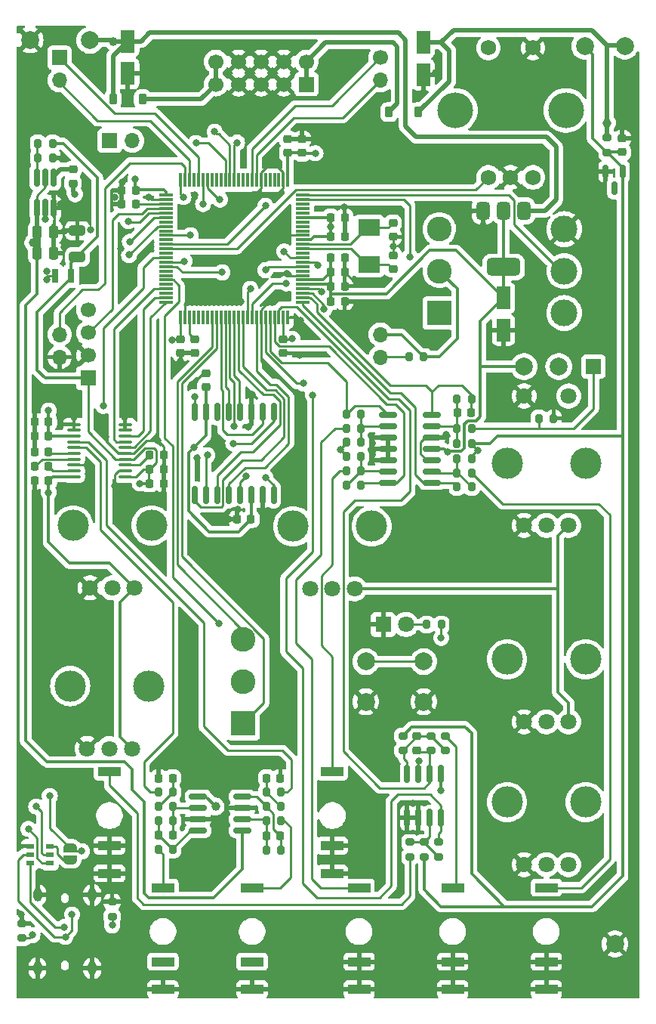
<source format=gbr>
%TF.GenerationSoftware,KiCad,Pcbnew,8.0.1*%
%TF.CreationDate,2024-04-09T18:56:42+01:00*%
%TF.ProjectId,Kishoof_Components,4b697368-6f6f-4665-9f43-6f6d706f6e65,rev?*%
%TF.SameCoordinates,Original*%
%TF.FileFunction,Copper,L4,Bot*%
%TF.FilePolarity,Positive*%
%FSLAX46Y46*%
G04 Gerber Fmt 4.6, Leading zero omitted, Abs format (unit mm)*
G04 Created by KiCad (PCBNEW 8.0.1) date 2024-04-09 18:56:42*
%MOMM*%
%LPD*%
G01*
G04 APERTURE LIST*
G04 Aperture macros list*
%AMRoundRect*
0 Rectangle with rounded corners*
0 $1 Rounding radius*
0 $2 $3 $4 $5 $6 $7 $8 $9 X,Y pos of 4 corners*
0 Add a 4 corners polygon primitive as box body*
4,1,4,$2,$3,$4,$5,$6,$7,$8,$9,$2,$3,0*
0 Add four circle primitives for the rounded corners*
1,1,$1+$1,$2,$3*
1,1,$1+$1,$4,$5*
1,1,$1+$1,$6,$7*
1,1,$1+$1,$8,$9*
0 Add four rect primitives between the rounded corners*
20,1,$1+$1,$2,$3,$4,$5,0*
20,1,$1+$1,$4,$5,$6,$7,0*
20,1,$1+$1,$6,$7,$8,$9,0*
20,1,$1+$1,$8,$9,$2,$3,0*%
%AMFreePoly0*
4,1,19,0.500000,-0.750000,0.000000,-0.750000,0.000000,-0.744911,-0.071157,-0.744911,-0.207708,-0.704816,-0.327430,-0.627875,-0.420627,-0.520320,-0.479746,-0.390866,-0.500000,-0.250000,-0.500000,0.250000,-0.479746,0.390866,-0.420627,0.520320,-0.327430,0.627875,-0.207708,0.704816,-0.071157,0.744911,0.000000,0.744911,0.000000,0.750000,0.500000,0.750000,0.500000,-0.750000,0.500000,-0.750000,
$1*%
%AMFreePoly1*
4,1,19,0.000000,0.744911,0.071157,0.744911,0.207708,0.704816,0.327430,0.627875,0.420627,0.520320,0.479746,0.390866,0.500000,0.250000,0.500000,-0.250000,0.479746,-0.390866,0.420627,-0.520320,0.327430,-0.627875,0.207708,-0.704816,0.071157,-0.744911,0.000000,-0.744911,0.000000,-0.750000,-0.500000,-0.750000,-0.500000,0.750000,0.000000,0.750000,0.000000,0.744911,0.000000,0.744911,
$1*%
G04 Aperture macros list end*
%TA.AperFunction,ComponentPad*%
%ADD10R,2.500000X1.000000*%
%TD*%
%TA.AperFunction,ComponentPad*%
%ADD11O,1.000000X1.500000*%
%TD*%
%TA.AperFunction,ComponentPad*%
%ADD12R,1.800000X1.800000*%
%TD*%
%TA.AperFunction,ComponentPad*%
%ADD13C,1.800000*%
%TD*%
%TA.AperFunction,ComponentPad*%
%ADD14C,1.750000*%
%TD*%
%TA.AperFunction,ComponentPad*%
%ADD15O,4.000000X4.000000*%
%TD*%
%TA.AperFunction,WasherPad*%
%ADD16C,3.500000*%
%TD*%
%TA.AperFunction,ComponentPad*%
%ADD17C,2.000000*%
%TD*%
%TA.AperFunction,ComponentPad*%
%ADD18C,3.000000*%
%TD*%
%TA.AperFunction,ComponentPad*%
%ADD19R,1.700000X1.700000*%
%TD*%
%TA.AperFunction,ComponentPad*%
%ADD20O,1.700000X1.700000*%
%TD*%
%TA.AperFunction,ComponentPad*%
%ADD21C,1.700000*%
%TD*%
%TA.AperFunction,ComponentPad*%
%ADD22R,2.775000X2.775000*%
%TD*%
%TA.AperFunction,ComponentPad*%
%ADD23C,2.775000*%
%TD*%
%TA.AperFunction,SMDPad,CuDef*%
%ADD24RoundRect,0.150000X-0.150000X0.587500X-0.150000X-0.587500X0.150000X-0.587500X0.150000X0.587500X0*%
%TD*%
%TA.AperFunction,SMDPad,CuDef*%
%ADD25RoundRect,0.225000X-0.250000X0.225000X-0.250000X-0.225000X0.250000X-0.225000X0.250000X0.225000X0*%
%TD*%
%TA.AperFunction,SMDPad,CuDef*%
%ADD26RoundRect,0.225000X-0.225000X-0.250000X0.225000X-0.250000X0.225000X0.250000X-0.225000X0.250000X0*%
%TD*%
%TA.AperFunction,SMDPad,CuDef*%
%ADD27RoundRect,0.250000X-0.550000X1.050000X-0.550000X-1.050000X0.550000X-1.050000X0.550000X1.050000X0*%
%TD*%
%TA.AperFunction,SMDPad,CuDef*%
%ADD28RoundRect,0.225000X0.225000X0.250000X-0.225000X0.250000X-0.225000X-0.250000X0.225000X-0.250000X0*%
%TD*%
%TA.AperFunction,SMDPad,CuDef*%
%ADD29RoundRect,0.250000X0.650000X-0.325000X0.650000X0.325000X-0.650000X0.325000X-0.650000X-0.325000X0*%
%TD*%
%TA.AperFunction,SMDPad,CuDef*%
%ADD30RoundRect,0.200000X0.200000X0.275000X-0.200000X0.275000X-0.200000X-0.275000X0.200000X-0.275000X0*%
%TD*%
%TA.AperFunction,SMDPad,CuDef*%
%ADD31RoundRect,0.225000X0.250000X-0.225000X0.250000X0.225000X-0.250000X0.225000X-0.250000X-0.225000X0*%
%TD*%
%TA.AperFunction,SMDPad,CuDef*%
%ADD32RoundRect,0.250000X0.550000X-1.050000X0.550000X1.050000X-0.550000X1.050000X-0.550000X-1.050000X0*%
%TD*%
%TA.AperFunction,SMDPad,CuDef*%
%ADD33R,2.400000X1.900000*%
%TD*%
%TA.AperFunction,SMDPad,CuDef*%
%ADD34RoundRect,0.200000X-0.200000X-0.275000X0.200000X-0.275000X0.200000X0.275000X-0.200000X0.275000X0*%
%TD*%
%TA.AperFunction,SMDPad,CuDef*%
%ADD35RoundRect,0.162500X0.162500X-0.837500X0.162500X0.837500X-0.162500X0.837500X-0.162500X-0.837500X0*%
%TD*%
%TA.AperFunction,SMDPad,CuDef*%
%ADD36RoundRect,0.150000X-0.150000X0.875000X-0.150000X-0.875000X0.150000X-0.875000X0.150000X0.875000X0*%
%TD*%
%TA.AperFunction,SMDPad,CuDef*%
%ADD37RoundRect,0.200000X-0.275000X0.200000X-0.275000X-0.200000X0.275000X-0.200000X0.275000X0.200000X0*%
%TD*%
%TA.AperFunction,SMDPad,CuDef*%
%ADD38RoundRect,0.200000X0.275000X-0.200000X0.275000X0.200000X-0.275000X0.200000X-0.275000X-0.200000X0*%
%TD*%
%TA.AperFunction,SMDPad,CuDef*%
%ADD39RoundRect,0.225000X-0.225000X-0.375000X0.225000X-0.375000X0.225000X0.375000X-0.225000X0.375000X0*%
%TD*%
%TA.AperFunction,SMDPad,CuDef*%
%ADD40RoundRect,0.150000X-0.825000X-0.150000X0.825000X-0.150000X0.825000X0.150000X-0.825000X0.150000X0*%
%TD*%
%TA.AperFunction,SMDPad,CuDef*%
%ADD41R,0.950000X0.600000*%
%TD*%
%TA.AperFunction,SMDPad,CuDef*%
%ADD42RoundRect,0.250000X-0.250000X-0.475000X0.250000X-0.475000X0.250000X0.475000X-0.250000X0.475000X0*%
%TD*%
%TA.AperFunction,SMDPad,CuDef*%
%ADD43RoundRect,0.075000X0.725000X0.075000X-0.725000X0.075000X-0.725000X-0.075000X0.725000X-0.075000X0*%
%TD*%
%TA.AperFunction,SMDPad,CuDef*%
%ADD44RoundRect,0.075000X0.075000X0.725000X-0.075000X0.725000X-0.075000X-0.725000X0.075000X-0.725000X0*%
%TD*%
%TA.AperFunction,SMDPad,CuDef*%
%ADD45RoundRect,0.150000X0.150000X-0.825000X0.150000X0.825000X-0.150000X0.825000X-0.150000X-0.825000X0*%
%TD*%
%TA.AperFunction,SMDPad,CuDef*%
%ADD46RoundRect,0.100000X-0.637500X-0.100000X0.637500X-0.100000X0.637500X0.100000X-0.637500X0.100000X0*%
%TD*%
%TA.AperFunction,SMDPad,CuDef*%
%ADD47RoundRect,0.150000X0.825000X0.150000X-0.825000X0.150000X-0.825000X-0.150000X0.825000X-0.150000X0*%
%TD*%
%TA.AperFunction,SMDPad,CuDef*%
%ADD48FreePoly0,90.000000*%
%TD*%
%TA.AperFunction,SMDPad,CuDef*%
%ADD49FreePoly1,90.000000*%
%TD*%
%TA.AperFunction,SMDPad,CuDef*%
%ADD50R,0.800000X1.600000*%
%TD*%
%TA.AperFunction,SMDPad,CuDef*%
%ADD51RoundRect,0.375000X-0.375000X0.625000X-0.375000X-0.625000X0.375000X-0.625000X0.375000X0.625000X0*%
%TD*%
%TA.AperFunction,SMDPad,CuDef*%
%ADD52RoundRect,0.500000X-1.400000X0.500000X-1.400000X-0.500000X1.400000X-0.500000X1.400000X0.500000X0*%
%TD*%
%TA.AperFunction,ViaPad*%
%ADD53C,1.000000*%
%TD*%
%TA.AperFunction,ViaPad*%
%ADD54C,0.800000*%
%TD*%
%TA.AperFunction,Conductor*%
%ADD55C,0.500000*%
%TD*%
%TA.AperFunction,Conductor*%
%ADD56C,0.750000*%
%TD*%
%TA.AperFunction,Conductor*%
%ADD57C,0.300000*%
%TD*%
%TA.AperFunction,Conductor*%
%ADD58C,0.250000*%
%TD*%
G04 APERTURE END LIST*
D10*
%TO.P,J7,1*%
%TO.N,GND*%
X94000000Y-147480000D03*
%TO.P,J7,2*%
X94000000Y-144380000D03*
%TO.P,J7,3*%
%TO.N,VCA_CV_In*%
X94000000Y-136080000D03*
%TD*%
D11*
%TO.P,J10,S1,SHIELD*%
%TO.N,GND*%
X57930000Y-145100000D03*
X64070000Y-145100000D03*
X57930000Y-136900000D03*
X64070000Y-136900000D03*
%TD*%
D10*
%TO.P,J9,1*%
%TO.N,GND*%
X82000000Y-147480000D03*
%TO.P,J9,2*%
%TO.N,unconnected-(J9-Pad2)*%
X82000000Y-144380000D03*
%TO.P,J9,3*%
%TO.N,Audio_Out_R*%
X82000000Y-136080000D03*
%TD*%
%TO.P,J5,1*%
%TO.N,GND*%
X115000000Y-147480000D03*
%TO.P,J5,2*%
X115000000Y-144380000D03*
%TO.P,J5,3*%
%TO.N,Warp_CV_In*%
X115000000Y-136080000D03*
%TD*%
D12*
%TO.P,D4,1,K*%
%TO.N,GND*%
X96700000Y-106600000D03*
D13*
%TO.P,D4,2,A*%
%TO.N,LED_Oct_B_Out*%
X99240000Y-106600000D03*
%TD*%
D14*
%TO.P,SW5,A,A*%
%TO.N,Encoder_Up*%
X108500000Y-56500000D03*
%TO.P,SW5,B,B*%
%TO.N,Encoder_Down*%
X113500000Y-56500000D03*
%TO.P,SW5,C,C*%
%TO.N,GND*%
X111000000Y-56500000D03*
%TO.P,SW5,S1,S1*%
%TO.N,Encoder_Btn*%
X108500000Y-42000000D03*
%TO.P,SW5,S2,S2*%
%TO.N,GND*%
X113500000Y-42000000D03*
D15*
%TO.P,SW5,body*%
%TO.N,N/C*%
X104800000Y-49000000D03*
X117200000Y-49000000D03*
%TD*%
D16*
%TO.P,WarpType1,*%
%TO.N,*%
X110600000Y-88500000D03*
X119400000Y-88500000D03*
D13*
%TO.P,WarpType1,1,1*%
%TO.N,+3.3VA*%
X117500000Y-95500000D03*
%TO.P,WarpType1,2,2*%
%TO.N,Warp_Type_Pot*%
X115000000Y-95500000D03*
%TO.P,WarpType1,3,3*%
%TO.N,GND*%
X112500000Y-95500000D03*
%TO.P,WarpType1,4,1*%
X112500000Y-81000000D03*
%TO.P,WarpType1,5,2*%
%TO.N,Warp_Polarity_Btn*%
X117500000Y-81000000D03*
%TD*%
D10*
%TO.P,J6,1*%
%TO.N,GND*%
X104500000Y-147480000D03*
%TO.P,J6,2*%
X104500000Y-144380000D03*
%TO.P,J6,3*%
%TO.N,Pitch_CV_In*%
X104500000Y-136080000D03*
%TD*%
D16*
%TO.P,WavetableBPot1,*%
%TO.N,*%
X86600000Y-95600000D03*
X95400000Y-95600000D03*
D13*
%TO.P,WavetableBPot1,1,1*%
%TO.N,+3.3VA*%
X93500000Y-102600000D03*
%TO.P,WavetableBPot1,2,2*%
%TO.N,Wavetable_Pos_B_Pot*%
X91000000Y-102600000D03*
%TO.P,WavetableBPot1,3,3*%
%TO.N,GND*%
X88500000Y-102600000D03*
%TD*%
D16*
%TO.P,WarpAmtTrm1,*%
%TO.N,*%
X110600000Y-126500000D03*
X119400000Y-126500000D03*
D13*
%TO.P,WarpAmtTrm1,1,1*%
%TO.N,+3.3VA*%
X117500000Y-133500000D03*
%TO.P,WarpAmtTrm1,2,2*%
%TO.N,Warp_Amt_Trm*%
X115000000Y-133500000D03*
%TO.P,WarpAmtTrm1,3,3*%
%TO.N,GND*%
X112500000Y-133500000D03*
%TD*%
D10*
%TO.P,J8,1*%
%TO.N,GND*%
X72000000Y-147480000D03*
%TO.P,J8,2*%
%TO.N,unconnected-(J8-Pad2)*%
X72000000Y-144380000D03*
%TO.P,J8,3*%
%TO.N,Audio_Out_L*%
X72000000Y-136080000D03*
%TD*%
D17*
%TO.P,SW1,1,1*%
%TO.N,B_Octave_Btn*%
X94750000Y-110750000D03*
X101250000Y-110750000D03*
%TO.P,SW1,2,2*%
%TO.N,GND*%
X94750000Y-115250000D03*
X101250000Y-115250000D03*
%TD*%
D18*
%TO.P,SW2,1,A*%
%TO.N,+3.3V*%
X117000000Y-71700000D03*
%TO.P,SW2,2,B*%
%TO.N,Mode*%
X117000000Y-67000000D03*
%TO.P,SW2,3,C*%
%TO.N,GND*%
X117000000Y-62300000D03*
%TD*%
D10*
%TO.P,J3,1*%
%TO.N,GND*%
X66000000Y-134480000D03*
%TO.P,J3,2*%
X66000000Y-131380000D03*
%TO.P,J3,3*%
%TO.N,Wavetable_Pos_A_CV_In*%
X66000000Y-123080000D03*
%TD*%
D19*
%TO.P,U10,1,MOSI*%
%TO.N,LCD_SPI3_MOSI*%
X60400000Y-43100000D03*
D20*
%TO.P,U10,2,CLK*%
%TO.N,LCD_SPI3_SCK*%
X60400000Y-45640000D03*
D21*
%TO.P,U10,3,DC*%
%TO.N,LCD_DC*%
X96400000Y-43100000D03*
D20*
%TO.P,U10,4,RESET*%
%TO.N,LCD_RESET*%
X96400000Y-45640000D03*
%TO.P,U10,5,CS*%
%TO.N,LCD_SPI3_SS*%
X60400000Y-74100000D03*
%TO.P,U10,6,GND*%
%TO.N,GND*%
X60400000Y-76640000D03*
%TO.P,U10,7,VDD*%
%TO.N,+3.3V*%
X96400000Y-74100000D03*
%TO.P,U10,8,BACKLIGHT*%
%TO.N,LCD_Backlight*%
X96400000Y-76640000D03*
%TD*%
D16*
%TO.P,WavetableATrm1,*%
%TO.N,*%
X61600000Y-113500000D03*
X70400000Y-113500000D03*
D13*
%TO.P,WavetableATrm1,1,1*%
%TO.N,+3.3VA*%
X68500000Y-120500000D03*
%TO.P,WavetableATrm1,2,2*%
%TO.N,Wavetable_Pos_A_Trm*%
X66000000Y-120500000D03*
%TO.P,WavetableATrm1,3,3*%
%TO.N,GND*%
X63500000Y-120500000D03*
%TD*%
D16*
%TO.P,WavetableAPot1,*%
%TO.N,*%
X61912500Y-95500000D03*
X70712500Y-95500000D03*
D13*
%TO.P,WavetableAPot1,1,1*%
%TO.N,+3.3VA*%
X68812500Y-102500000D03*
%TO.P,WavetableAPot1,2,2*%
%TO.N,Wavetable_Pos_A_Pot*%
X66312500Y-102500000D03*
%TO.P,WavetableAPot1,3,3*%
%TO.N,GND*%
X63812500Y-102500000D03*
%TD*%
D22*
%TO.P,SW4,1,1*%
%TO.N,ChB_Mix*%
X81000000Y-117700000D03*
D23*
%TO.P,SW4,2,3*%
%TO.N,+3.3V*%
X81000000Y-113000000D03*
%TO.P,SW4,3,4*%
%TO.N,ChB_RM*%
X81000000Y-108300000D03*
%TD*%
D10*
%TO.P,J4,1*%
%TO.N,GND*%
X91000000Y-134480000D03*
%TO.P,J4,2*%
X91000000Y-131380000D03*
%TO.P,J4,3*%
%TO.N,Wavetable_Pos_B_CV_In*%
X91000000Y-123080000D03*
%TD*%
D16*
%TO.P,WarpAmtPot1,*%
%TO.N,*%
X110600000Y-110500000D03*
X119400000Y-110500000D03*
D13*
%TO.P,WarpAmtPot1,1,1*%
%TO.N,+3.3VA*%
X117500000Y-117500000D03*
%TO.P,WarpAmtPot1,2,2*%
%TO.N,Warp_Amt_Pot*%
X115000000Y-117500000D03*
%TO.P,WarpAmtPot1,3,3*%
%TO.N,GND*%
X112500000Y-117500000D03*
%TD*%
D22*
%TO.P,SW3,1,1*%
%TO.N,Octave_Up*%
X103000000Y-71700000D03*
D23*
%TO.P,SW3,2,3*%
%TO.N,+3.3V*%
X103000000Y-67000000D03*
%TO.P,SW3,3,4*%
%TO.N,Octave_Down*%
X103000000Y-62300000D03*
%TD*%
D24*
%TO.P,D3,1,K*%
%TO.N,GND*%
X121650000Y-55862500D03*
%TO.P,D3,2,A*%
%TO.N,/-5V_REF*%
X123550000Y-55862500D03*
%TO.P,D3,3*%
%TO.N,N/C*%
X122600000Y-57737500D03*
%TD*%
D25*
%TO.P,C16,1*%
%TO.N,GND*%
X87600000Y-52225000D03*
%TO.P,C16,2*%
%TO.N,+3.3V*%
X87600000Y-53775000D03*
%TD*%
D26*
%TO.P,C21,1*%
%TO.N,GND*%
X67375000Y-57950000D03*
%TO.P,C21,2*%
%TO.N,+3.3V*%
X68925000Y-57950000D03*
%TD*%
D27*
%TO.P,C1,1*%
%TO.N,+12V*%
X68050000Y-41250000D03*
%TO.P,C1,2*%
%TO.N,GND*%
X68050000Y-44850000D03*
%TD*%
D25*
%TO.P,C22,1*%
%TO.N,GND*%
X86000000Y-52225000D03*
%TO.P,C22,2*%
%TO.N,+3.3V*%
X86000000Y-53775000D03*
%TD*%
D28*
%TO.P,C11,1*%
%TO.N,+3.3VA*%
X59175000Y-85500000D03*
%TO.P,C11,2*%
%TO.N,GND*%
X57625000Y-85500000D03*
%TD*%
D26*
%TO.P,C32,1*%
%TO.N,Net-(C32-Pad1)*%
X83625000Y-130300000D03*
%TO.P,C32,2*%
%TO.N,Net-(U8B-+)*%
X85175000Y-130300000D03*
%TD*%
D29*
%TO.P,C9,1*%
%TO.N,+3.3V*%
X62400000Y-65425000D03*
%TO.P,C9,2*%
%TO.N,GND*%
X62400000Y-62475000D03*
%TD*%
D30*
%TO.P,R25,1*%
%TO.N,Net-(U7D--)*%
X94225000Y-86200000D03*
%TO.P,R25,2*%
%TO.N,/-5V_REF*%
X92575000Y-86200000D03*
%TD*%
D31*
%TO.P,C20,1*%
%TO.N,GND*%
X74000000Y-76175000D03*
%TO.P,C20,2*%
%TO.N,+3.3V*%
X74000000Y-74625000D03*
%TD*%
D30*
%TO.P,R30,1*%
%TO.N,/LED_Oct_B*%
X103225000Y-106600000D03*
%TO.P,R30,2*%
%TO.N,LED_Oct_B_Out*%
X101575000Y-106600000D03*
%TD*%
%TO.P,R3,1*%
%TO.N,Net-(C29-Pad1)*%
X73125000Y-125400000D03*
%TO.P,R3,2*%
%TO.N,/DAC_Out_L*%
X71475000Y-125400000D03*
%TD*%
D26*
%TO.P,C31,1*%
%TO.N,Net-(C31-Pad1)*%
X71525000Y-130200000D03*
%TO.P,C31,2*%
%TO.N,Net-(U8A-+)*%
X73075000Y-130200000D03*
%TD*%
D17*
%TO.P,TP8,1,1*%
%TO.N,GND*%
X57100000Y-41100000D03*
%TD*%
D32*
%TO.P,C2,1*%
%TO.N,GND*%
X101200000Y-45000000D03*
%TO.P,C2,2*%
%TO.N,-12V*%
X101200000Y-41400000D03*
%TD*%
D33*
%TO.P,Y1,1,1*%
%TO.N,Net-(U1-PH1)*%
X95100000Y-66250000D03*
%TO.P,Y1,2,2*%
%TO.N,Net-(U1-PH0)*%
X95100000Y-62150000D03*
%TD*%
D34*
%TO.P,R6,1*%
%TO.N,Net-(U8B-+)*%
X83575000Y-127000000D03*
%TO.P,R6,2*%
%TO.N,Net-(C30-Pad1)*%
X85225000Y-127000000D03*
%TD*%
D17*
%TO.P,TP6,1,1*%
%TO.N,+3.3VA*%
X112500000Y-77700000D03*
%TD*%
D35*
%TO.P,U3,1,GND*%
%TO.N,GND*%
X59750000Y-59910000D03*
%TO.P,U3,2,SW*%
%TO.N,/VSW*%
X58800000Y-59910000D03*
%TO.P,U3,3,VIN*%
%TO.N,+12V*%
X57850000Y-59910000D03*
%TO.P,U3,4,VFB*%
%TO.N,/FB*%
X57850000Y-56490000D03*
%TO.P,U3,5,EN*%
%TO.N,+12V*%
X58800000Y-56490000D03*
%TO.P,U3,6,VBST*%
%TO.N,/CB*%
X59750000Y-56490000D03*
%TD*%
D28*
%TO.P,C12,1*%
%TO.N,+3.3VA*%
X59175000Y-83900000D03*
%TO.P,C12,2*%
%TO.N,GND*%
X57625000Y-83900000D03*
%TD*%
D36*
%TO.P,U6,1,SIO3*%
%TO.N,/OCTOSPIM_P1_IO3*%
X75530000Y-82750000D03*
%TO.P,U6,2,VCC*%
%TO.N,+3.3V*%
X76800000Y-82750000D03*
%TO.P,U6,3,~{RESET}*%
%TO.N,unconnected-(U6-~{RESET}-Pad3)*%
X78070000Y-82750000D03*
%TO.P,U6,4,SIO7*%
%TO.N,/OCTOSPIM_P1_IO7*%
X79340000Y-82750000D03*
%TO.P,U6,5,SIO5*%
%TO.N,/OCTOSPIM_P1_IO5*%
X80610000Y-82750000D03*
%TO.P,U6,6,GND*%
%TO.N,GND*%
X81880000Y-82750000D03*
%TO.P,U6,7,~{CS}*%
%TO.N,/OCTOSPIM_P1_NCS*%
X83150000Y-82750000D03*
%TO.P,U6,8,SO/SIO1*%
%TO.N,/OCTOSPIM_P1_IO1*%
X84420000Y-82750000D03*
%TO.P,U6,9,SIO2*%
%TO.N,/OCTOSPIM_P1_IO2*%
X84420000Y-92050000D03*
%TO.P,U6,10,GND*%
%TO.N,GND*%
X83150000Y-92050000D03*
%TO.P,U6,11,VCC*%
%TO.N,+3.3V*%
X81880000Y-92050000D03*
%TO.P,U6,12,SIO6*%
%TO.N,/OCTOSPIM_P1_IO6*%
X80610000Y-92050000D03*
%TO.P,U6,13,DQS*%
%TO.N,/OCTOSPIM_P1_DQS*%
X79340000Y-92050000D03*
%TO.P,U6,14,SIO4*%
%TO.N,/OCTOSPIM_P1_IO4*%
X78070000Y-92050000D03*
%TO.P,U6,15,SI/IO0*%
%TO.N,/OCTOSPIM_P1_IO0*%
X76800000Y-92050000D03*
%TO.P,U6,16,SCLK*%
%TO.N,/OCTOSPIM_P1_CLK*%
X75530000Y-92050000D03*
%TD*%
D34*
%TO.P,R4,1*%
%TO.N,Net-(C30-Pad1)*%
X83575000Y-125400000D03*
%TO.P,R4,2*%
%TO.N,/DAC_Out_R*%
X85225000Y-125400000D03*
%TD*%
D37*
%TO.P,R14,1*%
%TO.N,-12V*%
X121800000Y-52075000D03*
%TO.P,R14,2*%
%TO.N,/-5V_REF*%
X121800000Y-53725000D03*
%TD*%
D30*
%TO.P,R1,1*%
%TO.N,+3.3V*%
X59625000Y-52700000D03*
%TO.P,R1,2*%
%TO.N,/FB*%
X57975000Y-52700000D03*
%TD*%
D38*
%TO.P,R23,1*%
%TO.N,Net-(U5B-+)*%
X103700000Y-120725000D03*
%TO.P,R23,2*%
%TO.N,Pitch_CV_In*%
X103700000Y-119075000D03*
%TD*%
D19*
%TO.P,J12,1,Pin_1*%
%TO.N,Ext_Audio_In*%
X120300000Y-77700000D03*
%TD*%
D34*
%TO.P,R8,1*%
%TO.N,Net-(C32-Pad1)*%
X83575000Y-131900000D03*
%TO.P,R8,2*%
%TO.N,Net-(U8B-+)*%
X85225000Y-131900000D03*
%TD*%
D38*
%TO.P,R24,1*%
%TO.N,Pitch_CV_Scaled*%
X102100000Y-120725000D03*
%TO.P,R24,2*%
%TO.N,Net-(U5B-+)*%
X102100000Y-119075000D03*
%TD*%
D34*
%TO.P,R20,1*%
%TO.N,Net-(U7B--)*%
X104975000Y-89600000D03*
%TO.P,R20,2*%
%TO.N,Warp_CV_In*%
X106625000Y-89600000D03*
%TD*%
D39*
%TO.P,D1,1,K*%
%TO.N,+12V*%
X66400000Y-47750000D03*
%TO.P,D1,2,A*%
%TO.N,/+12V_IN*%
X69700000Y-47750000D03*
%TD*%
D40*
%TO.P,U8,1*%
%TO.N,Net-(C31-Pad1)*%
X75925000Y-129705000D03*
%TO.P,U8,2,-*%
%TO.N,GND*%
X75925000Y-128435000D03*
%TO.P,U8,3,+*%
%TO.N,Net-(U8A-+)*%
X75925000Y-127165000D03*
%TO.P,U8,4,V-*%
%TO.N,-12V*%
X75925000Y-125895000D03*
%TO.P,U8,5,+*%
%TO.N,Net-(U8B-+)*%
X80875000Y-125895000D03*
%TO.P,U8,6,-*%
%TO.N,GND*%
X80875000Y-127165000D03*
%TO.P,U8,7*%
%TO.N,Net-(C32-Pad1)*%
X80875000Y-128435000D03*
%TO.P,U8,8,V+*%
%TO.N,+12V*%
X80875000Y-129705000D03*
%TD*%
D34*
%TO.P,R32,1*%
%TO.N,Net-(U7A--)*%
X104975000Y-86300000D03*
%TO.P,R32,2*%
%TO.N,/-5V_REF*%
X106625000Y-86300000D03*
%TD*%
D38*
%TO.P,R22,1*%
%TO.N,Net-(U5B-+)*%
X98900000Y-120725000D03*
%TO.P,R22,2*%
%TO.N,/-5V_REF*%
X98900000Y-119075000D03*
%TD*%
D30*
%TO.P,R11,1*%
%TO.N,Net-(U7C--)*%
X94225000Y-87800000D03*
%TO.P,R11,2*%
%TO.N,/-5V_REF*%
X92575000Y-87800000D03*
%TD*%
D41*
%TO.P,U9,1,VBUS*%
%TO.N,Net-(JP1-A)*%
X59325000Y-131450000D03*
%TO.P,U9,2,D1_OUT*%
%TO.N,USB_DM*%
X59325000Y-132400000D03*
%TO.P,U9,3,D2_OUT*%
%TO.N,USB_DP*%
X59325000Y-133350000D03*
%TO.P,U9,4,D2_IN*%
%TO.N,USB_D+*%
X57075000Y-133350000D03*
%TO.P,U9,5,D1_IN*%
%TO.N,USB_D-*%
X57075000Y-132400000D03*
%TO.P,U9,6,GND*%
%TO.N,GND*%
X57075000Y-131450000D03*
%TD*%
D28*
%TO.P,C27,1*%
%TO.N,GND*%
X72062500Y-87600000D03*
%TO.P,C27,2*%
%TO.N,Net-(U2-LDOO)*%
X70512500Y-87600000D03*
%TD*%
%TO.P,C4,1*%
%TO.N,GND*%
X92375000Y-67100000D03*
%TO.P,C4,2*%
%TO.N,+3.3VA*%
X90825000Y-67100000D03*
%TD*%
%TO.P,C25,1*%
%TO.N,Net-(U2-CAPP)*%
X59175000Y-88900000D03*
%TO.P,C25,2*%
%TO.N,Net-(U2-CAPM)*%
X57625000Y-88900000D03*
%TD*%
D37*
%TO.P,R17,1*%
%TO.N,Net-(U5A--)*%
X99700000Y-130975000D03*
%TO.P,R17,2*%
%TO.N,Wavetable_Pos_A_CV_In*%
X99700000Y-132625000D03*
%TD*%
D42*
%TO.P,C6,1*%
%TO.N,+12V*%
X57850000Y-62600000D03*
%TO.P,C6,2*%
%TO.N,GND*%
X59750000Y-62600000D03*
%TD*%
D28*
%TO.P,C39,1*%
%TO.N,Net-(C39-Pad1)*%
X68925000Y-59500000D03*
%TO.P,C39,2*%
%TO.N,GND*%
X67375000Y-59500000D03*
%TD*%
D26*
%TO.P,C30,1*%
%TO.N,Net-(C30-Pad1)*%
X83625000Y-123800000D03*
%TO.P,C30,2*%
%TO.N,GND*%
X85175000Y-123800000D03*
%TD*%
D28*
%TO.P,C33,1*%
%TO.N,+3.3V*%
X81875000Y-94800000D03*
%TO.P,C33,2*%
%TO.N,GND*%
X80325000Y-94800000D03*
%TD*%
D17*
%TO.P,TP5,1,1*%
%TO.N,+3.3V*%
X116400000Y-77700000D03*
%TD*%
D28*
%TO.P,C23,1*%
%TO.N,GND*%
X92375000Y-68700000D03*
%TO.P,C23,2*%
%TO.N,+3.3VA*%
X90825000Y-68700000D03*
%TD*%
D30*
%TO.P,R21,1*%
%TO.N,WavetablePosB_CV*%
X94225000Y-91000000D03*
%TO.P,R21,2*%
%TO.N,Net-(U7C--)*%
X92575000Y-91000000D03*
%TD*%
D28*
%TO.P,C29,1*%
%TO.N,Net-(C29-Pad1)*%
X73075000Y-123800000D03*
%TO.P,C29,2*%
%TO.N,GND*%
X71525000Y-123800000D03*
%TD*%
%TO.P,C10,1*%
%TO.N,+3.3VA*%
X59175000Y-90500000D03*
%TO.P,C10,2*%
%TO.N,GND*%
X57625000Y-90500000D03*
%TD*%
D17*
%TO.P,TP2,1,1*%
%TO.N,+12V*%
X63800000Y-41150000D03*
%TD*%
D34*
%TO.P,R31,1*%
%TO.N,Ext_Audio_In*%
X114175000Y-83500000D03*
%TO.P,R31,2*%
%TO.N,GND*%
X115825000Y-83500000D03*
%TD*%
D28*
%TO.P,C26,1*%
%TO.N,Net-(U2-VNEG)*%
X59175000Y-87300000D03*
%TO.P,C26,2*%
%TO.N,GND*%
X57625000Y-87300000D03*
%TD*%
D31*
%TO.P,C15,1*%
%TO.N,Net-(U1-PH1)*%
X97800000Y-66775000D03*
%TO.P,C15,2*%
%TO.N,GND*%
X97800000Y-65225000D03*
%TD*%
%TO.P,C35,1*%
%TO.N,Pitch_CV_Scaled*%
X100500000Y-120675000D03*
%TO.P,C35,2*%
%TO.N,Net-(U5B-+)*%
X100500000Y-119125000D03*
%TD*%
D38*
%TO.P,R28,1*%
%TO.N,Net-(J10-CC1)*%
X56200000Y-141725000D03*
%TO.P,R28,2*%
%TO.N,GND*%
X56200000Y-140075000D03*
%TD*%
D43*
%TO.P,U1,1,PE2*%
%TO.N,Mode*%
X87675000Y-58500000D03*
%TO.P,U1,2,PE3*%
%TO.N,Warp_Polarity_Btn*%
X87675000Y-59000000D03*
%TO.P,U1,3,PE4*%
%TO.N,unconnected-(U1-PE4-Pad3)*%
X87675000Y-59500000D03*
%TO.P,U1,4,PE5*%
%TO.N,unconnected-(U1-PE5-Pad4)*%
X87675000Y-60000000D03*
%TO.P,U1,5,PE6*%
%TO.N,unconnected-(U1-PE6-Pad5)*%
X87675000Y-60500000D03*
%TO.P,U1,6,VBAT*%
%TO.N,+3.3V*%
X87675000Y-61000000D03*
%TO.P,U1,7,PC13*%
%TO.N,unconnected-(U1-PC13-Pad7)*%
X87675000Y-61500000D03*
%TO.P,U1,8,PC14*%
%TO.N,unconnected-(U1-PC14-Pad8)*%
X87675000Y-62000000D03*
%TO.P,U1,9,PC15*%
%TO.N,unconnected-(U1-PC15-Pad9)*%
X87675000Y-62500000D03*
%TO.P,U1,10,VSS*%
%TO.N,GND*%
X87675000Y-63000000D03*
%TO.P,U1,11,VDD*%
%TO.N,+3.3V*%
X87675000Y-63500000D03*
%TO.P,U1,12,PH0*%
%TO.N,Net-(U1-PH0)*%
X87675000Y-64000000D03*
%TO.P,U1,13,PH1*%
%TO.N,Net-(U1-PH1)*%
X87675000Y-64500000D03*
%TO.P,U1,14,NRST*%
%TO.N,unconnected-(U1-NRST-Pad14)*%
X87675000Y-65000000D03*
%TO.P,U1,15,PC0*%
%TO.N,Warp_Amt_Trm*%
X87675000Y-65500000D03*
%TO.P,U1,16,PC1*%
%TO.N,Warp_Amt_Pot*%
X87675000Y-66000000D03*
%TO.P,U1,17,PC2_C*%
%TO.N,/OCTOSPIM_P1_IO2*%
X87675000Y-66500000D03*
%TO.P,U1,18,PC3_C*%
%TO.N,unconnected-(U1-PC3_C-Pad18)*%
X87675000Y-67000000D03*
%TO.P,U1,19,VSSA*%
%TO.N,GND*%
X87675000Y-67500000D03*
%TO.P,U1,20,VREF+*%
%TO.N,+3.3VA*%
X87675000Y-68000000D03*
%TO.P,U1,21,VDDA*%
X87675000Y-68500000D03*
%TO.P,U1,22,PA0*%
%TO.N,Wavetable_Pos_B_Pot*%
X87675000Y-69000000D03*
%TO.P,U1,23,PA1*%
%TO.N,Wavetable_Pos_A_Trm*%
X87675000Y-69500000D03*
%TO.P,U1,24,PA2*%
%TO.N,AudioIn*%
X87675000Y-70000000D03*
%TO.P,U1,25,PA3*%
%TO.N,WarpCV*%
X87675000Y-70500000D03*
D44*
%TO.P,U1,26,VSS*%
%TO.N,GND*%
X86000000Y-72175000D03*
%TO.P,U1,27,VDD*%
%TO.N,+3.3V*%
X85500000Y-72175000D03*
%TO.P,U1,28,PA4*%
%TO.N,Pitch_CV_Scaled*%
X85000000Y-72175000D03*
%TO.P,U1,29,PA5*%
%TO.N,WavetablePosB_CV*%
X84500000Y-72175000D03*
%TO.P,U1,30,PA6*%
%TO.N,VcaCV*%
X84000000Y-72175000D03*
%TO.P,U1,31,PA7*%
%TO.N,Wavetable_Pos_A_Pot*%
X83500000Y-72175000D03*
%TO.P,U1,32,PC4*%
%TO.N,GND*%
X83000000Y-72175000D03*
%TO.P,U1,33,PC5*%
%TO.N,/OCTOSPIM_P1_DQS*%
X82500000Y-72175000D03*
%TO.P,U1,34,PB0*%
%TO.N,Warp_Type_Pot*%
X82000000Y-72175000D03*
%TO.P,U1,35,PB1*%
%TO.N,/WavetablePosA_CV*%
X81500000Y-72175000D03*
%TO.P,U1,36,PB2*%
%TO.N,/OCTOSPIM_P1_CLK*%
X81000000Y-72175000D03*
%TO.P,U1,37,PE7*%
%TO.N,/OCTOSPIM_P1_IO4*%
X80500000Y-72175000D03*
%TO.P,U1,38,PE8*%
%TO.N,/OCTOSPIM_P1_IO5*%
X80000000Y-72175000D03*
%TO.P,U1,39,PE9*%
%TO.N,/OCTOSPIM_P1_IO6*%
X79500000Y-72175000D03*
%TO.P,U1,40,PE10*%
%TO.N,/OCTOSPIM_P1_IO7*%
X79000000Y-72175000D03*
%TO.P,U1,41,PE11*%
%TO.N,/OCTOSPIM_P1_NCS*%
X78500000Y-72175000D03*
%TO.P,U1,42,PE12*%
%TO.N,ChB_Mix*%
X78000000Y-72175000D03*
%TO.P,U1,43,PE13*%
%TO.N,ChB_RM*%
X77500000Y-72175000D03*
%TO.P,U1,44,PE14*%
%TO.N,unconnected-(U1-PE14-Pad44)*%
X77000000Y-72175000D03*
%TO.P,U1,45,PE15*%
%TO.N,unconnected-(U1-PE15-Pad45)*%
X76500000Y-72175000D03*
%TO.P,U1,46,PB10*%
%TO.N,unconnected-(U1-PB10-Pad46)*%
X76000000Y-72175000D03*
%TO.P,U1,47,PB11*%
%TO.N,unconnected-(U1-PB11-Pad47)*%
X75500000Y-72175000D03*
%TO.P,U1,48,VCAP*%
%TO.N,Net-(C38-Pad1)*%
X75000000Y-72175000D03*
%TO.P,U1,49,VSS*%
%TO.N,GND*%
X74500000Y-72175000D03*
%TO.P,U1,50,VDD*%
%TO.N,+3.3V*%
X74000000Y-72175000D03*
D43*
%TO.P,U1,51,PB12*%
%TO.N,/DAC_LRCLK*%
X72325000Y-70500000D03*
%TO.P,U1,52,PB13*%
%TO.N,/DAC_BCLK*%
X72325000Y-70000000D03*
%TO.P,U1,53,PB14*%
%TO.N,unconnected-(U1-PB14-Pad53)*%
X72325000Y-69500000D03*
%TO.P,U1,54,PB15*%
%TO.N,/DAC_DATA*%
X72325000Y-69000000D03*
%TO.P,U1,55,PD8*%
%TO.N,unconnected-(U1-PD8-Pad55)*%
X72325000Y-68500000D03*
%TO.P,U1,56,PD9*%
%TO.N,B_Octave_Btn*%
X72325000Y-68000000D03*
%TO.P,U1,57,PD10*%
%TO.N,unconnected-(U1-PD10-Pad57)*%
X72325000Y-67500000D03*
%TO.P,U1,58,PD11*%
%TO.N,unconnected-(U1-PD11-Pad58)*%
X72325000Y-67000000D03*
%TO.P,U1,59,PD12*%
%TO.N,/OCTOSPIM_P1_IO1*%
X72325000Y-66500000D03*
%TO.P,U1,60,PD13*%
%TO.N,/OCTOSPIM_P1_IO3*%
X72325000Y-66000000D03*
%TO.P,U1,61,PD14*%
%TO.N,/LED_Oct_B*%
X72325000Y-65500000D03*
%TO.P,U1,62,PD15*%
%TO.N,unconnected-(U1-PD15-Pad62)*%
X72325000Y-65000000D03*
%TO.P,U1,63,PC6*%
%TO.N,Encoder_Up*%
X72325000Y-64500000D03*
%TO.P,U1,64,PC7*%
%TO.N,Encoder_Down*%
X72325000Y-64000000D03*
%TO.P,U1,65,PC8*%
%TO.N,unconnected-(U1-PC8-Pad65)*%
X72325000Y-63500000D03*
%TO.P,U1,66,PC9*%
%TO.N,/OCTOSPIM_P1_IO0*%
X72325000Y-63000000D03*
%TO.P,U1,67,PA8*%
%TO.N,unconnected-(U1-PA8-Pad67)*%
X72325000Y-62500000D03*
%TO.P,U1,68,PA9*%
%TO.N,USB_VBUS*%
X72325000Y-62000000D03*
%TO.P,U1,69,PA10*%
%TO.N,unconnected-(U1-PA10-Pad69)*%
X72325000Y-61500000D03*
%TO.P,U1,70,PA11*%
%TO.N,USB_DM*%
X72325000Y-61000000D03*
%TO.P,U1,71,PA12*%
%TO.N,USB_DP*%
X72325000Y-60500000D03*
%TO.P,U1,72,PA13*%
%TO.N,/SWIO*%
X72325000Y-60000000D03*
%TO.P,U1,73,VCAP*%
%TO.N,Net-(C39-Pad1)*%
X72325000Y-59500000D03*
%TO.P,U1,74,VSS*%
%TO.N,GND*%
X72325000Y-59000000D03*
%TO.P,U1,75,VDD*%
%TO.N,+3.3V*%
X72325000Y-58500000D03*
D44*
%TO.P,U1,76,PA14*%
%TO.N,/SWCLK*%
X74000000Y-56825000D03*
%TO.P,U1,77,PA15*%
%TO.N,LCD_SPI3_SS*%
X74500000Y-56825000D03*
%TO.P,U1,78,PC10*%
%TO.N,LCD_SPI3_SCK*%
X75000000Y-56825000D03*
%TO.P,U1,79,PC11*%
%TO.N,unconnected-(U1-PC11-Pad79)*%
X75500000Y-56825000D03*
%TO.P,U1,80,PC12*%
%TO.N,LCD_SPI3_MOSI*%
X76000000Y-56825000D03*
%TO.P,U1,81,PD0*%
%TO.N,Octave_Up*%
X76500000Y-56825000D03*
%TO.P,U1,82,PD1*%
%TO.N,Octave_Down*%
X77000000Y-56825000D03*
%TO.P,U1,83,PD2*%
%TO.N,unconnected-(U1-PD2-Pad83)*%
X77500000Y-56825000D03*
%TO.P,U1,84,PD3*%
%TO.N,unconnected-(U1-PD3-Pad84)*%
X78000000Y-56825000D03*
%TO.P,U1,85,PD4*%
%TO.N,unconnected-(U1-PD4-Pad85)*%
X78500000Y-56825000D03*
%TO.P,U1,86,PD5*%
%TO.N,UART_TX*%
X79000000Y-56825000D03*
%TO.P,U1,87,PD6*%
%TO.N,UART_RX*%
X79500000Y-56825000D03*
%TO.P,U1,88,PD7*%
%TO.N,Encoder_Btn*%
X80000000Y-56825000D03*
%TO.P,U1,89,PB3*%
%TO.N,unconnected-(U1-PB3-Pad89)*%
X80500000Y-56825000D03*
%TO.P,U1,90,PB4*%
%TO.N,unconnected-(U1-PB4-Pad90)*%
X81000000Y-56825000D03*
%TO.P,U1,91,PB5*%
%TO.N,unconnected-(U1-PB5-Pad91)*%
X81500000Y-56825000D03*
%TO.P,U1,92,PB6*%
%TO.N,LCD_DC*%
X82000000Y-56825000D03*
%TO.P,U1,93,PB7*%
%TO.N,LCD_RESET*%
X82500000Y-56825000D03*
%TO.P,U1,94,BOOT0*%
%TO.N,GND*%
X83000000Y-56825000D03*
%TO.P,U1,95,PB8*%
%TO.N,unconnected-(U1-PB8-Pad95)*%
X83500000Y-56825000D03*
%TO.P,U1,96,PB9*%
%TO.N,unconnected-(U1-PB9-Pad96)*%
X84000000Y-56825000D03*
%TO.P,U1,97,PE0*%
%TO.N,unconnected-(U1-PE0-Pad97)*%
X84500000Y-56825000D03*
%TO.P,U1,98,PE1*%
%TO.N,unconnected-(U1-PE1-Pad98)*%
X85000000Y-56825000D03*
%TO.P,U1,99,VSS*%
%TO.N,GND*%
X85500000Y-56825000D03*
%TO.P,U1,100,VDD*%
%TO.N,+3.3V*%
X86000000Y-56825000D03*
%TD*%
D28*
%TO.P,C24,1*%
%TO.N,GND*%
X92375000Y-70400000D03*
%TO.P,C24,2*%
%TO.N,+3.3VA*%
X90825000Y-70400000D03*
%TD*%
D45*
%TO.P,U5,1*%
%TO.N,/WavetablePosA_CV*%
X103205000Y-128275000D03*
%TO.P,U5,2,-*%
%TO.N,Net-(U5A--)*%
X101935000Y-128275000D03*
%TO.P,U5,3,+*%
%TO.N,GND*%
X100665000Y-128275000D03*
%TO.P,U5,4,V-*%
X99395000Y-128275000D03*
%TO.P,U5,5,+*%
%TO.N,Net-(U5B-+)*%
X99395000Y-123325000D03*
%TO.P,U5,6,-*%
%TO.N,GND*%
X100665000Y-123325000D03*
%TO.P,U5,7*%
%TO.N,Pitch_CV_Scaled*%
X101935000Y-123325000D03*
%TO.P,U5,8,V+*%
%TO.N,+3.3VA*%
X103205000Y-123325000D03*
%TD*%
D46*
%TO.P,U2,1,CPVDD*%
%TO.N,+3.3VA*%
X62025000Y-90025000D03*
%TO.P,U2,2,CAPP*%
%TO.N,Net-(U2-CAPP)*%
X62025000Y-89375000D03*
%TO.P,U2,3,CPGND*%
%TO.N,GND*%
X62025000Y-88725000D03*
%TO.P,U2,4,CAPM*%
%TO.N,Net-(U2-CAPM)*%
X62025000Y-88075000D03*
%TO.P,U2,5,VNEG*%
%TO.N,Net-(U2-VNEG)*%
X62025000Y-87425000D03*
%TO.P,U2,6,OUTL*%
%TO.N,/DAC_Out_L*%
X62025000Y-86775000D03*
%TO.P,U2,7,OUTR*%
%TO.N,/DAC_Out_R*%
X62025000Y-86125000D03*
%TO.P,U2,8,AVDD*%
%TO.N,+3.3VA*%
X62025000Y-85475000D03*
%TO.P,U2,9,AGND*%
%TO.N,GND*%
X62025000Y-84825000D03*
%TO.P,U2,10,DEMP*%
X62025000Y-84175000D03*
%TO.P,U2,11,FLT*%
X67750000Y-84175000D03*
%TO.P,U2,12,SCK*%
X67750000Y-84825000D03*
%TO.P,U2,13,BCK*%
%TO.N,/DAC_BCLK*%
X67750000Y-85475000D03*
%TO.P,U2,14,DIN*%
%TO.N,/DAC_DATA*%
X67750000Y-86125000D03*
%TO.P,U2,15,LRCK*%
%TO.N,/DAC_LRCLK*%
X67750000Y-86775000D03*
%TO.P,U2,16,FMT*%
%TO.N,GND*%
X67750000Y-87425000D03*
%TO.P,U2,17,XSMT*%
%TO.N,+3.3V*%
X67750000Y-88075000D03*
%TO.P,U2,18,LDOO*%
%TO.N,Net-(U2-LDOO)*%
X67750000Y-88725000D03*
%TO.P,U2,19,DGND*%
%TO.N,GND*%
X67750000Y-89375000D03*
%TO.P,U2,20,DVDD*%
%TO.N,+3.3V*%
X67750000Y-90025000D03*
%TD*%
D37*
%TO.P,R19,1*%
%TO.N,/WavetablePosA_CV*%
X102900000Y-130975000D03*
%TO.P,R19,2*%
%TO.N,Net-(U5A--)*%
X102900000Y-132625000D03*
%TD*%
D30*
%TO.P,R5,1*%
%TO.N,Net-(U8A-+)*%
X73125000Y-127000000D03*
%TO.P,R5,2*%
%TO.N,Net-(C29-Pad1)*%
X71475000Y-127000000D03*
%TD*%
%TO.P,R12,1*%
%TO.N,Net-(U7C--)*%
X94225000Y-89400000D03*
%TO.P,R12,2*%
%TO.N,Wavetable_Pos_B_CV_In*%
X92575000Y-89400000D03*
%TD*%
D17*
%TO.P,TP3,1,1*%
%TO.N,-12V*%
X123800000Y-41800000D03*
%TD*%
D34*
%TO.P,R27,1*%
%TO.N,VcaCV*%
X92575000Y-83000000D03*
%TO.P,R27,2*%
%TO.N,Net-(U7D--)*%
X94225000Y-83000000D03*
%TD*%
%TO.P,R2,1*%
%TO.N,/FB*%
X57975000Y-54300000D03*
%TO.P,R2,2*%
%TO.N,GND*%
X59625000Y-54300000D03*
%TD*%
%TO.P,R10,1*%
%TO.N,Net-(C32-Pad1)*%
X83575000Y-128600000D03*
%TO.P,R10,2*%
%TO.N,Audio_Out_R*%
X85225000Y-128600000D03*
%TD*%
D26*
%TO.P,C28,1*%
%TO.N,+3.3V*%
X70512500Y-90800000D03*
%TO.P,C28,2*%
%TO.N,GND*%
X72062500Y-90800000D03*
%TD*%
D31*
%TO.P,C34,1*%
%TO.N,+3.3V*%
X76800000Y-79975000D03*
%TO.P,C34,2*%
%TO.N,GND*%
X76800000Y-78425000D03*
%TD*%
D47*
%TO.P,U7,1*%
%TO.N,AudioIn*%
X102175000Y-83090000D03*
%TO.P,U7,2,-*%
%TO.N,Net-(U7A--)*%
X102175000Y-84360000D03*
%TO.P,U7,3,+*%
%TO.N,GND*%
X102175000Y-85630000D03*
%TO.P,U7,4,V+*%
%TO.N,+3.3VA*%
X102175000Y-86900000D03*
%TO.P,U7,5,+*%
%TO.N,GND*%
X102175000Y-88170000D03*
%TO.P,U7,6,-*%
%TO.N,Net-(U7B--)*%
X102175000Y-89440000D03*
%TO.P,U7,7*%
%TO.N,WarpCV*%
X102175000Y-90710000D03*
%TO.P,U7,8*%
%TO.N,WavetablePosB_CV*%
X97225000Y-90710000D03*
%TO.P,U7,9,-*%
%TO.N,Net-(U7C--)*%
X97225000Y-89440000D03*
%TO.P,U7,10,+*%
%TO.N,GND*%
X97225000Y-88170000D03*
%TO.P,U7,11,V-*%
X97225000Y-86900000D03*
%TO.P,U7,12,+*%
X97225000Y-85630000D03*
%TO.P,U7,13,-*%
%TO.N,Net-(U7D--)*%
X97225000Y-84360000D03*
%TO.P,U7,14*%
%TO.N,VcaCV*%
X97225000Y-83090000D03*
%TD*%
D28*
%TO.P,C18,1*%
%TO.N,GND*%
X92375000Y-63100000D03*
%TO.P,C18,2*%
%TO.N,+3.3V*%
X90825000Y-63100000D03*
%TD*%
D17*
%TO.P,TP7,1,1*%
%TO.N,/-5V_REF*%
X119300000Y-41800000D03*
%TD*%
D25*
%TO.P,C38,1*%
%TO.N,Net-(C38-Pad1)*%
X75550000Y-74625000D03*
%TO.P,C38,2*%
%TO.N,GND*%
X75550000Y-76175000D03*
%TD*%
D31*
%TO.P,C19,1*%
%TO.N,GND*%
X85500000Y-76175000D03*
%TO.P,C19,2*%
%TO.N,+3.3V*%
X85500000Y-74625000D03*
%TD*%
D25*
%TO.P,C36,1*%
%TO.N,GND*%
X123500000Y-52125000D03*
%TO.P,C36,2*%
%TO.N,/-5V_REF*%
X123500000Y-53675000D03*
%TD*%
D26*
%TO.P,C13,1*%
%TO.N,+3.3V*%
X70512500Y-89200000D03*
%TO.P,C13,2*%
%TO.N,GND*%
X72062500Y-89200000D03*
%TD*%
D34*
%TO.P,R18,1*%
%TO.N,Net-(U7B--)*%
X104975000Y-88000000D03*
%TO.P,R18,2*%
%TO.N,/-5V_REF*%
X106625000Y-88000000D03*
%TD*%
D27*
%TO.P,C5,1*%
%TO.N,+3.3VA*%
X110200000Y-70000000D03*
%TO.P,C5,2*%
%TO.N,GND*%
X110200000Y-73600000D03*
%TD*%
D34*
%TO.P,R13,1*%
%TO.N,WarpCV*%
X104975000Y-91200000D03*
%TO.P,R13,2*%
%TO.N,Net-(U7B--)*%
X106625000Y-91200000D03*
%TD*%
D19*
%TO.P,J2,1,Pin_1*%
%TO.N,/-12V_IN*%
X88100000Y-46075000D03*
D21*
%TO.P,J2,2,Pin_2*%
X88100000Y-43535000D03*
%TO.P,J2,3,Pin_3*%
%TO.N,GND*%
X85560000Y-46075000D03*
%TO.P,J2,4,Pin_4*%
X85560000Y-43535000D03*
%TO.P,J2,5,Pin_5*%
X83020000Y-46075000D03*
%TO.P,J2,6,Pin_6*%
X83020000Y-43535000D03*
%TO.P,J2,7,Pin_7*%
X80480000Y-46075000D03*
%TO.P,J2,8,Pin_8*%
X80480000Y-43535000D03*
%TO.P,J2,9,Pin_9*%
%TO.N,/+12V_IN*%
X77940000Y-46075000D03*
%TO.P,J2,10,Pin_10*%
X77940000Y-43535000D03*
%TD*%
D19*
%TO.P,J11,1,Pin_1*%
%TO.N,UART_TX*%
X66025000Y-52400000D03*
D20*
%TO.P,J11,2,Pin_2*%
%TO.N,UART_RX*%
X68565000Y-52400000D03*
%TD*%
D30*
%TO.P,R26,1*%
%TO.N,Net-(U7D--)*%
X94225000Y-84600000D03*
%TO.P,R26,2*%
%TO.N,VCA_CV_In*%
X92575000Y-84600000D03*
%TD*%
%TO.P,R34,1*%
%TO.N,AudioIn*%
X106625000Y-81300000D03*
%TO.P,R34,2*%
%TO.N,Net-(U7A--)*%
X104975000Y-81300000D03*
%TD*%
D17*
%TO.P,TP4,1,1*%
%TO.N,GND*%
X122700000Y-142400000D03*
%TD*%
D42*
%TO.P,C7,1*%
%TO.N,+12V*%
X57850000Y-65000000D03*
%TO.P,C7,2*%
%TO.N,GND*%
X59750000Y-65000000D03*
%TD*%
D37*
%TO.P,R16,1*%
%TO.N,Net-(U5A--)*%
X101300000Y-130975000D03*
%TO.P,R16,2*%
%TO.N,/-5V_REF*%
X101300000Y-132625000D03*
%TD*%
D28*
%TO.P,C37,1*%
%TO.N,AudioIn*%
X106575000Y-82900000D03*
%TO.P,C37,2*%
%TO.N,Net-(U7A--)*%
X105025000Y-82900000D03*
%TD*%
D34*
%TO.P,R33,1*%
%TO.N,Net-(U7A--)*%
X104975000Y-84600000D03*
%TO.P,R33,2*%
%TO.N,Ext_Audio_In*%
X106625000Y-84600000D03*
%TD*%
D30*
%TO.P,R9,1*%
%TO.N,Net-(C31-Pad1)*%
X73125000Y-131800000D03*
%TO.P,R9,2*%
%TO.N,Audio_Out_L*%
X71475000Y-131800000D03*
%TD*%
D28*
%TO.P,C17,1*%
%TO.N,GND*%
X92375000Y-61000000D03*
%TO.P,C17,2*%
%TO.N,+3.3V*%
X90825000Y-61000000D03*
%TD*%
D34*
%TO.P,R7,1*%
%TO.N,Net-(C31-Pad1)*%
X71475000Y-128600000D03*
%TO.P,R7,2*%
%TO.N,Net-(U8A-+)*%
X73125000Y-128600000D03*
%TD*%
D19*
%TO.P,J1,1,Pin_1*%
%TO.N,+3.3V*%
X63600000Y-79000000D03*
D21*
%TO.P,J1,2,Pin_2*%
%TO.N,GND*%
X63600000Y-76460000D03*
%TO.P,J1,3,Pin_3*%
%TO.N,/SWIO*%
X63600000Y-73920000D03*
%TO.P,J1,4,Pin_4*%
%TO.N,/SWCLK*%
X63600000Y-71380000D03*
%TD*%
D48*
%TO.P,JP1,1,A*%
%TO.N,Net-(JP1-A)*%
X61600000Y-132950000D03*
D49*
%TO.P,JP1,2,B*%
%TO.N,USB_VBUS*%
X61600000Y-131650000D03*
%TD*%
D31*
%TO.P,C8,1*%
%TO.N,/VSW*%
X61900000Y-57175000D03*
%TO.P,C8,2*%
%TO.N,/CB*%
X61900000Y-55625000D03*
%TD*%
D30*
%TO.P,R15,1*%
%TO.N,+3.3V*%
X101225000Y-76600000D03*
%TO.P,R15,2*%
%TO.N,LCD_Backlight*%
X99575000Y-76600000D03*
%TD*%
D38*
%TO.P,R29,1*%
%TO.N,Net-(J10-CC2)*%
X66300000Y-139325000D03*
%TO.P,R29,2*%
%TO.N,GND*%
X66300000Y-137675000D03*
%TD*%
D39*
%TO.P,D2,1,K*%
%TO.N,/-12V_IN*%
X97350000Y-49200000D03*
%TO.P,D2,2,A*%
%TO.N,-12V*%
X100650000Y-49200000D03*
%TD*%
D25*
%TO.P,C14,1*%
%TO.N,Net-(U1-PH0)*%
X97800000Y-61625000D03*
%TO.P,C14,2*%
%TO.N,GND*%
X97800000Y-63175000D03*
%TD*%
D50*
%TO.P,L2,1*%
%TO.N,/VSW*%
X59900000Y-67550000D03*
%TO.P,L2,2*%
%TO.N,+3.3V*%
X61700000Y-67550000D03*
%TD*%
D51*
%TO.P,U4,1,GND*%
%TO.N,GND*%
X107900000Y-60250000D03*
%TO.P,U4,2,VO*%
%TO.N,+3.3VA*%
X110200000Y-60250000D03*
D52*
X110200000Y-66550000D03*
D51*
%TO.P,U4,3,VI*%
%TO.N,+12V*%
X112500000Y-60250000D03*
%TD*%
D28*
%TO.P,C3,1*%
%TO.N,GND*%
X92375000Y-65500000D03*
%TO.P,C3,2*%
%TO.N,+3.3VA*%
X90825000Y-65500000D03*
%TD*%
D53*
%TO.N,+12V*%
X57449996Y-63800000D03*
X66400000Y-41250000D03*
D54*
%TO.N,GND*%
X58400000Y-43100000D03*
X80700000Y-70400000D03*
X95900000Y-48100000D03*
X56200000Y-58300000D03*
X84400000Y-78500000D03*
X79700000Y-66400000D03*
X94100000Y-43200000D03*
X87400000Y-72500000D03*
X87300000Y-76400000D03*
X58500000Y-45700000D03*
X111800000Y-73600000D03*
X102600000Y-44800000D03*
X63900000Y-62400000D03*
X92300000Y-71700000D03*
X81600000Y-84500000D03*
X96700000Y-68100000D03*
X57000000Y-128100000D03*
X60900000Y-143500000D03*
X57900000Y-125600000D03*
X60500000Y-59500000D03*
X62000000Y-83400000D03*
X98500000Y-136600000D03*
X70400000Y-58700000D03*
X94400000Y-70600000D03*
X103800000Y-85300000D03*
X81300000Y-58900000D03*
X67300000Y-64475000D03*
X91400000Y-56500000D03*
X95500000Y-87300000D03*
X63600000Y-88800000D03*
X64231759Y-67764258D03*
X65800000Y-55500000D03*
X67400000Y-57000000D03*
X58500000Y-122800000D03*
X76400000Y-62500000D03*
X74000000Y-77100000D03*
X66600000Y-58700000D03*
X85400000Y-61700000D03*
X74800000Y-68200000D03*
X101200000Y-47000000D03*
X83200000Y-65600000D03*
X80400000Y-93700000D03*
X75700000Y-65600000D03*
X84700000Y-70000000D03*
X60700000Y-54400000D03*
X56200000Y-60850000D03*
X79400000Y-94800000D03*
X92300000Y-59800000D03*
X75800000Y-87900000D03*
X56200000Y-65950000D03*
X100700000Y-121900000D03*
X60500000Y-58400000D03*
X100000000Y-126600000D03*
X72000000Y-92000000D03*
X56100000Y-139100000D03*
X85900000Y-67300000D03*
X56200000Y-63400000D03*
X60900000Y-64300000D03*
X106400000Y-60300000D03*
X108800000Y-76300000D03*
X78300000Y-128300000D03*
X75600000Y-58500000D03*
X57500000Y-50700000D03*
X65600000Y-85600000D03*
X66600000Y-91100000D03*
X56200000Y-68500000D03*
X84100000Y-64100000D03*
X75200000Y-79699998D03*
X60582488Y-138342686D03*
X67700000Y-62600000D03*
X84000000Y-54900000D03*
X97800002Y-64199998D03*
X69900000Y-44800000D03*
X56200000Y-55750000D03*
X60936397Y-62536397D03*
X68000000Y-47200000D03*
X87300000Y-56600000D03*
X82000000Y-80800000D03*
X71400000Y-86000000D03*
X60400000Y-41200000D03*
X56200000Y-53200000D03*
X78600000Y-86900000D03*
X67700000Y-83400000D03*
X107900000Y-61900000D03*
X106300000Y-56100000D03*
D53*
%TO.N,-12V*%
X121800000Y-50400000D03*
X77900000Y-127000002D03*
D54*
%TO.N,+3.3VA*%
X103900000Y-87300000D03*
X103200000Y-125200000D03*
X59175000Y-91800000D03*
X59175003Y-82637506D03*
%TO.N,/VSW*%
X59000000Y-68000000D03*
X62132353Y-58382353D03*
X58800000Y-61200000D03*
X59000000Y-67050000D03*
%TO.N,+3.3V*%
X89100000Y-53800000D03*
X69400000Y-90800000D03*
X73000000Y-74700000D03*
X90825000Y-62000000D03*
X75450000Y-86750000D03*
X68900000Y-56700000D03*
X86500000Y-74600000D03*
%TO.N,UART_TX*%
X75700000Y-52657236D03*
%TO.N,UART_RX*%
X77800000Y-51400000D03*
%TO.N,/OCTOSPIM_P1_IO6*%
X81300000Y-90000000D03*
X80000000Y-84400000D03*
%TO.N,/OCTOSPIM_P1_IO3*%
X74400000Y-65900000D03*
X75530000Y-81100000D03*
%TO.N,/SWCLK*%
X74300000Y-58700000D03*
%TO.N,/OCTOSPIM_P1_IO0*%
X75100000Y-63000000D03*
X76975000Y-87629893D03*
%TO.N,/OCTOSPIM_P1_IO2*%
X83500000Y-66900000D03*
X83500000Y-90105001D03*
%TO.N,/OCTOSPIM_P1_IO1*%
X78650000Y-67150000D03*
X79900000Y-86300000D03*
%TO.N,/-5V_REF*%
X91900000Y-87000000D03*
X107299996Y-87100000D03*
%TO.N,USB_VBUS*%
X68200002Y-65200000D03*
X59300000Y-125800000D03*
X62900000Y-132000000D03*
%TO.N,USB_D+*%
X60900000Y-140500000D03*
%TO.N,USB_D-*%
X61800000Y-139100000D03*
X61049062Y-141600000D03*
%TO.N,/LED_Oct_B*%
X65299996Y-82100000D03*
X103200000Y-108100000D03*
%TO.N,Encoder_Btn*%
X80300000Y-52600000D03*
%TO.N,Encoder_Down*%
X83500000Y-59700000D03*
%TO.N,/WavetablePosA_CV*%
X81800000Y-69000000D03*
X88800002Y-80900004D03*
%TO.N,Octave_Down*%
X78400000Y-59000000D03*
%TO.N,Octave_Up*%
X76500000Y-59500000D03*
%TO.N,B_Octave_Btn*%
X78300000Y-106500000D03*
%TO.N,Warp_Type_Pot*%
X85800000Y-68400000D03*
%TO.N,Wavetable_Pos_A_Pot*%
X87800000Y-79600000D03*
%TO.N,Wavetable_Pos_B_Pot*%
X89750000Y-69275000D03*
%TO.N,Warp_Amt_Trm*%
X85600000Y-64800000D03*
%TO.N,USB_DP*%
X68100000Y-61400000D03*
X56900000Y-129500000D03*
%TO.N,Wavetable_Pos_A_Trm*%
X90050000Y-71300000D03*
%TO.N,Warp_Amt_Pot*%
X89392870Y-66319523D03*
%TO.N,Warp_Polarity_Btn*%
X99700000Y-65400000D03*
%TO.N,USB_DM*%
X57800000Y-127000000D03*
X68300000Y-63700000D03*
%TO.N,Net-(J10-CC2)*%
X66300000Y-140300000D03*
%TO.N,Net-(J10-CC1)*%
X57350000Y-141400000D03*
%TD*%
D55*
%TO.N,+12V*%
X98400000Y-40300000D02*
X99200000Y-41100000D01*
X115000000Y-52000000D02*
X116100000Y-53100000D01*
X116100000Y-53100000D02*
X116100000Y-59000000D01*
X69550000Y-41250000D02*
X70500000Y-40300000D01*
X70500000Y-40300000D02*
X98400000Y-40300000D01*
D56*
X57887500Y-62600000D02*
X57887500Y-65000000D01*
D57*
X69900000Y-126500000D02*
X68500000Y-125100000D01*
X80875000Y-129705000D02*
X80875000Y-134025000D01*
X57850000Y-69550000D02*
X57850000Y-65000000D01*
D55*
X100400000Y-52000000D02*
X115000000Y-52000000D01*
X116100000Y-59000000D02*
X114850000Y-60250000D01*
X66400000Y-42900000D02*
X66400000Y-47750000D01*
D57*
X68500000Y-122800000D02*
X67700000Y-122000000D01*
D55*
X99200000Y-50800000D02*
X100400000Y-52000000D01*
X57850000Y-62562500D02*
X57850000Y-59550000D01*
X63800000Y-41150000D02*
X66300000Y-41150000D01*
D58*
X57850000Y-58520000D02*
X58800000Y-57570000D01*
D57*
X69900000Y-136700000D02*
X69900000Y-126500000D01*
D58*
X57850000Y-59550000D02*
X57850000Y-58520000D01*
D57*
X77700000Y-137200000D02*
X70400000Y-137200000D01*
D55*
X114850000Y-60250000D02*
X112500000Y-60250000D01*
D57*
X59000000Y-122000000D02*
X56600000Y-119600000D01*
X80875000Y-134025000D02*
X77700000Y-137200000D01*
D55*
X99200000Y-41100000D02*
X99200000Y-50800000D01*
D57*
X56600000Y-70800000D02*
X57850000Y-69550000D01*
X68500000Y-125100000D02*
X68500000Y-122800000D01*
X56600000Y-119600000D02*
X56600000Y-70800000D01*
D55*
X68050000Y-41250000D02*
X69550000Y-41250000D01*
X68050000Y-41250000D02*
X66400000Y-41250000D01*
D57*
X70400000Y-137200000D02*
X69900000Y-136700000D01*
X67700000Y-122000000D02*
X59000000Y-122000000D01*
D55*
X66300000Y-41150000D02*
X66400000Y-41250000D01*
D58*
X57887500Y-62600000D02*
X57850000Y-62562500D01*
X58800000Y-57570000D02*
X58800000Y-56850000D01*
D55*
X68050000Y-41250000D02*
X66400000Y-42900000D01*
D58*
%TO.N,GND*%
X83000000Y-72175000D02*
X83000000Y-77100000D01*
X83000000Y-56825000D02*
X83000000Y-55900000D01*
X66600000Y-89787501D02*
X66600000Y-91100000D01*
X102175000Y-88170000D02*
X101570000Y-88170000D01*
X72062500Y-87600000D02*
X72062500Y-86662500D01*
X83000000Y-56825000D02*
X83000000Y-57692764D01*
X97800000Y-65225000D02*
X97800000Y-64200000D01*
X62025000Y-88725000D02*
X63525000Y-88725000D01*
X83000000Y-71307236D02*
X84307236Y-70000000D01*
X101570000Y-88170000D02*
X100875000Y-87475000D01*
X83000000Y-72175000D02*
X83000000Y-71307236D01*
X76474998Y-78425000D02*
X75200000Y-79699998D01*
X67012501Y-89375000D02*
X66600000Y-89787501D01*
X101370000Y-85630000D02*
X102175000Y-85630000D01*
X97800000Y-63175000D02*
X97800000Y-64199996D01*
D55*
X92375000Y-63100000D02*
X92375000Y-61000000D01*
D58*
X92375000Y-67100000D02*
X93375000Y-68100000D01*
X87075000Y-72175000D02*
X87400000Y-72500000D01*
X83000000Y-77100000D02*
X84400000Y-78500000D01*
X81800000Y-58400000D02*
X81300000Y-58900000D01*
X100665000Y-123325000D02*
X100665000Y-121935000D01*
X68738604Y-87425000D02*
X70163604Y-86000000D01*
X67750000Y-89375000D02*
X67012501Y-89375000D01*
X87675000Y-63000000D02*
X85200000Y-63000000D01*
X76800000Y-78425000D02*
X76474998Y-78425000D01*
X67750000Y-87425000D02*
X67012501Y-87425000D01*
X84792764Y-58400000D02*
X81800000Y-58400000D01*
X97800000Y-64199996D02*
X97800002Y-64199998D01*
X82592764Y-58100000D02*
X82100000Y-58100000D01*
X85500000Y-55957236D02*
X84442764Y-54900000D01*
X70700000Y-59000000D02*
X70400000Y-58700000D01*
X87675000Y-67500000D02*
X86100000Y-67500000D01*
X84307236Y-70000000D02*
X84700000Y-70000000D01*
X86100000Y-67500000D02*
X85900000Y-67300000D01*
X100875000Y-86125000D02*
X101370000Y-85630000D01*
X85500000Y-56825000D02*
X85500000Y-55957236D01*
X82100000Y-58100000D02*
X81300000Y-58900000D01*
X85500000Y-56825000D02*
X85500000Y-57692764D01*
X83000000Y-55900000D02*
X84000000Y-54900000D01*
X84442764Y-54900000D02*
X84000000Y-54900000D01*
X100875000Y-87475000D02*
X100875000Y-86125000D01*
X63525000Y-88725000D02*
X63600000Y-88800000D01*
X70163604Y-86000000D02*
X71400000Y-86000000D01*
X74500000Y-72175000D02*
X74500000Y-70700000D01*
X65600000Y-86012499D02*
X65600000Y-85600000D01*
X93375000Y-68100000D02*
X96700000Y-68100000D01*
X85500000Y-57692764D02*
X84792764Y-58400000D01*
X83000000Y-57692764D02*
X82592764Y-58100000D01*
X72325000Y-59000000D02*
X70700000Y-59000000D01*
X67012501Y-87425000D02*
X65600000Y-86012499D01*
X100665000Y-121935000D02*
X100700000Y-121900000D01*
X86000000Y-72175000D02*
X87075000Y-72175000D01*
X85200000Y-63000000D02*
X84100000Y-64100000D01*
X97800000Y-64200000D02*
X97800002Y-64199998D01*
X67750000Y-87425000D02*
X68738604Y-87425000D01*
X72062500Y-86662500D02*
X71400000Y-86000000D01*
D55*
%TO.N,-12V*%
X123800000Y-41800000D02*
X123700000Y-41700000D01*
D57*
X76794998Y-125895000D02*
X77900000Y-127000002D01*
D55*
X120100000Y-40000000D02*
X121800000Y-41700000D01*
X103200000Y-41400000D02*
X104600000Y-40000000D01*
X104100000Y-42300000D02*
X104100000Y-45750000D01*
X103200000Y-41400000D02*
X104100000Y-42300000D01*
X123700000Y-41700000D02*
X121800000Y-41700000D01*
X101200000Y-41400000D02*
X103200000Y-41400000D01*
X121800000Y-41700000D02*
X121800000Y-50400000D01*
D57*
X75925000Y-125895000D02*
X76794998Y-125895000D01*
D55*
X104100000Y-45750000D02*
X100650000Y-49200000D01*
X104600000Y-40000000D02*
X120100000Y-40000000D01*
X121755000Y-52025000D02*
X121800000Y-51980000D01*
X121800000Y-51980000D02*
X121800000Y-50400000D01*
D57*
%TO.N,+3.3VA*%
X112500000Y-77700000D02*
X107600000Y-77700000D01*
X68500000Y-120500000D02*
X67200000Y-119200000D01*
X117500000Y-115400000D02*
X116300000Y-114200000D01*
X103200000Y-125200000D02*
X103200000Y-123330000D01*
X104900000Y-64700000D02*
X110200000Y-70000000D01*
X59175000Y-91800000D02*
X59175000Y-97375000D01*
X101900000Y-64700000D02*
X104900000Y-64700000D01*
X61500000Y-99700000D02*
X66012502Y-99700000D01*
X107125000Y-83775000D02*
X107600000Y-83300000D01*
X110200000Y-70000000D02*
X110200000Y-66550000D01*
X59175000Y-97375000D02*
X61500000Y-99700000D01*
X117500000Y-117500000D02*
X117500000Y-115400000D01*
X107600000Y-83300000D02*
X107600000Y-77700000D01*
X67200000Y-104112502D02*
X68812502Y-102500000D01*
X116300000Y-114200000D02*
X116300000Y-96700000D01*
X93500000Y-102600000D02*
X116300000Y-102600000D01*
X90825000Y-69500000D02*
X90825000Y-70300000D01*
X105800000Y-84166642D02*
X106191642Y-83775000D01*
X59175000Y-84075000D02*
X59350000Y-83900000D01*
X59650000Y-90025000D02*
X59175000Y-90500000D01*
X62025000Y-90025000D02*
X59650000Y-90025000D01*
X103500000Y-86900000D02*
X102175000Y-86900000D01*
X59175000Y-90500000D02*
X59175000Y-91800000D01*
X103900000Y-87300000D02*
X104200000Y-87300000D01*
X67200000Y-119200000D02*
X67200000Y-104112502D01*
X97050000Y-69550000D02*
X101900000Y-64700000D01*
X90825000Y-65500000D02*
X90825000Y-67100000D01*
X66012502Y-99700000D02*
X68812502Y-102500000D01*
X104325000Y-87175000D02*
X105425000Y-87175000D01*
X106191642Y-83775000D02*
X107125000Y-83775000D01*
X107600000Y-77700000D02*
X107600000Y-72600000D01*
X116300000Y-96700000D02*
X117500000Y-95500000D01*
X103200000Y-123330000D02*
X103205000Y-123325000D01*
X107600000Y-72600000D02*
X110200000Y-70000000D01*
X103900000Y-87300000D02*
X103500000Y-86900000D01*
X105425000Y-87175000D02*
X105800000Y-86800000D01*
X110200000Y-60250000D02*
X110200000Y-66550000D01*
X90875000Y-69550000D02*
X97050000Y-69550000D01*
X89925000Y-68000000D02*
X90825000Y-67100000D01*
X105800000Y-86800000D02*
X105800000Y-84166642D01*
X104200000Y-87300000D02*
X104325000Y-87175000D01*
X87675000Y-68000000D02*
X89925000Y-68000000D01*
X62025000Y-85475000D02*
X59400000Y-85475000D01*
X90825000Y-67100000D02*
X90825000Y-68700000D01*
X90825000Y-68600000D02*
X90825000Y-69500000D01*
X59175000Y-85700000D02*
X59175000Y-84075000D01*
X87675000Y-68500000D02*
X90625000Y-68500000D01*
X90825000Y-69500000D02*
X90875000Y-69550000D01*
X59175000Y-83900000D02*
X59175000Y-82637509D01*
X59400000Y-85475000D02*
X59175000Y-85700000D01*
X90625000Y-68500000D02*
X90825000Y-68700000D01*
D55*
%TO.N,/VSW*%
X61900000Y-57175000D02*
X61900000Y-58150000D01*
X61900000Y-58150000D02*
X62132353Y-58382353D01*
D58*
X59000000Y-67550000D02*
X59900000Y-67550000D01*
X58800000Y-59550000D02*
X58800000Y-60750000D01*
D55*
%TO.N,/CB*%
X59750000Y-56400000D02*
X60525000Y-55625000D01*
X60525000Y-55625000D02*
X61900000Y-55625000D01*
D57*
%TO.N,+3.3V*%
X88578120Y-63500000D02*
X88978120Y-63100000D01*
X89100000Y-53800000D02*
X87625000Y-53800000D01*
X77200000Y-96200000D02*
X80475000Y-96200000D01*
D58*
X66675000Y-88075000D02*
X67750000Y-88075000D01*
D57*
X61700000Y-67800000D02*
X57900000Y-71600000D01*
D58*
X74000000Y-72175000D02*
X74000000Y-74625000D01*
D57*
X72100000Y-57900000D02*
X68975000Y-57900000D01*
X69400000Y-90800000D02*
X70512500Y-90800000D01*
X96400000Y-74100000D02*
X98725000Y-74100000D01*
D58*
X70971552Y-86800000D02*
X71287500Y-87115948D01*
D57*
X98725000Y-74100000D02*
X101225000Y-76600000D01*
D58*
X68962500Y-90025000D02*
X67750000Y-90025000D01*
D57*
X87675000Y-63500000D02*
X88578120Y-63500000D01*
X68900000Y-57925000D02*
X68925000Y-57950000D01*
X81880000Y-94795000D02*
X81875000Y-94800000D01*
X58800000Y-79000000D02*
X63600000Y-79000000D01*
X103000000Y-76600000D02*
X101225000Y-76600000D01*
D58*
X71287500Y-87115948D02*
X71287500Y-88425000D01*
X70437500Y-91000000D02*
X70437500Y-89275000D01*
D57*
X68975000Y-57900000D02*
X68925000Y-57950000D01*
D58*
X67750000Y-88075000D02*
X68725000Y-88075000D01*
X71287500Y-88425000D02*
X70512500Y-89200000D01*
X86475000Y-74625000D02*
X86500000Y-74600000D01*
X85500000Y-74625000D02*
X86475000Y-74625000D01*
D57*
X87600000Y-53775000D02*
X86000000Y-53775000D01*
X61700000Y-66112500D02*
X61700000Y-67550000D01*
D58*
X69787500Y-89200000D02*
X68962500Y-90025000D01*
D57*
X74880000Y-87320000D02*
X74880000Y-93880000D01*
X105000000Y-74600000D02*
X103000000Y-76600000D01*
X61700000Y-67550000D02*
X61700000Y-67800000D01*
D58*
X68725000Y-88075000D02*
X70000000Y-86800000D01*
X63600000Y-85000000D02*
X63600000Y-79000000D01*
D57*
X64650000Y-63162500D02*
X61700000Y-66112500D01*
X68900000Y-56700000D02*
X68900000Y-57925000D01*
X76800000Y-85400000D02*
X74880000Y-87320000D01*
D58*
X70000000Y-86800000D02*
X70971552Y-86800000D01*
X73075000Y-74625000D02*
X73000000Y-74700000D01*
D57*
X90825000Y-62000000D02*
X90825000Y-63100000D01*
X59625000Y-52700000D02*
X60800000Y-52700000D01*
X81880000Y-92050000D02*
X81880000Y-94795000D01*
X57900000Y-78100000D02*
X58800000Y-79000000D01*
X60800000Y-52700000D02*
X64650000Y-56550000D01*
X80475000Y-96200000D02*
X81875000Y-94800000D01*
X72325000Y-58125000D02*
X72100000Y-57900000D01*
X87675000Y-61000000D02*
X90825000Y-61000000D01*
X64650000Y-56550000D02*
X64650000Y-63162500D01*
X76800000Y-82750000D02*
X76800000Y-85400000D01*
D58*
X74000000Y-74625000D02*
X73075000Y-74625000D01*
X85500000Y-72175000D02*
X85500000Y-74625000D01*
D57*
X74880000Y-93880000D02*
X77200000Y-96200000D01*
X103000000Y-67000000D02*
X105000000Y-69000000D01*
X86000000Y-56825000D02*
X86000000Y-53775000D01*
D58*
X70512500Y-89200000D02*
X69787500Y-89200000D01*
D57*
X105000000Y-69000000D02*
X105000000Y-74600000D01*
X90825000Y-61000000D02*
X90825000Y-62000000D01*
X76800000Y-82750000D02*
X76800000Y-79975000D01*
X87625000Y-53800000D02*
X87600000Y-53775000D01*
X72325000Y-58500000D02*
X72325000Y-58125000D01*
X57900000Y-71600000D02*
X57900000Y-78100000D01*
D58*
X70437500Y-89275000D02*
X70512500Y-89200000D01*
X66675000Y-88075000D02*
X63600000Y-85000000D01*
D57*
X88978120Y-63100000D02*
X90825000Y-63100000D01*
D58*
%TO.N,Net-(U2-CAPM)*%
X62025000Y-88075000D02*
X62000000Y-88100000D01*
X58425000Y-88100000D02*
X57625000Y-88900000D01*
X62000000Y-88100000D02*
X58425000Y-88100000D01*
%TO.N,Net-(U2-CAPP)*%
X62025000Y-89375000D02*
X59650000Y-89375000D01*
X59650000Y-89375000D02*
X59175000Y-88900000D01*
%TO.N,Net-(U2-VNEG)*%
X59300000Y-87425000D02*
X59175000Y-87300000D01*
X62025000Y-87425000D02*
X59300000Y-87425000D01*
%TO.N,Net-(U2-LDOO)*%
X69387500Y-88725000D02*
X70512500Y-87600000D01*
X67750000Y-88725000D02*
X69387500Y-88725000D01*
%TO.N,Net-(C29-Pad1)*%
X73125000Y-125400000D02*
X73125000Y-123850000D01*
X73125000Y-123850000D02*
X73075000Y-123800000D01*
X71475000Y-127000000D02*
X71525000Y-127000000D01*
X71525000Y-127000000D02*
X73125000Y-125400000D01*
%TO.N,Net-(C30-Pad1)*%
X83575000Y-125400000D02*
X83575000Y-123850000D01*
X85225000Y-127000000D02*
X85175000Y-127000000D01*
X85175000Y-127000000D02*
X83575000Y-125400000D01*
X83575000Y-123850000D02*
X83625000Y-123800000D01*
%TO.N,Net-(C31-Pad1)*%
X71525000Y-130200000D02*
X71525000Y-128650000D01*
X73125000Y-131800000D02*
X71525000Y-130200000D01*
X75095000Y-129705000D02*
X73125000Y-131675000D01*
X75925000Y-129705000D02*
X75095000Y-129705000D01*
X73125000Y-131675000D02*
X73125000Y-131800000D01*
X71525000Y-128650000D02*
X71475000Y-128600000D01*
%TO.N,Net-(C32-Pad1)*%
X83575000Y-128600000D02*
X83575000Y-130250000D01*
X83410000Y-128435000D02*
X83575000Y-128600000D01*
X83575000Y-130250000D02*
X83625000Y-130300000D01*
X83575000Y-130350000D02*
X83625000Y-130300000D01*
X80875000Y-128435000D02*
X83410000Y-128435000D01*
X83575000Y-131900000D02*
X83575000Y-130350000D01*
D55*
%TO.N,/+12V_IN*%
X76265000Y-47750000D02*
X77940000Y-46075000D01*
X77940000Y-46075000D02*
X77940000Y-43535000D01*
X69700000Y-47750000D02*
X76265000Y-47750000D01*
%TO.N,/-12V_IN*%
X97350000Y-49200000D02*
X98300000Y-48250000D01*
X98300000Y-48250000D02*
X98300000Y-41900000D01*
X98300000Y-41900000D02*
X97800000Y-41400000D01*
X97800000Y-41400000D02*
X90235000Y-41400000D01*
X90235000Y-41400000D02*
X88100000Y-43535000D01*
X88100000Y-46075000D02*
X88100000Y-43535000D01*
D58*
%TO.N,/FB*%
X57850000Y-52825000D02*
X57975000Y-52700000D01*
X57850000Y-56850000D02*
X57850000Y-52825000D01*
%TO.N,Pitch_CV_Scaled*%
X101935000Y-124299999D02*
X101935000Y-123325000D01*
X92225000Y-120825000D02*
X96300000Y-124900000D01*
X98400000Y-81300000D02*
X99700000Y-82600000D01*
X99700000Y-91700000D02*
X98700000Y-92700000D01*
X97300000Y-81300000D02*
X98400000Y-81300000D01*
X92225000Y-93975000D02*
X92225000Y-120825000D01*
X98700000Y-92700000D02*
X93500000Y-92700000D01*
X102100000Y-120725000D02*
X101975000Y-120850000D01*
X96300000Y-124900000D02*
X101334999Y-124900000D01*
X87000000Y-71000000D02*
X97300000Y-81300000D01*
X101935000Y-120890000D02*
X102100000Y-120725000D01*
X101334999Y-124900000D02*
X101935000Y-124299999D01*
X101975000Y-120850000D02*
X100550000Y-120850000D01*
X101935000Y-123325000D02*
X101935000Y-120890000D01*
X93500000Y-92700000D02*
X92225000Y-93975000D01*
X85000000Y-71307236D02*
X85307236Y-71000000D01*
X85000000Y-72175000D02*
X85000000Y-71307236D01*
X99700000Y-82600000D02*
X99700000Y-91700000D01*
X85307236Y-71000000D02*
X87000000Y-71000000D01*
%TO.N,AudioIn*%
X106575000Y-82900000D02*
X106575000Y-81350000D01*
X101450000Y-79800000D02*
X102175000Y-80525000D01*
X106575000Y-81350000D02*
X106625000Y-81300000D01*
X89250000Y-70707236D02*
X89250000Y-71577208D01*
X89250000Y-71577208D02*
X97472792Y-79800000D01*
X87675000Y-70000000D02*
X88542764Y-70000000D01*
X106625000Y-81300000D02*
X106625000Y-80925000D01*
X106625000Y-80925000D02*
X105500000Y-79800000D01*
X102900000Y-79800000D02*
X102175000Y-80525000D01*
X102175000Y-80525000D02*
X102175000Y-83090000D01*
X88542764Y-70000000D02*
X89250000Y-70707236D01*
X105500000Y-79800000D02*
X102900000Y-79800000D01*
X97472792Y-79800000D02*
X101450000Y-79800000D01*
%TO.N,LED_Oct_B_Out*%
X101575000Y-106600000D02*
X99265000Y-106600000D01*
%TO.N,UART_TX*%
X79000000Y-54600000D02*
X77057236Y-52657236D01*
X77057236Y-52657236D02*
X75700000Y-52657236D01*
X79000000Y-56825000D02*
X79000000Y-54600000D01*
%TO.N,UART_RX*%
X78240000Y-51600000D02*
X78000000Y-51600000D01*
X79500000Y-52860000D02*
X78240000Y-51600000D01*
X79500000Y-56825000D02*
X79500000Y-52860000D01*
X78000000Y-51600000D02*
X77800000Y-51400000D01*
%TO.N,Ext_Audio_In*%
X118075000Y-84625000D02*
X120300000Y-82400000D01*
X106625000Y-84600000D02*
X106650000Y-84625000D01*
X114100000Y-84625000D02*
X118075000Y-84625000D01*
X120300000Y-82400000D02*
X120300000Y-77700000D01*
X114175000Y-83500000D02*
X114175000Y-84550000D01*
X106650000Y-84625000D02*
X114100000Y-84625000D01*
X114175000Y-84550000D02*
X114100000Y-84625000D01*
%TO.N,/DAC_BCLK*%
X71100000Y-70000000D02*
X72325000Y-70000000D01*
X69225000Y-85475000D02*
X69800000Y-84900000D01*
X67750000Y-85475000D02*
X69225000Y-85475000D01*
X69800000Y-71300000D02*
X71100000Y-70000000D01*
X69800000Y-84900000D02*
X69800000Y-71300000D01*
%TO.N,/OCTOSPIM_P1_IO6*%
X81300000Y-90000000D02*
X80610000Y-90690000D01*
X79500000Y-79000000D02*
X79965000Y-79465000D01*
X80610000Y-90690000D02*
X80610000Y-92050000D01*
X79965000Y-79465000D02*
X79965000Y-84365000D01*
X79965000Y-84365000D02*
X80000000Y-84400000D01*
X79500000Y-72175000D02*
X79500000Y-79000000D01*
%TO.N,Audio_Out_L*%
X72025000Y-136045000D02*
X72025000Y-132350000D01*
X72025000Y-132350000D02*
X71475000Y-131800000D01*
%TO.N,/OCTOSPIM_P1_IO3*%
X74300000Y-66000000D02*
X72325000Y-66000000D01*
X75530000Y-82750000D02*
X75530000Y-81100000D01*
X74400000Y-65900000D02*
X74300000Y-66000000D01*
%TO.N,Net-(U1-PH0)*%
X97275000Y-62150000D02*
X97800000Y-61625000D01*
X87675000Y-64000000D02*
X88749872Y-64000000D01*
X88774872Y-63975000D02*
X93025000Y-63975000D01*
X88749872Y-64000000D02*
X88774872Y-63975000D01*
X93025000Y-63975000D02*
X94850000Y-62150000D01*
X94850000Y-62150000D02*
X95100000Y-62150000D01*
X95100000Y-62150000D02*
X97275000Y-62150000D01*
%TO.N,/OCTOSPIM_P1_IO5*%
X80600000Y-79300000D02*
X80000000Y-78700000D01*
X80610000Y-82750000D02*
X80600000Y-82740000D01*
X80600000Y-82740000D02*
X80600000Y-79300000D01*
X80000000Y-78700000D02*
X80000000Y-72175000D01*
%TO.N,/OCTOSPIM_P1_IO4*%
X85100000Y-81600000D02*
X84350000Y-80850000D01*
X80725000Y-87275000D02*
X82075000Y-87275000D01*
X80500000Y-78100000D02*
X80500000Y-72175000D01*
X82075000Y-87275000D02*
X85100000Y-84250000D01*
X78070000Y-89930000D02*
X80725000Y-87275000D01*
X83250000Y-80850000D02*
X80500000Y-78100000D01*
X85100000Y-84250000D02*
X85100000Y-81600000D01*
X78070000Y-92050000D02*
X78070000Y-89930000D01*
X84350000Y-80850000D02*
X83250000Y-80850000D01*
%TO.N,/OCTOSPIM_P1_DQS*%
X86100000Y-81100000D02*
X84700000Y-79700000D01*
X82500000Y-78200000D02*
X82500000Y-72175000D01*
X79340000Y-90860000D02*
X81200000Y-89000000D01*
X84000000Y-79700000D02*
X82500000Y-78200000D01*
X79340000Y-92050000D02*
X79340000Y-90860000D01*
X84700000Y-79700000D02*
X84000000Y-79700000D01*
X83400000Y-89000000D02*
X86100000Y-86300000D01*
X81200000Y-89000000D02*
X83400000Y-89000000D01*
X86100000Y-86300000D02*
X86100000Y-81100000D01*
%TO.N,/OCTOSPIM_P1_IO7*%
X79340000Y-80340000D02*
X79000000Y-80000000D01*
X79000000Y-80000000D02*
X79000000Y-72175000D01*
X79340000Y-82750000D02*
X79340000Y-80340000D01*
%TO.N,/OCTOSPIM_P1_CLK*%
X78700000Y-90400000D02*
X80900000Y-88200000D01*
X75530000Y-92755000D02*
X76225000Y-93450000D01*
X85600000Y-81300000D02*
X84600000Y-80300000D01*
X81000000Y-77700000D02*
X81000000Y-72175000D01*
X80900000Y-88200000D02*
X83000000Y-88200000D01*
X83600000Y-80300000D02*
X81000000Y-77700000D01*
X78700000Y-93250000D02*
X78700000Y-90400000D01*
X76225000Y-93450000D02*
X78500000Y-93450000D01*
X78500000Y-93450000D02*
X78700000Y-93250000D01*
X85600000Y-85600000D02*
X85600000Y-81300000D01*
X75530000Y-92050000D02*
X75530000Y-92755000D01*
X84600000Y-80300000D02*
X83600000Y-80300000D01*
X83000000Y-88200000D02*
X85600000Y-85600000D01*
%TO.N,/SWCLK*%
X74000000Y-56825000D02*
X74000000Y-58400000D01*
X74000000Y-58400000D02*
X74300000Y-58700000D01*
%TO.N,Audio_Out_R*%
X85600000Y-128600000D02*
X85225000Y-128600000D01*
X86300000Y-129300000D02*
X85600000Y-128600000D01*
X82000000Y-136080000D02*
X85120000Y-136080000D01*
X86300000Y-134900000D02*
X86300000Y-129300000D01*
X85120000Y-136080000D02*
X86300000Y-134900000D01*
%TO.N,/OCTOSPIM_P1_IO0*%
X72325000Y-63000000D02*
X75100000Y-63000000D01*
X76800000Y-87804893D02*
X76975000Y-87629893D01*
X76800000Y-92050000D02*
X76800000Y-87804893D01*
%TO.N,/OCTOSPIM_P1_IO2*%
X84420000Y-91025001D02*
X83500000Y-90105001D01*
X83900000Y-66500000D02*
X83500000Y-66900000D01*
X84420000Y-92050000D02*
X84420000Y-91025001D01*
X87675000Y-66500000D02*
X83900000Y-66500000D01*
%TO.N,/SWIO*%
X63600000Y-73920000D02*
X66300000Y-71220000D01*
X70200000Y-60000000D02*
X72325000Y-60000000D01*
X67000000Y-60600000D02*
X69600000Y-60600000D01*
X69600000Y-60600000D02*
X70200000Y-60000000D01*
X66300000Y-71220000D02*
X66300000Y-61300000D01*
X66300000Y-61300000D02*
X67000000Y-60600000D01*
%TO.N,Warp_CV_In*%
X120900000Y-93100000D02*
X122100000Y-94300000D01*
X122100000Y-94300000D02*
X122100000Y-132900000D01*
X122100000Y-132900000D02*
X118920000Y-136080000D01*
X110125000Y-93100000D02*
X120900000Y-93100000D01*
X106625000Y-89600000D02*
X110125000Y-93100000D01*
X118920000Y-136080000D02*
X115000000Y-136080000D01*
%TO.N,/OCTOSPIM_P1_NCS*%
X81975000Y-85300000D02*
X79200000Y-85300000D01*
X83150000Y-82750000D02*
X83150000Y-84125000D01*
X83150000Y-84125000D02*
X81975000Y-85300000D01*
X78715000Y-84815000D02*
X78715000Y-80415000D01*
X79200000Y-85300000D02*
X78715000Y-84815000D01*
X78715000Y-80415000D02*
X78500000Y-80200000D01*
X78500000Y-80200000D02*
X78500000Y-72175000D01*
%TO.N,/DAC_LRCLK*%
X68752208Y-86775000D02*
X67750000Y-86775000D01*
X72325000Y-70500000D02*
X70600000Y-72225000D01*
X70600000Y-72225000D02*
X70600000Y-84927208D01*
X70600000Y-84927208D02*
X68752208Y-86775000D01*
%TO.N,Pitch_CV_In*%
X104900000Y-135680000D02*
X104500000Y-136080000D01*
X104900000Y-120275000D02*
X104900000Y-135680000D01*
X103700000Y-119075000D02*
X104900000Y-120275000D01*
%TO.N,/DAC_DATA*%
X66500000Y-85850000D02*
X66500000Y-73500000D01*
X66500000Y-73500000D02*
X71000000Y-69000000D01*
X66775000Y-86125000D02*
X66500000Y-85850000D01*
X67750000Y-86125000D02*
X66775000Y-86125000D01*
X71000000Y-69000000D02*
X72325000Y-69000000D01*
%TO.N,/OCTOSPIM_P1_IO1*%
X78650000Y-67150000D02*
X74200000Y-67150000D01*
X73550000Y-66500000D02*
X72325000Y-66500000D01*
X79900000Y-86300000D02*
X81894999Y-86300000D01*
X74200000Y-67150000D02*
X73550000Y-66500000D01*
X84420000Y-83774999D02*
X84420000Y-82750000D01*
X81894999Y-86300000D02*
X84420000Y-83774999D01*
%TO.N,Net-(U1-PH1)*%
X87675000Y-64500000D02*
X93100000Y-64500000D01*
X97275000Y-66250000D02*
X97800000Y-66775000D01*
X93100000Y-64500000D02*
X94850000Y-66250000D01*
X94850000Y-66250000D02*
X95100000Y-66250000D01*
X95100000Y-66250000D02*
X97275000Y-66250000D01*
%TO.N,Wavetable_Pos_A_CV_In*%
X99700000Y-132625000D02*
X99700000Y-137000000D01*
X99700000Y-137000000D02*
X98750000Y-137950000D01*
X69836827Y-137950000D02*
X69125000Y-137238173D01*
X98750000Y-137950000D02*
X69836827Y-137950000D01*
X66000000Y-124600000D02*
X66000000Y-123080000D01*
X69125000Y-127725000D02*
X66000000Y-124600000D01*
X69125000Y-137238173D02*
X69125000Y-127725000D01*
D57*
%TO.N,/-5V_REF*%
X123550000Y-134750000D02*
X123550000Y-55862500D01*
X92575000Y-86200000D02*
X92575000Y-86325000D01*
X92575000Y-87800000D02*
X92575000Y-87675000D01*
X120200000Y-42700000D02*
X119300000Y-41800000D01*
X123550000Y-55470000D02*
X121755000Y-53675000D01*
X121800000Y-53725000D02*
X120200000Y-52125000D01*
X123550000Y-55862500D02*
X123550000Y-55470000D01*
X98900000Y-119075000D02*
X99900000Y-118075000D01*
X123555000Y-53625000D02*
X121805000Y-53625000D01*
X106625000Y-86300000D02*
X106625000Y-86425004D01*
X101300000Y-136300000D02*
X103200000Y-138200000D01*
X105875000Y-118075000D02*
X106600000Y-118800000D01*
X106625000Y-86300000D02*
X108700000Y-86300000D01*
X106600000Y-134500000D02*
X110300000Y-138200000D01*
X109500000Y-85500000D02*
X123550000Y-85500000D01*
X103200000Y-138200000D02*
X110300000Y-138200000D01*
X92575000Y-87675000D02*
X91900000Y-87000000D01*
X108700000Y-86300000D02*
X109500000Y-85500000D01*
X106600000Y-118800000D02*
X106600000Y-134500000D01*
X110300000Y-138200000D02*
X120100000Y-138200000D01*
X106625000Y-88000000D02*
X106625000Y-87774996D01*
X92575000Y-86325000D02*
X91900000Y-87000000D01*
X120200000Y-52125000D02*
X120200000Y-42700000D01*
X121805000Y-53625000D02*
X121755000Y-53675000D01*
X101300000Y-132625000D02*
X101300000Y-136300000D01*
X106625000Y-87774996D02*
X107299996Y-87100000D01*
X99900000Y-118075000D02*
X105875000Y-118075000D01*
X106625000Y-86425004D02*
X107299996Y-87100000D01*
X120100000Y-138200000D02*
X123550000Y-134750000D01*
D58*
%TO.N,Wavetable_Pos_B_CV_In*%
X89775000Y-101125000D02*
X91000000Y-99900000D01*
X91000000Y-110200000D02*
X89775000Y-108975000D01*
X89775000Y-108975000D02*
X89775000Y-101125000D01*
X91000000Y-123080000D02*
X91000000Y-110200000D01*
X91000000Y-90200000D02*
X91800000Y-89400000D01*
X91000000Y-99900000D02*
X91000000Y-90200000D01*
X91800000Y-89400000D02*
X92575000Y-89400000D01*
%TO.N,VCA_CV_In*%
X89725000Y-86175000D02*
X91300000Y-84600000D01*
X91300000Y-84600000D02*
X92575000Y-84600000D01*
X88700000Y-135100000D02*
X88700000Y-110475000D01*
X86900000Y-101600000D02*
X89725000Y-98775000D01*
X89680000Y-136080000D02*
X88700000Y-135100000D01*
X94000000Y-136080000D02*
X89680000Y-136080000D01*
X86900000Y-108675000D02*
X86900000Y-101600000D01*
X88700000Y-110475000D02*
X86900000Y-108675000D01*
X89725000Y-98775000D02*
X89725000Y-86175000D01*
%TO.N,USB_VBUS*%
X71400002Y-62000000D02*
X68200002Y-65200000D01*
X62900000Y-132000000D02*
X61950000Y-132000000D01*
X59350000Y-129400000D02*
X59350000Y-125850000D01*
X61600000Y-131650000D02*
X59350000Y-129400000D01*
X59350000Y-125850000D02*
X59300000Y-125800000D01*
X72325000Y-62000000D02*
X71400002Y-62000000D01*
X61950000Y-132000000D02*
X61600000Y-131650000D01*
%TO.N,USB_D+*%
X59887760Y-140500000D02*
X60900000Y-140500000D01*
X57075000Y-133350000D02*
X57075000Y-137687240D01*
X57075000Y-137687240D02*
X59887760Y-140500000D01*
%TO.N,USB_D-*%
X61049062Y-141600000D02*
X59800000Y-141600000D01*
X56350000Y-132400000D02*
X57075000Y-132400000D01*
X55725000Y-137525000D02*
X55725000Y-133025000D01*
X55725000Y-133025000D02*
X56350000Y-132400000D01*
X59800000Y-141600000D02*
X55725000Y-137525000D01*
X61800000Y-140849062D02*
X61800000Y-139100000D01*
X61049062Y-141600000D02*
X61800000Y-140849062D01*
%TO.N,WarpCV*%
X87675000Y-70875000D02*
X97500000Y-80700000D01*
X100300000Y-89809999D02*
X101200001Y-90710000D01*
X97500000Y-80700000D02*
X98700000Y-80700000D01*
X98700000Y-80700000D02*
X100300000Y-82300000D01*
X101200001Y-90710000D02*
X102175000Y-90710000D01*
X104525000Y-90750000D02*
X104975000Y-91200000D01*
X87675000Y-70500000D02*
X87675000Y-70875000D01*
X102215000Y-90750000D02*
X102175000Y-90710000D01*
X104525000Y-90750000D02*
X102215000Y-90750000D01*
X100300000Y-82300000D02*
X100300000Y-89809999D01*
%TO.N,LCD_Backlight*%
X99575000Y-76600000D02*
X96440000Y-76600000D01*
X96440000Y-76600000D02*
X96400000Y-76640000D01*
%TO.N,WavetablePosB_CV*%
X98100000Y-81900000D02*
X99050000Y-82850000D01*
X84500000Y-72175000D02*
X84500000Y-74884052D01*
X85015948Y-75400000D02*
X90600000Y-75400000D01*
X99050000Y-82850000D02*
X99050000Y-89859999D01*
X99050000Y-89859999D02*
X98199999Y-90710000D01*
X90600000Y-75400000D02*
X97100000Y-81900000D01*
X84500000Y-74884052D02*
X85015948Y-75400000D01*
X97225000Y-90710000D02*
X94515000Y-90710000D01*
X98199999Y-90710000D02*
X97225000Y-90710000D01*
X94515000Y-90710000D02*
X94225000Y-91000000D01*
X97100000Y-81900000D02*
X98100000Y-81900000D01*
%TO.N,VcaCV*%
X85336396Y-77300000D02*
X90500000Y-77300000D01*
X90500000Y-77300000D02*
X92575000Y-79375000D01*
X92575000Y-83000000D02*
X93500000Y-82075000D01*
X93500000Y-82075000D02*
X96210000Y-82075000D01*
X84000000Y-72175000D02*
X84000000Y-75963604D01*
X96210000Y-82075000D02*
X97225000Y-83090000D01*
X84000000Y-75963604D02*
X85336396Y-77300000D01*
X92575000Y-79375000D02*
X92575000Y-83000000D01*
%TO.N,/LED_Oct_B*%
X72325000Y-65500000D02*
X70900000Y-65500000D01*
X65299996Y-73400004D02*
X65299996Y-82100000D01*
X69800000Y-68900000D02*
X65299996Y-73400004D01*
X103200000Y-108100000D02*
X103200000Y-106625000D01*
X103200000Y-106625000D02*
X103225000Y-106600000D01*
X69800000Y-66600000D02*
X69800000Y-68900000D01*
X70900000Y-65500000D02*
X69800000Y-66600000D01*
%TO.N,Encoder_Up*%
X108500000Y-56500000D02*
X107100000Y-57900000D01*
X107100000Y-57900000D02*
X86907236Y-57900000D01*
X80307236Y-64500000D02*
X72325000Y-64500000D01*
X86907236Y-57900000D02*
X80307236Y-64500000D01*
%TO.N,Encoder_Btn*%
X80000000Y-56825000D02*
X80000000Y-52900000D01*
X80000000Y-52900000D02*
X80300000Y-52600000D01*
%TO.N,Encoder_Down*%
X72325000Y-64000000D02*
X79200000Y-64000000D01*
X79200000Y-64000000D02*
X83500000Y-59700000D01*
%TO.N,/WavetablePosA_CV*%
X89300000Y-137200000D02*
X96300000Y-137200000D01*
X98350000Y-125650000D02*
X101950000Y-125650000D01*
X85800000Y-101400000D02*
X85800000Y-109600000D01*
X97600000Y-126400000D02*
X98350000Y-125650000D01*
X97600000Y-135900000D02*
X97600000Y-126400000D01*
X85800000Y-109600000D02*
X87700000Y-111500000D01*
X103205000Y-129756996D02*
X103205000Y-128275000D01*
X102900000Y-130061996D02*
X103205000Y-129756996D01*
X88800002Y-80900004D02*
X88800002Y-98399998D01*
X101950000Y-125650000D02*
X103205000Y-126905000D01*
X102900000Y-130975000D02*
X102900000Y-130061996D01*
X81500000Y-69300000D02*
X81800000Y-69000000D01*
X87700000Y-135600000D02*
X89300000Y-137200000D01*
X103205000Y-126905000D02*
X103205000Y-128275000D01*
X87700000Y-111500000D02*
X87700000Y-135600000D01*
X81500000Y-72175000D02*
X81500000Y-69300000D01*
X88800002Y-98399998D02*
X85800000Y-101400000D01*
X96300000Y-137200000D02*
X97600000Y-135900000D01*
%TO.N,Mode*%
X116600000Y-67000000D02*
X117000000Y-67000000D01*
X111350000Y-59050000D02*
X111350000Y-61750000D01*
X110800000Y-58500000D02*
X111350000Y-59050000D01*
X111350000Y-61750000D02*
X116600000Y-67000000D01*
X87675000Y-58500000D02*
X110800000Y-58500000D01*
%TO.N,Net-(U7D--)*%
X94225000Y-84600000D02*
X94225000Y-86200000D01*
X94225000Y-84600000D02*
X94425000Y-84400000D01*
X94225000Y-83000000D02*
X94225000Y-84600000D01*
X94425000Y-84400000D02*
X97185000Y-84400000D01*
X97185000Y-84400000D02*
X97225000Y-84360000D01*
%TO.N,Octave_Down*%
X77000000Y-56825000D02*
X77000000Y-57692764D01*
X77000000Y-57692764D02*
X78307236Y-59000000D01*
X78307236Y-59000000D02*
X78400000Y-59000000D01*
%TO.N,Net-(U5A--)*%
X101935000Y-128275000D02*
X101935000Y-130340000D01*
X101300000Y-130975000D02*
X99700000Y-130975000D01*
X101300000Y-130975000D02*
X101300000Y-131025000D01*
X101935000Y-130340000D02*
X101300000Y-130975000D01*
X101300000Y-131025000D02*
X102900000Y-132625000D01*
%TO.N,Octave_Up*%
X76500000Y-59500000D02*
X76500000Y-56825000D01*
%TO.N,Net-(U5B-+)*%
X99000000Y-120625000D02*
X99000000Y-121600000D01*
X99000000Y-121600000D02*
X99395000Y-121995000D01*
X103700000Y-120675000D02*
X103700000Y-120725000D01*
X102100000Y-119075000D02*
X103700000Y-120675000D01*
X102100000Y-119075000D02*
X102050000Y-119125000D01*
X99395000Y-121995000D02*
X99395000Y-123325000D01*
X100500000Y-119125000D02*
X99000000Y-120625000D01*
X102050000Y-119125000D02*
X100500000Y-119125000D01*
%TO.N,ChB_Mix*%
X83300000Y-108178159D02*
X74100000Y-98978159D01*
X74100000Y-98978159D02*
X74100000Y-79600000D01*
X74100000Y-79600000D02*
X78000000Y-75700000D01*
X78000000Y-75700000D02*
X78000000Y-72175000D01*
X81000000Y-117700000D02*
X83300000Y-115400000D01*
X83300000Y-115400000D02*
X83300000Y-108178159D01*
%TO.N,ChB_RM*%
X77500000Y-75500000D02*
X77500000Y-72175000D01*
X81000000Y-107300000D02*
X73600000Y-99900000D01*
X73600000Y-99900000D02*
X73600000Y-79400000D01*
X73600000Y-79400000D02*
X77500000Y-75500000D01*
X81000000Y-108300000D02*
X81000000Y-107300000D01*
%TO.N,B_Octave_Btn*%
X73800000Y-70392764D02*
X72200000Y-71992764D01*
X73100000Y-86600000D02*
X73100000Y-101300000D01*
X72325000Y-68000000D02*
X73192764Y-68000000D01*
X72200000Y-85700000D02*
X73100000Y-86600000D01*
X72200000Y-71992764D02*
X72200000Y-85700000D01*
X101250000Y-110750000D02*
X94750000Y-110750000D01*
X73800000Y-68607236D02*
X73800000Y-70392764D01*
X73192764Y-68000000D02*
X73800000Y-68607236D01*
X73100000Y-101300000D02*
X78300000Y-106500000D01*
%TO.N,/DAC_Out_L*%
X65000000Y-88400000D02*
X65000000Y-96000000D01*
X73100000Y-118800000D02*
X69900000Y-122000000D01*
X73100000Y-104100000D02*
X73100000Y-118800000D01*
X65000000Y-96000000D02*
X73100000Y-104100000D01*
X62025000Y-86775000D02*
X63375000Y-86775000D01*
X70600000Y-125400000D02*
X71475000Y-125400000D01*
X69900000Y-124700000D02*
X70600000Y-125400000D01*
X63375000Y-86775000D02*
X65000000Y-88400000D01*
X69900000Y-122000000D02*
X69900000Y-124700000D01*
%TO.N,/DAC_Out_R*%
X79300000Y-120700000D02*
X85400000Y-120700000D01*
X85400000Y-120700000D02*
X86400000Y-121700000D01*
X62025000Y-86125000D02*
X63625000Y-86125000D01*
X86400000Y-124900000D02*
X85900000Y-125400000D01*
X65700000Y-95500000D02*
X76600000Y-106400000D01*
X76600000Y-118000000D02*
X79300000Y-120700000D01*
X86400000Y-121700000D02*
X86400000Y-124900000D01*
X63625000Y-86125000D02*
X65700000Y-88200000D01*
X76600000Y-106400000D02*
X76600000Y-118000000D01*
X85900000Y-125400000D02*
X85225000Y-125400000D01*
X65700000Y-88200000D02*
X65700000Y-95500000D01*
%TO.N,Net-(U7A--)*%
X104975000Y-82950000D02*
X105025000Y-82900000D01*
X104975000Y-81300000D02*
X104975000Y-82850000D01*
X104975000Y-84600000D02*
X104975000Y-82950000D01*
X102175000Y-84360000D02*
X104735000Y-84360000D01*
X104735000Y-84360000D02*
X104975000Y-84600000D01*
X104975000Y-82850000D02*
X105025000Y-82900000D01*
X104975000Y-86300000D02*
X104975000Y-84600000D01*
%TO.N,Net-(U7B--)*%
X102335000Y-89600000D02*
X102175000Y-89440000D01*
X104975000Y-89600000D02*
X102335000Y-89600000D01*
X104975000Y-89600000D02*
X105025000Y-89600000D01*
X104975000Y-88000000D02*
X104975000Y-89600000D01*
X105025000Y-89600000D02*
X106625000Y-91200000D01*
%TO.N,Warp_Type_Pot*%
X82000000Y-72175000D02*
X82000000Y-70700000D01*
X84300000Y-68400000D02*
X85800000Y-68400000D01*
X82000000Y-70700000D02*
X84300000Y-68400000D01*
%TO.N,Wavetable_Pos_A_Pot*%
X83500000Y-76100000D02*
X87000000Y-79600000D01*
X83500000Y-72175000D02*
X83500000Y-76100000D01*
X87000000Y-79600000D02*
X87800000Y-79600000D01*
%TO.N,LCD_SPI3_SS*%
X62975000Y-69100000D02*
X64700000Y-69100000D01*
X74500000Y-55350000D02*
X74500000Y-56825000D01*
X68250000Y-54900000D02*
X74050000Y-54900000D01*
X65450000Y-57700000D02*
X68250000Y-54900000D01*
X60400000Y-71675000D02*
X62975000Y-69100000D01*
X60400000Y-74100000D02*
X60400000Y-71675000D01*
X64700000Y-69100000D02*
X65450000Y-68350000D01*
X65450000Y-68350000D02*
X65450000Y-57700000D01*
X74050000Y-54900000D02*
X74500000Y-55350000D01*
%TO.N,Wavetable_Pos_B_Pot*%
X89475000Y-69000000D02*
X89750000Y-69275000D01*
X87675000Y-69000000D02*
X89475000Y-69000000D01*
%TO.N,Warp_Amt_Trm*%
X87675000Y-65500000D02*
X86300000Y-65500000D01*
X86300000Y-65500000D02*
X85600000Y-64800000D01*
%TO.N,Net-(JP1-A)*%
X60845000Y-132950000D02*
X60200000Y-132305000D01*
X60200000Y-131650000D02*
X60000000Y-131450000D01*
X60200000Y-132305000D02*
X60200000Y-131650000D01*
X60000000Y-131450000D02*
X59325000Y-131450000D01*
X61600000Y-132950000D02*
X60845000Y-132950000D01*
%TO.N,USB_DP*%
X57900000Y-132800000D02*
X57900000Y-130500000D01*
X72325000Y-60500000D02*
X70400000Y-60500000D01*
X69400000Y-61500000D02*
X68200000Y-61500000D01*
X57900000Y-130500000D02*
X56900000Y-129500000D01*
X59325000Y-133350000D02*
X58450000Y-133350000D01*
X58450000Y-133350000D02*
X57900000Y-132800000D01*
X68200000Y-61500000D02*
X68100000Y-61400000D01*
X70400000Y-60500000D02*
X69400000Y-61500000D01*
%TO.N,Net-(U8A-+)*%
X75925000Y-127165000D02*
X73290000Y-127165000D01*
X73290000Y-127165000D02*
X73125000Y-127000000D01*
X73075000Y-130200000D02*
X73075000Y-128650000D01*
X73125000Y-128600000D02*
X73125000Y-127000000D01*
X73075000Y-128650000D02*
X73125000Y-128600000D01*
%TO.N,Net-(U8B-+)*%
X80875000Y-125895000D02*
X82470000Y-125895000D01*
X84400000Y-129525000D02*
X84400000Y-127825000D01*
X85175000Y-130300000D02*
X84400000Y-129525000D01*
X85225000Y-130350000D02*
X85175000Y-130300000D01*
X82470000Y-125895000D02*
X83575000Y-127000000D01*
X84400000Y-127825000D02*
X83575000Y-127000000D01*
X85225000Y-131900000D02*
X85225000Y-130350000D01*
%TO.N,Net-(U7C--)*%
X94225000Y-89400000D02*
X97185000Y-89400000D01*
X92575000Y-91000000D02*
X92625000Y-91000000D01*
X97185000Y-89400000D02*
X97225000Y-89440000D01*
X92625000Y-91000000D02*
X94225000Y-89400000D01*
X94225000Y-87800000D02*
X94225000Y-89400000D01*
%TO.N,LCD_DC*%
X96337500Y-43100000D02*
X96400000Y-43100000D01*
X90937500Y-48500000D02*
X96337500Y-43100000D01*
X82000000Y-53300000D02*
X86800000Y-48500000D01*
X86800000Y-48500000D02*
X90937500Y-48500000D01*
X82000000Y-56825000D02*
X82000000Y-53300000D01*
%TO.N,Wavetable_Pos_A_Trm*%
X87675000Y-69500000D02*
X88750000Y-69500000D01*
X88750000Y-69500000D02*
X90050000Y-70800000D01*
X90050000Y-70800000D02*
X90050000Y-71300000D01*
%TO.N,Net-(C38-Pad1)*%
X75000000Y-72175000D02*
X75000000Y-74075000D01*
X75000000Y-74075000D02*
X75550000Y-74625000D01*
%TO.N,Warp_Amt_Pot*%
X89073347Y-66000000D02*
X89392870Y-66319523D01*
X87675000Y-66000000D02*
X89073347Y-66000000D01*
%TO.N,Net-(C39-Pad1)*%
X72325000Y-59500000D02*
X68925000Y-59500000D01*
%TO.N,LCD_SPI3_SCK*%
X60400000Y-45900000D02*
X60400000Y-45640000D01*
X75000000Y-54600000D02*
X70586396Y-50186396D01*
X64686396Y-50186396D02*
X60400000Y-45900000D01*
X75000000Y-56825000D02*
X75000000Y-54600000D01*
X70586396Y-50186396D02*
X64686396Y-50186396D01*
%TO.N,LCD_RESET*%
X82500000Y-56825000D02*
X82500000Y-54000000D01*
X82500000Y-54000000D02*
X86700000Y-49800000D01*
X92200000Y-49800000D02*
X96360000Y-45640000D01*
X86700000Y-49800000D02*
X92200000Y-49800000D01*
X96360000Y-45640000D02*
X96400000Y-45640000D01*
%TO.N,Warp_Polarity_Btn*%
X99700000Y-59700000D02*
X99700000Y-65400000D01*
X99000000Y-59000000D02*
X99700000Y-59700000D01*
X87675000Y-59000000D02*
X99000000Y-59000000D01*
%TO.N,USB_DM*%
X58400000Y-132200000D02*
X58400000Y-127600000D01*
X72325000Y-61000000D02*
X71000000Y-61000000D01*
X71000000Y-61000000D02*
X68300000Y-63700000D01*
X59325000Y-132400000D02*
X58600000Y-132400000D01*
X58600000Y-132400000D02*
X58400000Y-132200000D01*
X58400000Y-127600000D02*
X57800000Y-127000000D01*
%TO.N,LCD_SPI3_MOSI*%
X71050000Y-49300000D02*
X66565948Y-49300000D01*
X66565948Y-49300000D02*
X60400000Y-43134052D01*
X76000000Y-54250000D02*
X71050000Y-49300000D01*
X76000000Y-56825000D02*
X76000000Y-54250000D01*
X60400000Y-43134052D02*
X60400000Y-43100000D01*
%TO.N,Net-(J10-CC2)*%
X66300000Y-140300000D02*
X66300000Y-139325000D01*
%TO.N,Net-(J10-CC1)*%
X57025000Y-141725000D02*
X56200000Y-141725000D01*
X57350000Y-141400000D02*
X57025000Y-141725000D01*
%TD*%
%TA.AperFunction,Conductor*%
%TO.N,GND*%
G36*
X63307578Y-39520185D02*
G01*
X63353333Y-39572989D01*
X63363277Y-39642147D01*
X63334252Y-39705703D01*
X63280802Y-39741781D01*
X63195197Y-39771169D01*
X63195188Y-39771172D01*
X62976493Y-39889524D01*
X62795152Y-40030668D01*
X62780256Y-40042262D01*
X62775707Y-40047204D01*
X62611833Y-40225217D01*
X62475826Y-40433393D01*
X62375936Y-40661118D01*
X62314892Y-40902175D01*
X62314890Y-40902187D01*
X62294357Y-41149994D01*
X62294357Y-41150005D01*
X62314890Y-41397812D01*
X62314892Y-41397824D01*
X62375936Y-41638881D01*
X62475826Y-41866606D01*
X62611833Y-42074782D01*
X62611835Y-42074784D01*
X62611836Y-42074785D01*
X62780256Y-42257738D01*
X62976491Y-42410474D01*
X62998105Y-42422171D01*
X63172607Y-42516607D01*
X63195190Y-42528828D01*
X63430386Y-42609571D01*
X63675665Y-42650500D01*
X63924335Y-42650500D01*
X64169614Y-42609571D01*
X64404810Y-42528828D01*
X64623509Y-42410474D01*
X64819744Y-42257738D01*
X64988164Y-42074785D01*
X65065327Y-41956677D01*
X65118474Y-41911322D01*
X65169136Y-41900500D01*
X65580914Y-41900500D01*
X65647953Y-41920185D01*
X65676768Y-41945836D01*
X65689117Y-41960883D01*
X65841462Y-42085910D01*
X65896849Y-42115515D01*
X65946692Y-42164477D01*
X65962153Y-42232614D01*
X65938322Y-42298294D01*
X65926077Y-42312553D01*
X65817051Y-42421580D01*
X65817047Y-42421584D01*
X65776043Y-42482951D01*
X65776044Y-42482952D01*
X65734914Y-42544508D01*
X65678343Y-42681082D01*
X65678340Y-42681092D01*
X65649500Y-42826079D01*
X65649500Y-46823126D01*
X65629815Y-46890165D01*
X65613181Y-46910807D01*
X65602032Y-46921955D01*
X65602029Y-46921959D01*
X65513001Y-47066294D01*
X65512996Y-47066305D01*
X65502521Y-47097919D01*
X65462749Y-47155364D01*
X65398233Y-47182187D01*
X65329457Y-47169872D01*
X65297134Y-47146596D01*
X61786818Y-43636280D01*
X61753333Y-43574957D01*
X61750499Y-43548599D01*
X61750499Y-42202129D01*
X61750498Y-42202123D01*
X61750497Y-42202116D01*
X61744091Y-42142517D01*
X61722977Y-42085908D01*
X61693797Y-42007671D01*
X61693793Y-42007664D01*
X61607547Y-41892455D01*
X61607544Y-41892452D01*
X61492335Y-41806206D01*
X61492328Y-41806202D01*
X61357482Y-41755908D01*
X61357483Y-41755908D01*
X61297883Y-41749501D01*
X61297881Y-41749500D01*
X61297873Y-41749500D01*
X61297864Y-41749500D01*
X59502129Y-41749500D01*
X59502123Y-41749501D01*
X59442516Y-41755908D01*
X59307671Y-41806202D01*
X59307664Y-41806206D01*
X59192455Y-41892452D01*
X59192452Y-41892455D01*
X59106206Y-42007664D01*
X59106202Y-42007671D01*
X59055908Y-42142517D01*
X59049735Y-42199937D01*
X59049501Y-42202123D01*
X59049500Y-42202135D01*
X59049500Y-43997870D01*
X59049501Y-43997876D01*
X59055908Y-44057483D01*
X59106202Y-44192328D01*
X59106206Y-44192335D01*
X59192452Y-44307544D01*
X59192455Y-44307547D01*
X59307664Y-44393793D01*
X59307671Y-44393797D01*
X59439081Y-44442810D01*
X59495015Y-44484681D01*
X59519432Y-44550145D01*
X59504580Y-44618418D01*
X59483430Y-44646673D01*
X59361503Y-44768600D01*
X59225965Y-44962169D01*
X59225964Y-44962171D01*
X59126098Y-45176335D01*
X59126094Y-45176344D01*
X59064938Y-45404586D01*
X59064936Y-45404596D01*
X59044341Y-45639999D01*
X59044341Y-45640000D01*
X59064936Y-45875403D01*
X59064938Y-45875413D01*
X59126094Y-46103655D01*
X59126096Y-46103659D01*
X59126097Y-46103663D01*
X59185170Y-46230345D01*
X59225965Y-46317830D01*
X59225967Y-46317834D01*
X59270902Y-46382007D01*
X59361505Y-46511401D01*
X59528599Y-46678495D01*
X59577873Y-46712997D01*
X59722165Y-46814032D01*
X59722167Y-46814033D01*
X59722170Y-46814035D01*
X59936337Y-46913903D01*
X59936343Y-46913904D01*
X59936344Y-46913905D01*
X59966403Y-46921959D01*
X60164592Y-46975063D01*
X60352918Y-46991539D01*
X60399999Y-46995659D01*
X60400000Y-46995659D01*
X60536486Y-46983717D01*
X60604984Y-46997483D01*
X60634973Y-47019564D01*
X64200537Y-50585128D01*
X64200538Y-50585129D01*
X64287663Y-50672254D01*
X64287664Y-50672255D01*
X64390103Y-50740703D01*
X64390109Y-50740706D01*
X64390110Y-50740707D01*
X64503944Y-50787859D01*
X64532145Y-50793468D01*
X64557586Y-50798529D01*
X64557606Y-50798532D01*
X64557628Y-50798537D01*
X64624787Y-50811895D01*
X64624788Y-50811896D01*
X64624789Y-50811896D01*
X64624790Y-50811896D01*
X65036192Y-50811896D01*
X65103231Y-50831581D01*
X65148986Y-50884385D01*
X65158930Y-50953543D01*
X65129905Y-51017099D01*
X65074581Y-51052652D01*
X65074785Y-51053198D01*
X65072278Y-51054132D01*
X65071127Y-51054873D01*
X65068256Y-51055633D01*
X64932671Y-51106202D01*
X64932664Y-51106206D01*
X64817455Y-51192452D01*
X64817454Y-51192454D01*
X64731206Y-51307664D01*
X64731202Y-51307671D01*
X64680908Y-51442517D01*
X64674501Y-51502116D01*
X64674500Y-51502135D01*
X64674500Y-53297870D01*
X64674501Y-53297876D01*
X64680908Y-53357483D01*
X64731202Y-53492328D01*
X64731206Y-53492335D01*
X64817452Y-53607544D01*
X64817455Y-53607547D01*
X64932664Y-53693793D01*
X64932671Y-53693797D01*
X65067517Y-53744091D01*
X65067516Y-53744091D01*
X65074444Y-53744835D01*
X65127127Y-53750500D01*
X66922872Y-53750499D01*
X66982483Y-53744091D01*
X67117331Y-53693796D01*
X67232546Y-53607546D01*
X67318796Y-53492331D01*
X67367810Y-53360916D01*
X67409681Y-53304984D01*
X67475145Y-53280566D01*
X67543418Y-53295417D01*
X67571673Y-53316569D01*
X67693599Y-53438495D01*
X67781437Y-53500000D01*
X67887165Y-53574032D01*
X67887167Y-53574033D01*
X67887170Y-53574035D01*
X68101337Y-53673903D01*
X68329592Y-53735063D01*
X68506034Y-53750500D01*
X68564999Y-53755659D01*
X68565000Y-53755659D01*
X68565001Y-53755659D01*
X68623966Y-53750500D01*
X68800408Y-53735063D01*
X69028663Y-53673903D01*
X69242830Y-53574035D01*
X69436401Y-53438495D01*
X69603495Y-53271401D01*
X69739035Y-53077830D01*
X69838903Y-52863663D01*
X69900063Y-52635408D01*
X69920659Y-52400000D01*
X69900063Y-52164592D01*
X69838903Y-51936337D01*
X69739035Y-51722171D01*
X69647552Y-51591518D01*
X69603494Y-51528597D01*
X69436401Y-51361505D01*
X69436395Y-51361501D01*
X69242834Y-51225967D01*
X69242830Y-51225965D01*
X69199127Y-51205586D01*
X69028663Y-51126097D01*
X69028659Y-51126096D01*
X69028655Y-51126094D01*
X68800413Y-51064938D01*
X68800403Y-51064936D01*
X68749668Y-51060497D01*
X68737393Y-51059423D01*
X68672326Y-51033971D01*
X68631347Y-50977380D01*
X68627469Y-50907619D01*
X68661923Y-50846834D01*
X68723770Y-50814327D01*
X68748202Y-50811896D01*
X70275944Y-50811896D01*
X70342983Y-50831581D01*
X70363625Y-50848215D01*
X73578228Y-54062819D01*
X73611713Y-54124142D01*
X73606729Y-54193834D01*
X73564857Y-54249767D01*
X73499393Y-54274184D01*
X73490547Y-54274500D01*
X68188393Y-54274500D01*
X68159353Y-54280276D01*
X68159352Y-54280275D01*
X68067555Y-54298535D01*
X68067547Y-54298537D01*
X68051276Y-54305277D01*
X67953710Y-54345689D01*
X67953708Y-54345690D01*
X67851272Y-54414138D01*
X67851264Y-54414144D01*
X65512181Y-56753228D01*
X65450858Y-56786713D01*
X65381166Y-56781729D01*
X65325233Y-56739857D01*
X65300816Y-56674393D01*
X65300500Y-56665547D01*
X65300500Y-56485928D01*
X65275502Y-56360261D01*
X65275501Y-56360260D01*
X65275501Y-56360256D01*
X65226465Y-56241873D01*
X65226464Y-56241872D01*
X65226461Y-56241866D01*
X65155277Y-56135332D01*
X65113858Y-56093913D01*
X65064669Y-56044724D01*
X64144445Y-55124500D01*
X61214674Y-52194727D01*
X61214673Y-52194726D01*
X61214669Y-52194723D01*
X61108127Y-52123535D01*
X61048894Y-52099000D01*
X60989744Y-52074499D01*
X60989740Y-52074498D01*
X60985694Y-52073693D01*
X60981648Y-52072888D01*
X60981645Y-52072887D01*
X60981645Y-52072888D01*
X60864071Y-52049500D01*
X60864069Y-52049500D01*
X60486489Y-52049500D01*
X60419450Y-52029815D01*
X60385762Y-51995191D01*
X60385094Y-51995715D01*
X60380468Y-51989810D01*
X60260188Y-51869530D01*
X60231838Y-51852392D01*
X60114606Y-51781522D01*
X59952196Y-51730914D01*
X59952194Y-51730913D01*
X59952192Y-51730913D01*
X59902778Y-51726423D01*
X59881616Y-51724500D01*
X59368384Y-51724500D01*
X59349145Y-51726248D01*
X59297807Y-51730913D01*
X59135393Y-51781522D01*
X58989811Y-51869530D01*
X58989810Y-51869531D01*
X58887681Y-51971661D01*
X58826358Y-52005146D01*
X58756666Y-52000162D01*
X58712319Y-51971661D01*
X58610188Y-51869530D01*
X58581838Y-51852392D01*
X58464606Y-51781522D01*
X58302196Y-51730914D01*
X58302194Y-51730913D01*
X58302192Y-51730913D01*
X58252778Y-51726423D01*
X58231616Y-51724500D01*
X57718384Y-51724500D01*
X57699145Y-51726248D01*
X57647807Y-51730913D01*
X57485393Y-51781522D01*
X57339811Y-51869530D01*
X57219530Y-51989811D01*
X57131522Y-52135393D01*
X57080913Y-52297807D01*
X57078421Y-52325233D01*
X57074500Y-52368384D01*
X57074500Y-53031616D01*
X57075061Y-53037784D01*
X57080913Y-53102192D01*
X57080913Y-53102194D01*
X57080914Y-53102196D01*
X57131522Y-53264606D01*
X57206617Y-53388829D01*
X57224500Y-53452976D01*
X57224500Y-53547023D01*
X57206617Y-53611171D01*
X57202201Y-53618478D01*
X57131522Y-53735393D01*
X57080913Y-53897807D01*
X57076322Y-53948339D01*
X57074500Y-53968384D01*
X57074500Y-54631616D01*
X57074907Y-54636096D01*
X57080913Y-54702192D01*
X57080913Y-54702194D01*
X57080914Y-54702196D01*
X57131522Y-54864606D01*
X57206617Y-54988829D01*
X57224500Y-55052976D01*
X57224500Y-55126513D01*
X57204815Y-55193552D01*
X57188181Y-55214194D01*
X57161767Y-55240607D01*
X57161766Y-55240608D01*
X57078469Y-55378397D01*
X57030569Y-55532116D01*
X57025713Y-55585557D01*
X57025373Y-55589308D01*
X57024500Y-55598911D01*
X57024500Y-57381098D01*
X57030568Y-57447882D01*
X57030571Y-57447893D01*
X57078467Y-57601598D01*
X57078468Y-57601600D01*
X57078469Y-57601602D01*
X57159909Y-57736319D01*
X57161766Y-57739391D01*
X57275608Y-57853233D01*
X57275610Y-57853234D01*
X57275612Y-57853236D01*
X57362388Y-57905694D01*
X57409573Y-57957220D01*
X57421412Y-58026079D01*
X57394143Y-58090408D01*
X57385919Y-58099489D01*
X57364143Y-58121265D01*
X57335962Y-58163441D01*
X57335961Y-58163440D01*
X57295689Y-58223712D01*
X57295687Y-58223716D01*
X57274542Y-58274765D01*
X57248537Y-58337544D01*
X57242298Y-58368914D01*
X57226461Y-58448529D01*
X57226462Y-58448530D01*
X57224500Y-58458394D01*
X57224500Y-58546513D01*
X57204815Y-58613552D01*
X57188181Y-58634194D01*
X57161767Y-58660607D01*
X57161766Y-58660608D01*
X57078469Y-58798397D01*
X57030569Y-58952116D01*
X57024500Y-59018911D01*
X57024500Y-60801098D01*
X57030568Y-60867882D01*
X57030571Y-60867893D01*
X57078467Y-61021598D01*
X57078468Y-61021600D01*
X57078469Y-61021602D01*
X57081615Y-61026806D01*
X57099500Y-61090958D01*
X57099500Y-61512770D01*
X57079815Y-61579809D01*
X57063181Y-61600451D01*
X57007289Y-61656342D01*
X56915187Y-61805663D01*
X56915185Y-61805668D01*
X56906831Y-61830880D01*
X56860001Y-61972203D01*
X56860001Y-61972204D01*
X56860000Y-61972204D01*
X56849500Y-62074983D01*
X56849500Y-62939875D01*
X56829815Y-63006914D01*
X56804167Y-63035727D01*
X56739108Y-63089121D01*
X56614086Y-63241460D01*
X56614082Y-63241467D01*
X56521184Y-63415266D01*
X56463971Y-63603870D01*
X56444655Y-63800000D01*
X56463971Y-63996129D01*
X56469605Y-64014701D01*
X56512669Y-64156665D01*
X56521184Y-64184733D01*
X56614082Y-64358532D01*
X56614086Y-64358539D01*
X56739111Y-64510882D01*
X56758884Y-64527109D01*
X56804165Y-64564269D01*
X56843499Y-64622013D01*
X56849500Y-64660122D01*
X56849500Y-65525001D01*
X56849501Y-65525019D01*
X56860000Y-65627796D01*
X56860001Y-65627799D01*
X56915185Y-65794331D01*
X56915187Y-65794336D01*
X56923661Y-65808074D01*
X57007288Y-65943656D01*
X57131344Y-66067712D01*
X57140591Y-66073416D01*
X57187318Y-66125360D01*
X57199500Y-66178957D01*
X57199500Y-69229191D01*
X57179815Y-69296230D01*
X57163181Y-69316872D01*
X56094727Y-70385325D01*
X56094726Y-70385326D01*
X56030932Y-70480803D01*
X56030930Y-70480805D01*
X56023537Y-70491868D01*
X56023534Y-70491874D01*
X55974499Y-70610255D01*
X55974497Y-70610261D01*
X55949500Y-70735928D01*
X55949500Y-70735931D01*
X55949500Y-119664069D01*
X55974379Y-119789142D01*
X55974499Y-119789744D01*
X56023535Y-119908127D01*
X56082888Y-119996956D01*
X56094726Y-120014673D01*
X58585325Y-122505272D01*
X58585332Y-122505278D01*
X58691863Y-122576459D01*
X58691867Y-122576461D01*
X58691874Y-122576466D01*
X58740152Y-122596463D01*
X58810256Y-122625501D01*
X58810260Y-122625501D01*
X58810261Y-122625502D01*
X58935928Y-122650500D01*
X58935931Y-122650500D01*
X64125500Y-122650500D01*
X64192539Y-122670185D01*
X64238294Y-122722989D01*
X64249500Y-122774500D01*
X64249500Y-123627870D01*
X64249501Y-123627876D01*
X64255908Y-123687483D01*
X64306202Y-123822328D01*
X64306206Y-123822335D01*
X64392452Y-123937544D01*
X64392455Y-123937547D01*
X64507664Y-124023793D01*
X64507671Y-124023797D01*
X64525147Y-124030315D01*
X64642517Y-124074091D01*
X64702127Y-124080500D01*
X65250500Y-124080499D01*
X65317539Y-124100183D01*
X65363294Y-124152987D01*
X65374500Y-124204499D01*
X65374500Y-124661606D01*
X65392527Y-124752240D01*
X65398537Y-124782453D01*
X65404811Y-124797597D01*
X65404812Y-124797601D01*
X65445685Y-124896280D01*
X65445686Y-124896282D01*
X65445688Y-124896286D01*
X65459958Y-124917642D01*
X65474131Y-124938854D01*
X65474133Y-124938856D01*
X65514140Y-124998731D01*
X65514141Y-124998732D01*
X65514142Y-124998733D01*
X65601267Y-125085858D01*
X65601268Y-125085858D01*
X65608335Y-125092925D01*
X65608334Y-125092925D01*
X65608338Y-125092928D01*
X68463181Y-127947771D01*
X68496666Y-128009094D01*
X68499500Y-128035452D01*
X68499500Y-137299784D01*
X68523535Y-137420617D01*
X68523540Y-137420634D01*
X68570685Y-137534454D01*
X68570687Y-137534458D01*
X68597443Y-137574499D01*
X68597444Y-137574501D01*
X68639140Y-137636904D01*
X68639141Y-137636905D01*
X68639142Y-137636906D01*
X68726267Y-137724031D01*
X68726268Y-137724031D01*
X68733335Y-137731098D01*
X68733334Y-137731098D01*
X68733337Y-137731100D01*
X69350968Y-138348732D01*
X69350969Y-138348733D01*
X69438094Y-138435858D01*
X69495926Y-138474500D01*
X69540541Y-138504311D01*
X69654375Y-138551463D01*
X69775215Y-138575499D01*
X69775219Y-138575500D01*
X69775220Y-138575500D01*
X98811607Y-138575500D01*
X98872029Y-138563481D01*
X98932452Y-138551463D01*
X98932455Y-138551461D01*
X98932458Y-138551461D01*
X98965787Y-138537654D01*
X98965786Y-138537654D01*
X98965792Y-138537652D01*
X99046286Y-138504312D01*
X99097509Y-138470084D01*
X99148733Y-138435858D01*
X99235858Y-138348733D01*
X99235859Y-138348731D01*
X99242925Y-138341665D01*
X99242928Y-138341661D01*
X100098729Y-137485860D01*
X100098733Y-137485858D01*
X100185858Y-137398733D01*
X100226559Y-137337819D01*
X100237254Y-137321813D01*
X100237256Y-137321810D01*
X100254310Y-137296288D01*
X100254310Y-137296287D01*
X100254312Y-137296285D01*
X100301463Y-137182451D01*
X100325500Y-137061607D01*
X100325500Y-136938393D01*
X100325500Y-133501601D01*
X100345185Y-133434562D01*
X100385348Y-133395485D01*
X100410185Y-133380472D01*
X100412313Y-133378344D01*
X100414255Y-133377282D01*
X100416094Y-133375843D01*
X100416333Y-133376148D01*
X100473634Y-133344855D01*
X100543326Y-133349834D01*
X100583868Y-133375890D01*
X100583906Y-133375843D01*
X100584410Y-133376238D01*
X100587687Y-133378344D01*
X100589813Y-133380471D01*
X100595715Y-133385094D01*
X100594911Y-133386119D01*
X100636833Y-133431890D01*
X100649500Y-133486488D01*
X100649500Y-136364069D01*
X100667451Y-136454311D01*
X100670903Y-136471665D01*
X100674499Y-136489744D01*
X100719575Y-136598568D01*
X100723535Y-136608127D01*
X100788596Y-136705499D01*
X100794726Y-136714673D01*
X102785326Y-138705273D01*
X102785329Y-138705275D01*
X102785331Y-138705277D01*
X102885295Y-138772070D01*
X102891871Y-138776464D01*
X102891872Y-138776464D01*
X102891873Y-138776465D01*
X103010256Y-138825501D01*
X103010260Y-138825501D01*
X103010261Y-138825502D01*
X103135928Y-138850500D01*
X103135931Y-138850500D01*
X120164071Y-138850500D01*
X120248615Y-138833682D01*
X120289744Y-138825501D01*
X120408127Y-138776465D01*
X120414705Y-138772070D01*
X120514669Y-138705277D01*
X124055277Y-135164669D01*
X124126465Y-135058127D01*
X124134639Y-135038393D01*
X124175501Y-134939744D01*
X124189808Y-134867819D01*
X124200500Y-134814071D01*
X124200500Y-56915515D01*
X124217768Y-56852394D01*
X124226453Y-56837708D01*
X124301744Y-56710398D01*
X124347598Y-56552569D01*
X124350500Y-56515694D01*
X124350500Y-55209306D01*
X124347598Y-55172431D01*
X124344573Y-55162020D01*
X124301745Y-55014606D01*
X124301744Y-55014603D01*
X124301744Y-55014602D01*
X124218081Y-54873135D01*
X124218079Y-54873133D01*
X124218076Y-54873129D01*
X124101870Y-54756923D01*
X124101859Y-54756914D01*
X124095196Y-54752974D01*
X124047514Y-54701904D01*
X124035012Y-54633162D01*
X124061660Y-54568573D01*
X124093219Y-54540709D01*
X124203044Y-54472968D01*
X124322968Y-54353044D01*
X124412003Y-54208697D01*
X124465349Y-54047708D01*
X124475500Y-53948345D01*
X124475499Y-53401656D01*
X124474188Y-53388826D01*
X124465349Y-53302292D01*
X124465348Y-53302289D01*
X124458150Y-53280566D01*
X124412003Y-53141303D01*
X124411999Y-53141297D01*
X124411998Y-53141294D01*
X124322970Y-52996959D01*
X124322967Y-52996955D01*
X124313339Y-52987327D01*
X124279854Y-52926004D01*
X124284838Y-52856312D01*
X124313345Y-52811959D01*
X124322573Y-52802731D01*
X124411542Y-52658492D01*
X124411547Y-52658481D01*
X124464855Y-52497606D01*
X124474999Y-52398322D01*
X124475000Y-52398309D01*
X124475000Y-52375000D01*
X123374000Y-52375000D01*
X123306961Y-52355315D01*
X123261206Y-52302511D01*
X123250000Y-52251000D01*
X123250000Y-51175000D01*
X123750000Y-51175000D01*
X123750000Y-51875000D01*
X124474999Y-51875000D01*
X124474999Y-51851692D01*
X124474998Y-51851677D01*
X124464855Y-51752392D01*
X124411547Y-51591518D01*
X124411542Y-51591507D01*
X124322575Y-51447271D01*
X124322572Y-51447267D01*
X124202732Y-51327427D01*
X124202728Y-51327424D01*
X124058492Y-51238457D01*
X124058481Y-51238452D01*
X123897606Y-51185144D01*
X123798322Y-51175000D01*
X123750000Y-51175000D01*
X123250000Y-51175000D01*
X123249999Y-51174999D01*
X123201693Y-51175000D01*
X123201675Y-51175001D01*
X123102392Y-51185144D01*
X122941518Y-51238452D01*
X122941507Y-51238457D01*
X122797271Y-51327424D01*
X122797267Y-51327427D01*
X122762180Y-51362514D01*
X122700857Y-51395999D01*
X122631165Y-51391013D01*
X122575232Y-51349141D01*
X122550816Y-51283677D01*
X122550500Y-51274832D01*
X122550500Y-51106976D01*
X122570185Y-51039937D01*
X122578632Y-51028329D01*
X122635910Y-50958538D01*
X122650905Y-50930484D01*
X122728811Y-50784733D01*
X122728811Y-50784732D01*
X122728814Y-50784727D01*
X122786024Y-50596132D01*
X122805341Y-50400000D01*
X122786024Y-50203868D01*
X122728814Y-50015273D01*
X122728811Y-50015269D01*
X122728811Y-50015266D01*
X122635913Y-49841467D01*
X122635911Y-49841465D01*
X122635910Y-49841462D01*
X122619536Y-49821511D01*
X122578647Y-49771686D01*
X122551334Y-49707376D01*
X122550500Y-49693021D01*
X122550500Y-42975940D01*
X122570185Y-42908901D01*
X122622989Y-42863146D01*
X122692147Y-42853202D01*
X122755703Y-42882227D01*
X122765725Y-42891953D01*
X122780256Y-42907738D01*
X122976491Y-43060474D01*
X123195190Y-43178828D01*
X123430386Y-43259571D01*
X123675665Y-43300500D01*
X123924335Y-43300500D01*
X124169614Y-43259571D01*
X124404810Y-43178828D01*
X124623509Y-43060474D01*
X124819744Y-42907738D01*
X124988164Y-42724785D01*
X125124173Y-42516607D01*
X125161944Y-42430498D01*
X125206900Y-42377012D01*
X125273636Y-42356322D01*
X125340964Y-42374997D01*
X125387507Y-42427107D01*
X125399500Y-42480308D01*
X125399500Y-148375500D01*
X125379815Y-148442539D01*
X125327011Y-148488294D01*
X125275500Y-148499500D01*
X116733405Y-148499500D01*
X116666366Y-148479815D01*
X116620611Y-148427011D01*
X116610667Y-148357853D01*
X116634139Y-148301188D01*
X116693352Y-148222089D01*
X116693354Y-148222086D01*
X116743596Y-148087379D01*
X116743598Y-148087372D01*
X116749999Y-148027844D01*
X116750000Y-148027827D01*
X116750000Y-147730000D01*
X115549728Y-147730000D01*
X115641614Y-147691940D01*
X115711940Y-147621614D01*
X115750000Y-147529728D01*
X115750000Y-147430272D01*
X115711940Y-147338386D01*
X115641614Y-147268060D01*
X115549728Y-147230000D01*
X116750000Y-147230000D01*
X116750000Y-146932172D01*
X116749999Y-146932155D01*
X116743598Y-146872627D01*
X116743596Y-146872620D01*
X116693354Y-146737913D01*
X116693350Y-146737906D01*
X116607190Y-146622812D01*
X116607187Y-146622809D01*
X116492093Y-146536649D01*
X116492086Y-146536645D01*
X116357379Y-146486403D01*
X116357372Y-146486401D01*
X116297844Y-146480000D01*
X115250000Y-146480000D01*
X115250000Y-147230000D01*
X114750000Y-147230000D01*
X114750000Y-146480000D01*
X113702155Y-146480000D01*
X113642627Y-146486401D01*
X113642620Y-146486403D01*
X113507913Y-146536645D01*
X113507906Y-146536649D01*
X113392812Y-146622809D01*
X113392809Y-146622812D01*
X113306649Y-146737906D01*
X113306645Y-146737913D01*
X113256403Y-146872620D01*
X113256401Y-146872627D01*
X113250000Y-146932155D01*
X113250000Y-147230000D01*
X114450272Y-147230000D01*
X114358386Y-147268060D01*
X114288060Y-147338386D01*
X114250000Y-147430272D01*
X114250000Y-147529728D01*
X114288060Y-147621614D01*
X114358386Y-147691940D01*
X114450272Y-147730000D01*
X113250000Y-147730000D01*
X113250000Y-148027844D01*
X113256401Y-148087372D01*
X113256403Y-148087379D01*
X113306645Y-148222086D01*
X113306647Y-148222089D01*
X113365861Y-148301188D01*
X113390279Y-148366653D01*
X113375428Y-148434926D01*
X113326023Y-148484332D01*
X113266595Y-148499500D01*
X106233405Y-148499500D01*
X106166366Y-148479815D01*
X106120611Y-148427011D01*
X106110667Y-148357853D01*
X106134139Y-148301188D01*
X106193352Y-148222089D01*
X106193354Y-148222086D01*
X106243596Y-148087379D01*
X106243598Y-148087372D01*
X106249999Y-148027844D01*
X106250000Y-148027827D01*
X106250000Y-147730000D01*
X105049728Y-147730000D01*
X105141614Y-147691940D01*
X105211940Y-147621614D01*
X105250000Y-147529728D01*
X105250000Y-147430272D01*
X105211940Y-147338386D01*
X105141614Y-147268060D01*
X105049728Y-147230000D01*
X106250000Y-147230000D01*
X106250000Y-146932172D01*
X106249999Y-146932155D01*
X106243598Y-146872627D01*
X106243596Y-146872620D01*
X106193354Y-146737913D01*
X106193350Y-146737906D01*
X106107190Y-146622812D01*
X106107187Y-146622809D01*
X105992093Y-146536649D01*
X105992086Y-146536645D01*
X105857379Y-146486403D01*
X105857372Y-146486401D01*
X105797844Y-146480000D01*
X104750000Y-146480000D01*
X104750000Y-147230000D01*
X104250000Y-147230000D01*
X104250000Y-146480000D01*
X103202155Y-146480000D01*
X103142627Y-146486401D01*
X103142620Y-146486403D01*
X103007913Y-146536645D01*
X103007906Y-146536649D01*
X102892812Y-146622809D01*
X102892809Y-146622812D01*
X102806649Y-146737906D01*
X102806645Y-146737913D01*
X102756403Y-146872620D01*
X102756401Y-146872627D01*
X102750000Y-146932155D01*
X102750000Y-147230000D01*
X103950272Y-147230000D01*
X103858386Y-147268060D01*
X103788060Y-147338386D01*
X103750000Y-147430272D01*
X103750000Y-147529728D01*
X103788060Y-147621614D01*
X103858386Y-147691940D01*
X103950272Y-147730000D01*
X102750000Y-147730000D01*
X102750000Y-148027844D01*
X102756401Y-148087372D01*
X102756403Y-148087379D01*
X102806645Y-148222086D01*
X102806647Y-148222089D01*
X102865861Y-148301188D01*
X102890279Y-148366653D01*
X102875428Y-148434926D01*
X102826023Y-148484332D01*
X102766595Y-148499500D01*
X95733405Y-148499500D01*
X95666366Y-148479815D01*
X95620611Y-148427011D01*
X95610667Y-148357853D01*
X95634139Y-148301188D01*
X95693352Y-148222089D01*
X95693354Y-148222086D01*
X95743596Y-148087379D01*
X95743598Y-148087372D01*
X95749999Y-148027844D01*
X95750000Y-148027827D01*
X95750000Y-147730000D01*
X94549728Y-147730000D01*
X94641614Y-147691940D01*
X94711940Y-147621614D01*
X94750000Y-147529728D01*
X94750000Y-147430272D01*
X94711940Y-147338386D01*
X94641614Y-147268060D01*
X94549728Y-147230000D01*
X95750000Y-147230000D01*
X95750000Y-146932172D01*
X95749999Y-146932155D01*
X95743598Y-146872627D01*
X95743596Y-146872620D01*
X95693354Y-146737913D01*
X95693350Y-146737906D01*
X95607190Y-146622812D01*
X95607187Y-146622809D01*
X95492093Y-146536649D01*
X95492086Y-146536645D01*
X95357379Y-146486403D01*
X95357372Y-146486401D01*
X95297844Y-146480000D01*
X94250000Y-146480000D01*
X94250000Y-147230000D01*
X93750000Y-147230000D01*
X93750000Y-146480000D01*
X92702155Y-146480000D01*
X92642627Y-146486401D01*
X92642620Y-146486403D01*
X92507913Y-146536645D01*
X92507906Y-146536649D01*
X92392812Y-146622809D01*
X92392809Y-146622812D01*
X92306649Y-146737906D01*
X92306645Y-146737913D01*
X92256403Y-146872620D01*
X92256401Y-146872627D01*
X92250000Y-146932155D01*
X92250000Y-147230000D01*
X93450272Y-147230000D01*
X93358386Y-147268060D01*
X93288060Y-147338386D01*
X93250000Y-147430272D01*
X93250000Y-147529728D01*
X93288060Y-147621614D01*
X93358386Y-147691940D01*
X93450272Y-147730000D01*
X92250000Y-147730000D01*
X92250000Y-148027844D01*
X92256401Y-148087372D01*
X92256403Y-148087379D01*
X92306645Y-148222086D01*
X92306647Y-148222089D01*
X92365861Y-148301188D01*
X92390279Y-148366653D01*
X92375428Y-148434926D01*
X92326023Y-148484332D01*
X92266595Y-148499500D01*
X83733405Y-148499500D01*
X83666366Y-148479815D01*
X83620611Y-148427011D01*
X83610667Y-148357853D01*
X83634139Y-148301188D01*
X83693352Y-148222089D01*
X83693354Y-148222086D01*
X83743596Y-148087379D01*
X83743598Y-148087372D01*
X83749999Y-148027844D01*
X83750000Y-148027827D01*
X83750000Y-147730000D01*
X82549728Y-147730000D01*
X82641614Y-147691940D01*
X82711940Y-147621614D01*
X82750000Y-147529728D01*
X82750000Y-147430272D01*
X82711940Y-147338386D01*
X82641614Y-147268060D01*
X82549728Y-147230000D01*
X83750000Y-147230000D01*
X83750000Y-146932172D01*
X83749999Y-146932155D01*
X83743598Y-146872627D01*
X83743596Y-146872620D01*
X83693354Y-146737913D01*
X83693350Y-146737906D01*
X83607190Y-146622812D01*
X83607187Y-146622809D01*
X83492093Y-146536649D01*
X83492086Y-146536645D01*
X83357379Y-146486403D01*
X83357372Y-146486401D01*
X83297844Y-146480000D01*
X82250000Y-146480000D01*
X82250000Y-147230000D01*
X81750000Y-147230000D01*
X81750000Y-146480000D01*
X80702155Y-146480000D01*
X80642627Y-146486401D01*
X80642620Y-146486403D01*
X80507913Y-146536645D01*
X80507906Y-146536649D01*
X80392812Y-146622809D01*
X80392809Y-146622812D01*
X80306649Y-146737906D01*
X80306645Y-146737913D01*
X80256403Y-146872620D01*
X80256401Y-146872627D01*
X80250000Y-146932155D01*
X80250000Y-147230000D01*
X81450272Y-147230000D01*
X81358386Y-147268060D01*
X81288060Y-147338386D01*
X81250000Y-147430272D01*
X81250000Y-147529728D01*
X81288060Y-147621614D01*
X81358386Y-147691940D01*
X81450272Y-147730000D01*
X80250000Y-147730000D01*
X80250000Y-148027844D01*
X80256401Y-148087372D01*
X80256403Y-148087379D01*
X80306645Y-148222086D01*
X80306647Y-148222089D01*
X80365861Y-148301188D01*
X80390279Y-148366653D01*
X80375428Y-148434926D01*
X80326023Y-148484332D01*
X80266595Y-148499500D01*
X73733405Y-148499500D01*
X73666366Y-148479815D01*
X73620611Y-148427011D01*
X73610667Y-148357853D01*
X73634139Y-148301188D01*
X73693352Y-148222089D01*
X73693354Y-148222086D01*
X73743596Y-148087379D01*
X73743598Y-148087372D01*
X73749999Y-148027844D01*
X73750000Y-148027827D01*
X73750000Y-147730000D01*
X72549728Y-147730000D01*
X72641614Y-147691940D01*
X72711940Y-147621614D01*
X72750000Y-147529728D01*
X72750000Y-147430272D01*
X72711940Y-147338386D01*
X72641614Y-147268060D01*
X72549728Y-147230000D01*
X73750000Y-147230000D01*
X73750000Y-146932172D01*
X73749999Y-146932155D01*
X73743598Y-146872627D01*
X73743596Y-146872620D01*
X73693354Y-146737913D01*
X73693350Y-146737906D01*
X73607190Y-146622812D01*
X73607187Y-146622809D01*
X73492093Y-146536649D01*
X73492086Y-146536645D01*
X73357379Y-146486403D01*
X73357372Y-146486401D01*
X73297844Y-146480000D01*
X72250000Y-146480000D01*
X72250000Y-147230000D01*
X71750000Y-147230000D01*
X71750000Y-146480000D01*
X70702155Y-146480000D01*
X70642627Y-146486401D01*
X70642620Y-146486403D01*
X70507913Y-146536645D01*
X70507906Y-146536649D01*
X70392812Y-146622809D01*
X70392809Y-146622812D01*
X70306649Y-146737906D01*
X70306645Y-146737913D01*
X70256403Y-146872620D01*
X70256401Y-146872627D01*
X70250000Y-146932155D01*
X70250000Y-147230000D01*
X71450272Y-147230000D01*
X71358386Y-147268060D01*
X71288060Y-147338386D01*
X71250000Y-147430272D01*
X71250000Y-147529728D01*
X71288060Y-147621614D01*
X71358386Y-147691940D01*
X71450272Y-147730000D01*
X70250000Y-147730000D01*
X70250000Y-148027844D01*
X70256401Y-148087372D01*
X70256403Y-148087379D01*
X70306645Y-148222086D01*
X70306647Y-148222089D01*
X70365861Y-148301188D01*
X70390279Y-148366653D01*
X70375428Y-148434926D01*
X70326023Y-148484332D01*
X70266595Y-148499500D01*
X55724500Y-148499500D01*
X55657461Y-148479815D01*
X55611706Y-148427011D01*
X55600500Y-148375500D01*
X55600500Y-145448495D01*
X56930000Y-145448495D01*
X56968427Y-145641681D01*
X56968430Y-145641693D01*
X57043807Y-145823671D01*
X57043814Y-145823684D01*
X57153248Y-145987462D01*
X57153251Y-145987466D01*
X57292533Y-146126748D01*
X57292537Y-146126751D01*
X57456315Y-146236185D01*
X57456328Y-146236192D01*
X57638308Y-146311569D01*
X57680000Y-146319862D01*
X57680000Y-145516988D01*
X57689940Y-145534205D01*
X57745795Y-145590060D01*
X57814204Y-145629556D01*
X57890504Y-145650000D01*
X57969496Y-145650000D01*
X58045796Y-145629556D01*
X58114205Y-145590060D01*
X58170060Y-145534205D01*
X58180000Y-145516988D01*
X58180000Y-146319862D01*
X58221690Y-146311569D01*
X58221692Y-146311569D01*
X58403671Y-146236192D01*
X58403684Y-146236185D01*
X58567462Y-146126751D01*
X58567466Y-146126748D01*
X58706748Y-145987466D01*
X58706751Y-145987462D01*
X58816185Y-145823684D01*
X58816192Y-145823671D01*
X58891569Y-145641693D01*
X58891572Y-145641681D01*
X58929999Y-145448495D01*
X63070000Y-145448495D01*
X63108427Y-145641681D01*
X63108430Y-145641693D01*
X63183807Y-145823671D01*
X63183814Y-145823684D01*
X63293248Y-145987462D01*
X63293251Y-145987466D01*
X63432533Y-146126748D01*
X63432537Y-146126751D01*
X63596315Y-146236185D01*
X63596328Y-146236192D01*
X63778308Y-146311569D01*
X63820000Y-146319862D01*
X63820000Y-145516988D01*
X63829940Y-145534205D01*
X63885795Y-145590060D01*
X63954204Y-145629556D01*
X64030504Y-145650000D01*
X64109496Y-145650000D01*
X64185796Y-145629556D01*
X64254205Y-145590060D01*
X64310060Y-145534205D01*
X64320000Y-145516988D01*
X64320000Y-146319862D01*
X64361690Y-146311569D01*
X64361692Y-146311569D01*
X64543671Y-146236192D01*
X64543684Y-146236185D01*
X64707462Y-146126751D01*
X64707466Y-146126748D01*
X64846748Y-145987466D01*
X64846751Y-145987462D01*
X64956185Y-145823684D01*
X64956192Y-145823671D01*
X65031569Y-145641693D01*
X65031572Y-145641681D01*
X65069999Y-145448495D01*
X65070000Y-145448492D01*
X65070000Y-145350000D01*
X64370000Y-145350000D01*
X64370000Y-144927870D01*
X70249500Y-144927870D01*
X70249501Y-144927876D01*
X70255908Y-144987483D01*
X70306202Y-145122328D01*
X70306206Y-145122335D01*
X70392452Y-145237544D01*
X70392455Y-145237547D01*
X70507664Y-145323793D01*
X70507671Y-145323797D01*
X70642517Y-145374091D01*
X70642516Y-145374091D01*
X70649444Y-145374835D01*
X70702127Y-145380500D01*
X73297872Y-145380499D01*
X73357483Y-145374091D01*
X73492331Y-145323796D01*
X73607546Y-145237546D01*
X73693796Y-145122331D01*
X73744091Y-144987483D01*
X73750500Y-144927873D01*
X73750500Y-144927870D01*
X80249500Y-144927870D01*
X80249501Y-144927876D01*
X80255908Y-144987483D01*
X80306202Y-145122328D01*
X80306206Y-145122335D01*
X80392452Y-145237544D01*
X80392455Y-145237547D01*
X80507664Y-145323793D01*
X80507671Y-145323797D01*
X80642517Y-145374091D01*
X80642516Y-145374091D01*
X80649444Y-145374835D01*
X80702127Y-145380500D01*
X83297872Y-145380499D01*
X83357483Y-145374091D01*
X83492331Y-145323796D01*
X83607546Y-145237546D01*
X83693796Y-145122331D01*
X83744091Y-144987483D01*
X83750500Y-144927873D01*
X83750500Y-144927844D01*
X92250000Y-144927844D01*
X92256401Y-144987372D01*
X92256403Y-144987379D01*
X92306645Y-145122086D01*
X92306649Y-145122093D01*
X92392809Y-145237187D01*
X92392812Y-145237190D01*
X92507906Y-145323350D01*
X92507913Y-145323354D01*
X92642620Y-145373596D01*
X92642627Y-145373598D01*
X92702155Y-145379999D01*
X92702172Y-145380000D01*
X93750000Y-145380000D01*
X93750000Y-144630000D01*
X94250000Y-144630000D01*
X94250000Y-145380000D01*
X95297828Y-145380000D01*
X95297844Y-145379999D01*
X95357372Y-145373598D01*
X95357379Y-145373596D01*
X95492086Y-145323354D01*
X95492093Y-145323350D01*
X95607187Y-145237190D01*
X95607190Y-145237187D01*
X95693350Y-145122093D01*
X95693354Y-145122086D01*
X95743596Y-144987379D01*
X95743598Y-144987372D01*
X95749999Y-144927844D01*
X102750000Y-144927844D01*
X102756401Y-144987372D01*
X102756403Y-144987379D01*
X102806645Y-145122086D01*
X102806649Y-145122093D01*
X102892809Y-145237187D01*
X102892812Y-145237190D01*
X103007906Y-145323350D01*
X103007913Y-145323354D01*
X103142620Y-145373596D01*
X103142627Y-145373598D01*
X103202155Y-145379999D01*
X103202172Y-145380000D01*
X104250000Y-145380000D01*
X104250000Y-144630000D01*
X104750000Y-144630000D01*
X104750000Y-145380000D01*
X105797828Y-145380000D01*
X105797844Y-145379999D01*
X105857372Y-145373598D01*
X105857379Y-145373596D01*
X105992086Y-145323354D01*
X105992093Y-145323350D01*
X106107187Y-145237190D01*
X106107190Y-145237187D01*
X106193350Y-145122093D01*
X106193354Y-145122086D01*
X106243596Y-144987379D01*
X106243598Y-144987372D01*
X106249999Y-144927844D01*
X113250000Y-144927844D01*
X113256401Y-144987372D01*
X113256403Y-144987379D01*
X113306645Y-145122086D01*
X113306649Y-145122093D01*
X113392809Y-145237187D01*
X113392812Y-145237190D01*
X113507906Y-145323350D01*
X113507913Y-145323354D01*
X113642620Y-145373596D01*
X113642627Y-145373598D01*
X113702155Y-145379999D01*
X113702172Y-145380000D01*
X114750000Y-145380000D01*
X114750000Y-144630000D01*
X115250000Y-144630000D01*
X115250000Y-145380000D01*
X116297828Y-145380000D01*
X116297844Y-145379999D01*
X116357372Y-145373598D01*
X116357379Y-145373596D01*
X116492086Y-145323354D01*
X116492093Y-145323350D01*
X116607187Y-145237190D01*
X116607190Y-145237187D01*
X116693350Y-145122093D01*
X116693354Y-145122086D01*
X116743596Y-144987379D01*
X116743598Y-144987372D01*
X116749999Y-144927844D01*
X116750000Y-144927827D01*
X116750000Y-144630000D01*
X115549728Y-144630000D01*
X115641614Y-144591940D01*
X115711940Y-144521614D01*
X115750000Y-144429728D01*
X115750000Y-144330272D01*
X115711940Y-144238386D01*
X115641614Y-144168060D01*
X115549728Y-144130000D01*
X116750000Y-144130000D01*
X116750000Y-143832172D01*
X116749999Y-143832155D01*
X116743598Y-143772627D01*
X116743596Y-143772620D01*
X116693354Y-143637913D01*
X116693350Y-143637906D01*
X116607190Y-143522812D01*
X116607187Y-143522809D01*
X116492093Y-143436649D01*
X116492086Y-143436645D01*
X116357379Y-143386403D01*
X116357372Y-143386401D01*
X116297844Y-143380000D01*
X115250000Y-143380000D01*
X115250000Y-144130000D01*
X114750000Y-144130000D01*
X114750000Y-143380000D01*
X113702155Y-143380000D01*
X113642627Y-143386401D01*
X113642620Y-143386403D01*
X113507913Y-143436645D01*
X113507906Y-143436649D01*
X113392812Y-143522809D01*
X113392809Y-143522812D01*
X113306649Y-143637906D01*
X113306645Y-143637913D01*
X113256403Y-143772620D01*
X113256401Y-143772627D01*
X113250000Y-143832155D01*
X113250000Y-144130000D01*
X114450272Y-144130000D01*
X114358386Y-144168060D01*
X114288060Y-144238386D01*
X114250000Y-144330272D01*
X114250000Y-144429728D01*
X114288060Y-144521614D01*
X114358386Y-144591940D01*
X114450272Y-144630000D01*
X113250000Y-144630000D01*
X113250000Y-144927844D01*
X106249999Y-144927844D01*
X106250000Y-144927827D01*
X106250000Y-144630000D01*
X105049728Y-144630000D01*
X105141614Y-144591940D01*
X105211940Y-144521614D01*
X105250000Y-144429728D01*
X105250000Y-144330272D01*
X105211940Y-144238386D01*
X105141614Y-144168060D01*
X105049728Y-144130000D01*
X106250000Y-144130000D01*
X106250000Y-143832172D01*
X106249999Y-143832155D01*
X106243598Y-143772627D01*
X106243596Y-143772620D01*
X106193354Y-143637913D01*
X106193350Y-143637906D01*
X106107190Y-143522812D01*
X106107187Y-143522809D01*
X105992093Y-143436649D01*
X105992086Y-143436645D01*
X105857379Y-143386403D01*
X105857372Y-143386401D01*
X105797844Y-143380000D01*
X104750000Y-143380000D01*
X104750000Y-144130000D01*
X104250000Y-144130000D01*
X104250000Y-143380000D01*
X103202155Y-143380000D01*
X103142627Y-143386401D01*
X103142620Y-143386403D01*
X103007913Y-143436645D01*
X103007906Y-143436649D01*
X102892812Y-143522809D01*
X102892809Y-143522812D01*
X102806649Y-143637906D01*
X102806645Y-143637913D01*
X102756403Y-143772620D01*
X102756401Y-143772627D01*
X102750000Y-143832155D01*
X102750000Y-144130000D01*
X103950272Y-144130000D01*
X103858386Y-144168060D01*
X103788060Y-144238386D01*
X103750000Y-144330272D01*
X103750000Y-144429728D01*
X103788060Y-144521614D01*
X103858386Y-144591940D01*
X103950272Y-144630000D01*
X102750000Y-144630000D01*
X102750000Y-144927844D01*
X95749999Y-144927844D01*
X95750000Y-144927827D01*
X95750000Y-144630000D01*
X94549728Y-144630000D01*
X94641614Y-144591940D01*
X94711940Y-144521614D01*
X94750000Y-144429728D01*
X94750000Y-144330272D01*
X94711940Y-144238386D01*
X94641614Y-144168060D01*
X94549728Y-144130000D01*
X95750000Y-144130000D01*
X95750000Y-143832172D01*
X95749999Y-143832155D01*
X95743598Y-143772627D01*
X95743596Y-143772620D01*
X95693354Y-143637913D01*
X95693350Y-143637906D01*
X95607190Y-143522812D01*
X95607187Y-143522809D01*
X95492093Y-143436649D01*
X95492086Y-143436645D01*
X95357379Y-143386403D01*
X95357372Y-143386401D01*
X95297844Y-143380000D01*
X94250000Y-143380000D01*
X94250000Y-144130000D01*
X93750000Y-144130000D01*
X93750000Y-143380000D01*
X92702155Y-143380000D01*
X92642627Y-143386401D01*
X92642620Y-143386403D01*
X92507913Y-143436645D01*
X92507906Y-143436649D01*
X92392812Y-143522809D01*
X92392809Y-143522812D01*
X92306649Y-143637906D01*
X92306645Y-143637913D01*
X92256403Y-143772620D01*
X92256401Y-143772627D01*
X92250000Y-143832155D01*
X92250000Y-144130000D01*
X93450272Y-144130000D01*
X93358386Y-144168060D01*
X93288060Y-144238386D01*
X93250000Y-144330272D01*
X93250000Y-144429728D01*
X93288060Y-144521614D01*
X93358386Y-144591940D01*
X93450272Y-144630000D01*
X92250000Y-144630000D01*
X92250000Y-144927844D01*
X83750500Y-144927844D01*
X83750499Y-143832128D01*
X83744091Y-143772517D01*
X83702145Y-143660055D01*
X83693797Y-143637671D01*
X83693793Y-143637664D01*
X83607547Y-143522455D01*
X83607544Y-143522452D01*
X83492335Y-143436206D01*
X83492328Y-143436202D01*
X83357482Y-143385908D01*
X83357483Y-143385908D01*
X83297883Y-143379501D01*
X83297881Y-143379500D01*
X83297873Y-143379500D01*
X83297864Y-143379500D01*
X80702129Y-143379500D01*
X80702123Y-143379501D01*
X80642516Y-143385908D01*
X80507671Y-143436202D01*
X80507664Y-143436206D01*
X80392455Y-143522452D01*
X80392452Y-143522455D01*
X80306206Y-143637664D01*
X80306202Y-143637671D01*
X80255908Y-143772517D01*
X80249501Y-143832116D01*
X80249501Y-143832123D01*
X80249500Y-143832135D01*
X80249500Y-144927870D01*
X73750500Y-144927870D01*
X73750499Y-143832128D01*
X73744091Y-143772517D01*
X73702145Y-143660055D01*
X73693797Y-143637671D01*
X73693793Y-143637664D01*
X73607547Y-143522455D01*
X73607544Y-143522452D01*
X73492335Y-143436206D01*
X73492328Y-143436202D01*
X73357482Y-143385908D01*
X73357483Y-143385908D01*
X73297883Y-143379501D01*
X73297881Y-143379500D01*
X73297873Y-143379500D01*
X73297864Y-143379500D01*
X70702129Y-143379500D01*
X70702123Y-143379501D01*
X70642516Y-143385908D01*
X70507671Y-143436202D01*
X70507664Y-143436206D01*
X70392455Y-143522452D01*
X70392452Y-143522455D01*
X70306206Y-143637664D01*
X70306202Y-143637671D01*
X70255908Y-143772517D01*
X70249501Y-143832116D01*
X70249501Y-143832123D01*
X70249500Y-143832135D01*
X70249500Y-144927870D01*
X64370000Y-144927870D01*
X64370000Y-144850000D01*
X65070000Y-144850000D01*
X65070000Y-144751508D01*
X65069999Y-144751504D01*
X65031572Y-144558318D01*
X65031569Y-144558306D01*
X64956192Y-144376328D01*
X64956185Y-144376315D01*
X64846751Y-144212537D01*
X64846748Y-144212533D01*
X64707466Y-144073251D01*
X64707462Y-144073248D01*
X64543684Y-143963814D01*
X64543671Y-143963807D01*
X64361691Y-143888429D01*
X64361683Y-143888427D01*
X64320000Y-143880135D01*
X64320000Y-144683011D01*
X64310060Y-144665795D01*
X64254205Y-144609940D01*
X64185796Y-144570444D01*
X64109496Y-144550000D01*
X64030504Y-144550000D01*
X63954204Y-144570444D01*
X63885795Y-144609940D01*
X63829940Y-144665795D01*
X63820000Y-144683011D01*
X63820000Y-143880136D01*
X63819999Y-143880135D01*
X63778316Y-143888427D01*
X63778308Y-143888429D01*
X63596328Y-143963807D01*
X63596315Y-143963814D01*
X63432537Y-144073248D01*
X63432533Y-144073251D01*
X63293251Y-144212533D01*
X63293248Y-144212537D01*
X63183814Y-144376315D01*
X63183807Y-144376328D01*
X63108430Y-144558306D01*
X63108427Y-144558318D01*
X63070000Y-144751504D01*
X63070000Y-144850000D01*
X63770000Y-144850000D01*
X63770000Y-145350000D01*
X63070000Y-145350000D01*
X63070000Y-145448495D01*
X58929999Y-145448495D01*
X58930000Y-145448492D01*
X58930000Y-145350000D01*
X58230000Y-145350000D01*
X58230000Y-144934309D01*
X60549500Y-144934309D01*
X60580201Y-145048886D01*
X60639511Y-145151613D01*
X60723387Y-145235489D01*
X60826114Y-145294799D01*
X60940691Y-145325500D01*
X60940694Y-145325500D01*
X61059306Y-145325500D01*
X61059309Y-145325500D01*
X61173886Y-145294799D01*
X61276613Y-145235489D01*
X61360489Y-145151613D01*
X61419799Y-145048886D01*
X61450500Y-144934309D01*
X61450500Y-144615691D01*
X61419799Y-144501114D01*
X61360489Y-144398387D01*
X61276613Y-144314511D01*
X61173886Y-144255201D01*
X61059309Y-144224500D01*
X60940691Y-144224500D01*
X60826114Y-144255201D01*
X60826112Y-144255201D01*
X60826112Y-144255202D01*
X60723387Y-144314511D01*
X60723384Y-144314513D01*
X60639513Y-144398384D01*
X60639511Y-144398387D01*
X60580201Y-144501114D01*
X60549500Y-144615691D01*
X60549500Y-144934309D01*
X58230000Y-144934309D01*
X58230000Y-144850000D01*
X58930000Y-144850000D01*
X58930000Y-144751508D01*
X58929999Y-144751504D01*
X58891572Y-144558318D01*
X58891569Y-144558306D01*
X58816192Y-144376328D01*
X58816185Y-144376315D01*
X58706751Y-144212537D01*
X58706748Y-144212533D01*
X58567466Y-144073251D01*
X58567462Y-144073248D01*
X58403684Y-143963814D01*
X58403671Y-143963807D01*
X58221691Y-143888429D01*
X58221683Y-143888427D01*
X58180000Y-143880135D01*
X58180000Y-144683011D01*
X58170060Y-144665795D01*
X58114205Y-144609940D01*
X58045796Y-144570444D01*
X57969496Y-144550000D01*
X57890504Y-144550000D01*
X57814204Y-144570444D01*
X57745795Y-144609940D01*
X57689940Y-144665795D01*
X57680000Y-144683011D01*
X57680000Y-143880136D01*
X57679999Y-143880135D01*
X57638316Y-143888427D01*
X57638308Y-143888429D01*
X57456328Y-143963807D01*
X57456315Y-143963814D01*
X57292537Y-144073248D01*
X57292533Y-144073251D01*
X57153251Y-144212533D01*
X57153248Y-144212537D01*
X57043814Y-144376315D01*
X57043807Y-144376328D01*
X56968430Y-144558306D01*
X56968427Y-144558318D01*
X56930000Y-144751504D01*
X56930000Y-144850000D01*
X57630000Y-144850000D01*
X57630000Y-145350000D01*
X56930000Y-145350000D01*
X56930000Y-145448495D01*
X55600500Y-145448495D01*
X55600500Y-142726124D01*
X55620185Y-142659085D01*
X55672989Y-142613330D01*
X55742147Y-142603386D01*
X55761388Y-142607738D01*
X55797804Y-142619086D01*
X55868384Y-142625500D01*
X55868387Y-142625500D01*
X56531613Y-142625500D01*
X56531616Y-142625500D01*
X56602196Y-142619086D01*
X56764606Y-142568478D01*
X56910185Y-142480472D01*
X56929515Y-142461142D01*
X57003839Y-142386819D01*
X57065162Y-142353334D01*
X57080603Y-142351673D01*
X57080547Y-142351097D01*
X57086604Y-142350500D01*
X57086607Y-142350500D01*
X57147029Y-142338481D01*
X57207452Y-142326463D01*
X57207455Y-142326461D01*
X57207458Y-142326461D01*
X57240791Y-142312653D01*
X57240791Y-142312654D01*
X57240803Y-142312647D01*
X57247362Y-142309930D01*
X57294795Y-142300500D01*
X57444644Y-142300500D01*
X57444646Y-142300500D01*
X57629803Y-142261144D01*
X57802730Y-142184151D01*
X57955871Y-142072888D01*
X58082533Y-141932216D01*
X58177179Y-141768284D01*
X58235674Y-141588256D01*
X58255460Y-141400000D01*
X58238041Y-141234272D01*
X58250610Y-141165546D01*
X58298342Y-141114522D01*
X58366083Y-141097404D01*
X58432324Y-141119626D01*
X58449043Y-141133633D01*
X59311016Y-141995606D01*
X59311045Y-141995637D01*
X59401263Y-142085855D01*
X59401267Y-142085858D01*
X59503707Y-142154307D01*
X59503713Y-142154310D01*
X59503714Y-142154311D01*
X59617548Y-142201463D01*
X59677971Y-142213481D01*
X59738393Y-142225500D01*
X59738394Y-142225500D01*
X60345314Y-142225500D01*
X60412353Y-142245185D01*
X60437462Y-142266526D01*
X60443188Y-142272885D01*
X60443192Y-142272889D01*
X60596327Y-142384148D01*
X60596332Y-142384151D01*
X60769254Y-142461142D01*
X60769259Y-142461144D01*
X60954416Y-142500500D01*
X60954417Y-142500500D01*
X61143706Y-142500500D01*
X61143708Y-142500500D01*
X61328865Y-142461144D01*
X61501792Y-142384151D01*
X61654933Y-142272888D01*
X61781595Y-142132216D01*
X61876241Y-141968284D01*
X61934736Y-141788256D01*
X61952383Y-141620344D01*
X61978966Y-141555734D01*
X61988003Y-141545648D01*
X62285858Y-141247795D01*
X62354312Y-141145347D01*
X62401463Y-141031513D01*
X62425501Y-140910668D01*
X62425501Y-140787455D01*
X62425501Y-140782345D01*
X62425500Y-140782319D01*
X62425500Y-139798687D01*
X62445185Y-139731648D01*
X62457350Y-139715715D01*
X62475891Y-139695122D01*
X62532533Y-139632216D01*
X62561749Y-139581613D01*
X65324500Y-139581613D01*
X65330913Y-139652192D01*
X65330913Y-139652194D01*
X65330914Y-139652196D01*
X65381522Y-139814606D01*
X65417729Y-139874500D01*
X65436314Y-139905242D01*
X65454150Y-139972797D01*
X65448128Y-140007709D01*
X65414328Y-140111737D01*
X65414326Y-140111744D01*
X65394540Y-140300000D01*
X65414326Y-140488256D01*
X65414327Y-140488259D01*
X65472818Y-140668277D01*
X65472821Y-140668284D01*
X65567467Y-140832216D01*
X65630856Y-140902616D01*
X65694129Y-140972888D01*
X65847265Y-141084148D01*
X65847270Y-141084151D01*
X66020192Y-141161142D01*
X66020197Y-141161144D01*
X66205354Y-141200500D01*
X66205355Y-141200500D01*
X66394644Y-141200500D01*
X66394646Y-141200500D01*
X66579803Y-141161144D01*
X66676487Y-141118097D01*
X70499500Y-141118097D01*
X70536446Y-141351368D01*
X70609433Y-141575996D01*
X70664276Y-141683630D01*
X70716657Y-141786433D01*
X70855483Y-141977510D01*
X71022490Y-142144517D01*
X71213567Y-142283343D01*
X71298191Y-142326461D01*
X71424003Y-142390566D01*
X71424005Y-142390566D01*
X71424008Y-142390568D01*
X71544412Y-142429689D01*
X71648631Y-142463553D01*
X71881903Y-142500500D01*
X71881908Y-142500500D01*
X72118097Y-142500500D01*
X72351368Y-142463553D01*
X72358788Y-142461142D01*
X72575992Y-142390568D01*
X72786433Y-142283343D01*
X72977510Y-142144517D01*
X73144517Y-141977510D01*
X73283343Y-141786433D01*
X73390568Y-141575992D01*
X73463553Y-141351368D01*
X73500500Y-141118097D01*
X80499500Y-141118097D01*
X80536446Y-141351368D01*
X80609433Y-141575996D01*
X80664276Y-141683630D01*
X80716657Y-141786433D01*
X80855483Y-141977510D01*
X81022490Y-142144517D01*
X81213567Y-142283343D01*
X81298191Y-142326461D01*
X81424003Y-142390566D01*
X81424005Y-142390566D01*
X81424008Y-142390568D01*
X81544412Y-142429689D01*
X81648631Y-142463553D01*
X81881903Y-142500500D01*
X81881908Y-142500500D01*
X82118097Y-142500500D01*
X82351368Y-142463553D01*
X82358788Y-142461142D01*
X82575992Y-142390568D01*
X82786433Y-142283343D01*
X82977510Y-142144517D01*
X83144517Y-141977510D01*
X83283343Y-141786433D01*
X83390568Y-141575992D01*
X83463553Y-141351368D01*
X83500500Y-141118097D01*
X92499500Y-141118097D01*
X92536446Y-141351368D01*
X92609433Y-141575996D01*
X92664276Y-141683630D01*
X92716657Y-141786433D01*
X92855483Y-141977510D01*
X93022490Y-142144517D01*
X93213567Y-142283343D01*
X93298191Y-142326461D01*
X93424003Y-142390566D01*
X93424005Y-142390566D01*
X93424008Y-142390568D01*
X93544412Y-142429689D01*
X93648631Y-142463553D01*
X93881903Y-142500500D01*
X93881908Y-142500500D01*
X94118097Y-142500500D01*
X94351368Y-142463553D01*
X94358788Y-142461142D01*
X94575992Y-142390568D01*
X94786433Y-142283343D01*
X94977510Y-142144517D01*
X95144517Y-141977510D01*
X95283343Y-141786433D01*
X95390568Y-141575992D01*
X95463553Y-141351368D01*
X95500500Y-141118097D01*
X102999500Y-141118097D01*
X103036446Y-141351368D01*
X103109433Y-141575996D01*
X103164276Y-141683630D01*
X103216657Y-141786433D01*
X103355483Y-141977510D01*
X103522490Y-142144517D01*
X103713567Y-142283343D01*
X103798191Y-142326461D01*
X103924003Y-142390566D01*
X103924005Y-142390566D01*
X103924008Y-142390568D01*
X104044412Y-142429689D01*
X104148631Y-142463553D01*
X104381903Y-142500500D01*
X104381908Y-142500500D01*
X104618097Y-142500500D01*
X104851368Y-142463553D01*
X104858788Y-142461142D01*
X105075992Y-142390568D01*
X105286433Y-142283343D01*
X105477510Y-142144517D01*
X105644517Y-141977510D01*
X105783343Y-141786433D01*
X105890568Y-141575992D01*
X105963553Y-141351368D01*
X106000500Y-141118097D01*
X113499500Y-141118097D01*
X113536446Y-141351368D01*
X113609433Y-141575996D01*
X113664276Y-141683630D01*
X113716657Y-141786433D01*
X113855483Y-141977510D01*
X114022490Y-142144517D01*
X114213567Y-142283343D01*
X114298191Y-142326461D01*
X114424003Y-142390566D01*
X114424005Y-142390566D01*
X114424008Y-142390568D01*
X114544412Y-142429689D01*
X114648631Y-142463553D01*
X114881903Y-142500500D01*
X114881908Y-142500500D01*
X115118097Y-142500500D01*
X115351368Y-142463553D01*
X115358788Y-142461142D01*
X115546948Y-142400005D01*
X121194859Y-142400005D01*
X121215385Y-142647729D01*
X121215387Y-142647738D01*
X121276412Y-142888717D01*
X121376266Y-143116364D01*
X121476564Y-143269882D01*
X122098958Y-142647488D01*
X122123978Y-142707890D01*
X122195112Y-142814351D01*
X122285649Y-142904888D01*
X122392110Y-142976022D01*
X122452511Y-143001041D01*
X121829942Y-143623609D01*
X121876768Y-143660055D01*
X121876770Y-143660056D01*
X122095385Y-143778364D01*
X122095396Y-143778369D01*
X122330506Y-143859083D01*
X122575707Y-143900000D01*
X122824293Y-143900000D01*
X123069493Y-143859083D01*
X123304603Y-143778369D01*
X123304614Y-143778364D01*
X123523228Y-143660057D01*
X123523231Y-143660055D01*
X123570056Y-143623609D01*
X122947488Y-143001041D01*
X123007890Y-142976022D01*
X123114351Y-142904888D01*
X123204888Y-142814351D01*
X123276022Y-142707890D01*
X123301041Y-142647489D01*
X123923434Y-143269882D01*
X124023731Y-143116369D01*
X124123587Y-142888717D01*
X124184612Y-142647738D01*
X124184614Y-142647729D01*
X124205141Y-142400005D01*
X124205141Y-142399994D01*
X124184614Y-142152270D01*
X124184612Y-142152261D01*
X124123587Y-141911282D01*
X124023731Y-141683630D01*
X123923434Y-141530116D01*
X123301041Y-142152510D01*
X123276022Y-142092110D01*
X123204888Y-141985649D01*
X123114351Y-141895112D01*
X123007890Y-141823978D01*
X122947489Y-141798958D01*
X123570057Y-141176390D01*
X123570056Y-141176389D01*
X123523229Y-141139943D01*
X123304614Y-141021635D01*
X123304603Y-141021630D01*
X123069493Y-140940916D01*
X122824293Y-140900000D01*
X122575707Y-140900000D01*
X122330506Y-140940916D01*
X122095396Y-141021630D01*
X122095390Y-141021632D01*
X121876761Y-141139949D01*
X121829942Y-141176388D01*
X121829942Y-141176390D01*
X122452511Y-141798958D01*
X122392110Y-141823978D01*
X122285649Y-141895112D01*
X122195112Y-141985649D01*
X122123978Y-142092110D01*
X122098958Y-142152510D01*
X121476564Y-141530116D01*
X121376267Y-141683632D01*
X121276412Y-141911282D01*
X121215387Y-142152261D01*
X121215385Y-142152270D01*
X121194859Y-142399994D01*
X121194859Y-142400005D01*
X115546948Y-142400005D01*
X115575992Y-142390568D01*
X115786433Y-142283343D01*
X115977510Y-142144517D01*
X116144517Y-141977510D01*
X116283343Y-141786433D01*
X116390568Y-141575992D01*
X116463553Y-141351368D01*
X116500500Y-141118097D01*
X116500500Y-140881902D01*
X116463553Y-140648631D01*
X116411444Y-140488259D01*
X116390568Y-140424008D01*
X116390566Y-140424005D01*
X116390566Y-140424003D01*
X116283342Y-140213566D01*
X116144517Y-140022490D01*
X115977510Y-139855483D01*
X115786433Y-139716657D01*
X115784584Y-139715715D01*
X115575996Y-139609433D01*
X115351368Y-139536446D01*
X115118097Y-139499500D01*
X115118092Y-139499500D01*
X114881908Y-139499500D01*
X114881903Y-139499500D01*
X114648631Y-139536446D01*
X114424003Y-139609433D01*
X114213566Y-139716657D01*
X114166178Y-139751087D01*
X114022490Y-139855483D01*
X114022488Y-139855485D01*
X114022487Y-139855485D01*
X113855485Y-140022487D01*
X113855485Y-140022488D01*
X113855483Y-140022490D01*
X113795862Y-140104550D01*
X113716657Y-140213566D01*
X113609433Y-140424003D01*
X113536446Y-140648631D01*
X113499500Y-140881902D01*
X113499500Y-141118097D01*
X106000500Y-141118097D01*
X106000500Y-140881902D01*
X105963553Y-140648631D01*
X105911444Y-140488259D01*
X105890568Y-140424008D01*
X105890566Y-140424005D01*
X105890566Y-140424003D01*
X105783342Y-140213566D01*
X105644517Y-140022490D01*
X105477510Y-139855483D01*
X105286433Y-139716657D01*
X105284584Y-139715715D01*
X105075996Y-139609433D01*
X104851368Y-139536446D01*
X104618097Y-139499500D01*
X104618092Y-139499500D01*
X104381908Y-139499500D01*
X104381903Y-139499500D01*
X104148631Y-139536446D01*
X103924003Y-139609433D01*
X103713566Y-139716657D01*
X103666178Y-139751087D01*
X103522490Y-139855483D01*
X103522488Y-139855485D01*
X103522487Y-139855485D01*
X103355485Y-140022487D01*
X103355485Y-140022488D01*
X103355483Y-140022490D01*
X103295862Y-140104550D01*
X103216657Y-140213566D01*
X103109433Y-140424003D01*
X103036446Y-140648631D01*
X102999500Y-140881902D01*
X102999500Y-141118097D01*
X95500500Y-141118097D01*
X95500500Y-140881902D01*
X95463553Y-140648631D01*
X95411444Y-140488259D01*
X95390568Y-140424008D01*
X95390566Y-140424005D01*
X95390566Y-140424003D01*
X95283342Y-140213566D01*
X95144517Y-140022490D01*
X94977510Y-139855483D01*
X94786433Y-139716657D01*
X94784584Y-139715715D01*
X94575996Y-139609433D01*
X94351368Y-139536446D01*
X94118097Y-139499500D01*
X94118092Y-139499500D01*
X93881908Y-139499500D01*
X93881903Y-139499500D01*
X93648631Y-139536446D01*
X93424003Y-139609433D01*
X93213566Y-139716657D01*
X93166178Y-139751087D01*
X93022490Y-139855483D01*
X93022488Y-139855485D01*
X93022487Y-139855485D01*
X92855485Y-140022487D01*
X92855485Y-140022488D01*
X92855483Y-140022490D01*
X92795862Y-140104550D01*
X92716657Y-140213566D01*
X92609433Y-140424003D01*
X92536446Y-140648631D01*
X92499500Y-140881902D01*
X92499500Y-141118097D01*
X83500500Y-141118097D01*
X83500500Y-140881902D01*
X83463553Y-140648631D01*
X83411444Y-140488259D01*
X83390568Y-140424008D01*
X83390566Y-140424005D01*
X83390566Y-140424003D01*
X83283342Y-140213566D01*
X83144517Y-140022490D01*
X82977510Y-139855483D01*
X82786433Y-139716657D01*
X82784584Y-139715715D01*
X82575996Y-139609433D01*
X82351368Y-139536446D01*
X82118097Y-139499500D01*
X82118092Y-139499500D01*
X81881908Y-139499500D01*
X81881903Y-139499500D01*
X81648631Y-139536446D01*
X81424003Y-139609433D01*
X81213566Y-139716657D01*
X81166178Y-139751087D01*
X81022490Y-139855483D01*
X81022488Y-139855485D01*
X81022487Y-139855485D01*
X80855485Y-140022487D01*
X80855485Y-140022488D01*
X80855483Y-140022490D01*
X80795862Y-140104550D01*
X80716657Y-140213566D01*
X80609433Y-140424003D01*
X80536446Y-140648631D01*
X80499500Y-140881902D01*
X80499500Y-141118097D01*
X73500500Y-141118097D01*
X73500500Y-140881902D01*
X73463553Y-140648631D01*
X73411444Y-140488259D01*
X73390568Y-140424008D01*
X73390566Y-140424005D01*
X73390566Y-140424003D01*
X73283342Y-140213566D01*
X73144517Y-140022490D01*
X72977510Y-139855483D01*
X72786433Y-139716657D01*
X72784584Y-139715715D01*
X72575996Y-139609433D01*
X72351368Y-139536446D01*
X72118097Y-139499500D01*
X72118092Y-139499500D01*
X71881908Y-139499500D01*
X71881903Y-139499500D01*
X71648631Y-139536446D01*
X71424003Y-139609433D01*
X71213566Y-139716657D01*
X71166178Y-139751087D01*
X71022490Y-139855483D01*
X71022488Y-139855485D01*
X71022487Y-139855485D01*
X70855485Y-140022487D01*
X70855485Y-140022488D01*
X70855483Y-140022490D01*
X70795862Y-140104550D01*
X70716657Y-140213566D01*
X70609433Y-140424003D01*
X70536446Y-140648631D01*
X70499500Y-140881902D01*
X70499500Y-141118097D01*
X66676487Y-141118097D01*
X66752730Y-141084151D01*
X66905871Y-140972888D01*
X67032533Y-140832216D01*
X67127179Y-140668284D01*
X67185674Y-140488256D01*
X67205460Y-140300000D01*
X67185674Y-140111744D01*
X67151871Y-140007710D01*
X67149876Y-139937869D01*
X67163686Y-139905241D01*
X67182270Y-139874500D01*
X67218478Y-139814606D01*
X67269086Y-139652196D01*
X67275500Y-139581616D01*
X67275500Y-139068384D01*
X67269086Y-138997804D01*
X67218478Y-138835394D01*
X67130472Y-138689815D01*
X67130470Y-138689813D01*
X67130469Y-138689811D01*
X67027984Y-138587326D01*
X66994499Y-138526003D01*
X66999483Y-138456311D01*
X67027985Y-138411963D01*
X67130071Y-138309878D01*
X67130072Y-138309877D01*
X67218019Y-138164395D01*
X67268590Y-138002106D01*
X67275000Y-137931572D01*
X67275000Y-137925000D01*
X65325001Y-137925000D01*
X65325001Y-137931582D01*
X65331408Y-138002102D01*
X65331409Y-138002107D01*
X65381981Y-138164396D01*
X65469927Y-138309877D01*
X65572015Y-138411965D01*
X65605500Y-138473288D01*
X65600516Y-138542980D01*
X65572015Y-138587327D01*
X65469531Y-138689810D01*
X65469530Y-138689811D01*
X65381522Y-138835393D01*
X65330913Y-138997807D01*
X65324500Y-139068386D01*
X65324500Y-139581613D01*
X62561749Y-139581613D01*
X62627179Y-139468284D01*
X62685674Y-139288256D01*
X62705460Y-139100000D01*
X62685674Y-138911744D01*
X62627179Y-138731716D01*
X62532533Y-138567784D01*
X62405871Y-138427112D01*
X62385023Y-138411965D01*
X62252734Y-138315851D01*
X62252729Y-138315848D01*
X62079807Y-138238857D01*
X62079802Y-138238855D01*
X61934001Y-138207865D01*
X61894646Y-138199500D01*
X61705354Y-138199500D01*
X61672897Y-138206398D01*
X61520197Y-138238855D01*
X61520192Y-138238857D01*
X61347270Y-138315848D01*
X61347265Y-138315851D01*
X61194129Y-138427111D01*
X61067466Y-138567785D01*
X60972821Y-138731715D01*
X60972818Y-138731722D01*
X60914327Y-138911740D01*
X60914326Y-138911744D01*
X60894540Y-139100000D01*
X60914326Y-139288256D01*
X60914327Y-139288259D01*
X60962715Y-139437182D01*
X60964710Y-139507023D01*
X60928630Y-139566856D01*
X60865929Y-139597684D01*
X60844784Y-139599500D01*
X60805354Y-139599500D01*
X60772897Y-139606398D01*
X60620197Y-139638855D01*
X60620192Y-139638857D01*
X60447270Y-139715848D01*
X60447265Y-139715851D01*
X60294130Y-139827110D01*
X60294125Y-139827115D01*
X60289328Y-139832443D01*
X60229840Y-139869090D01*
X60159983Y-139867757D01*
X60109500Y-139837149D01*
X58453486Y-138181135D01*
X58420001Y-138119812D01*
X58424985Y-138050120D01*
X58466857Y-137994187D01*
X58472277Y-137990351D01*
X58567465Y-137926749D01*
X58706748Y-137787466D01*
X58706751Y-137787462D01*
X58816185Y-137623684D01*
X58816192Y-137623671D01*
X58891569Y-137441693D01*
X58891572Y-137441681D01*
X58902984Y-137384309D01*
X60549500Y-137384309D01*
X60580201Y-137498886D01*
X60639511Y-137601613D01*
X60723387Y-137685489D01*
X60826114Y-137744799D01*
X60940691Y-137775500D01*
X60940694Y-137775500D01*
X61059306Y-137775500D01*
X61059309Y-137775500D01*
X61173886Y-137744799D01*
X61276613Y-137685489D01*
X61360489Y-137601613D01*
X61419799Y-137498886D01*
X61450500Y-137384309D01*
X61450500Y-137248495D01*
X63070000Y-137248495D01*
X63108427Y-137441681D01*
X63108430Y-137441693D01*
X63183807Y-137623671D01*
X63183814Y-137623684D01*
X63293248Y-137787462D01*
X63293251Y-137787466D01*
X63432533Y-137926748D01*
X63432537Y-137926751D01*
X63596315Y-138036185D01*
X63596328Y-138036192D01*
X63778308Y-138111569D01*
X63820000Y-138119862D01*
X63820000Y-137316988D01*
X63829940Y-137334205D01*
X63885795Y-137390060D01*
X63954204Y-137429556D01*
X64030504Y-137450000D01*
X64109496Y-137450000D01*
X64185796Y-137429556D01*
X64254205Y-137390060D01*
X64310060Y-137334205D01*
X64320000Y-137316988D01*
X64320000Y-138119862D01*
X64361690Y-138111569D01*
X64361692Y-138111569D01*
X64543671Y-138036192D01*
X64543684Y-138036185D01*
X64707462Y-137926751D01*
X64707466Y-137926748D01*
X64846748Y-137787466D01*
X64846751Y-137787462D01*
X64956185Y-137623684D01*
X64956192Y-137623671D01*
X65031569Y-137441693D01*
X65031572Y-137441681D01*
X65034890Y-137425000D01*
X65325000Y-137425000D01*
X66050000Y-137425000D01*
X66050000Y-136775000D01*
X66550000Y-136775000D01*
X66550000Y-137425000D01*
X67274999Y-137425000D01*
X67274999Y-137418417D01*
X67268591Y-137347897D01*
X67268590Y-137347892D01*
X67218018Y-137185603D01*
X67130072Y-137040122D01*
X67009877Y-136919927D01*
X66864395Y-136831980D01*
X66864396Y-136831980D01*
X66702105Y-136781409D01*
X66702106Y-136781409D01*
X66631572Y-136775000D01*
X66550000Y-136775000D01*
X66050000Y-136775000D01*
X66049999Y-136774999D01*
X65968417Y-136775000D01*
X65897897Y-136781408D01*
X65897892Y-136781409D01*
X65735603Y-136831981D01*
X65590122Y-136919927D01*
X65469927Y-137040122D01*
X65381980Y-137185604D01*
X65331409Y-137347893D01*
X65325000Y-137418427D01*
X65325000Y-137425000D01*
X65034890Y-137425000D01*
X65069999Y-137248495D01*
X65070000Y-137248492D01*
X65070000Y-137150000D01*
X64370000Y-137150000D01*
X64370000Y-136650000D01*
X65070000Y-136650000D01*
X65070000Y-136551508D01*
X65069999Y-136551504D01*
X65031572Y-136358318D01*
X65031569Y-136358306D01*
X64956192Y-136176328D01*
X64956185Y-136176315D01*
X64846751Y-136012537D01*
X64846748Y-136012533D01*
X64707466Y-135873251D01*
X64707462Y-135873248D01*
X64543684Y-135763814D01*
X64543671Y-135763807D01*
X64361691Y-135688429D01*
X64361683Y-135688427D01*
X64320000Y-135680135D01*
X64320000Y-136483011D01*
X64310060Y-136465795D01*
X64254205Y-136409940D01*
X64185796Y-136370444D01*
X64109496Y-136350000D01*
X64030504Y-136350000D01*
X63954204Y-136370444D01*
X63885795Y-136409940D01*
X63829940Y-136465795D01*
X63820000Y-136483011D01*
X63820000Y-135680136D01*
X63819999Y-135680135D01*
X63778316Y-135688427D01*
X63778308Y-135688429D01*
X63596328Y-135763807D01*
X63596315Y-135763814D01*
X63432537Y-135873248D01*
X63432533Y-135873251D01*
X63293251Y-136012533D01*
X63293248Y-136012537D01*
X63183814Y-136176315D01*
X63183807Y-136176328D01*
X63108430Y-136358306D01*
X63108427Y-136358318D01*
X63070000Y-136551504D01*
X63070000Y-136650000D01*
X63770000Y-136650000D01*
X63770000Y-137150000D01*
X63070000Y-137150000D01*
X63070000Y-137248495D01*
X61450500Y-137248495D01*
X61450500Y-137065691D01*
X61419799Y-136951114D01*
X61360489Y-136848387D01*
X61276613Y-136764511D01*
X61173886Y-136705201D01*
X61059309Y-136674500D01*
X60940691Y-136674500D01*
X60826114Y-136705201D01*
X60826112Y-136705201D01*
X60826112Y-136705202D01*
X60723387Y-136764511D01*
X60723384Y-136764513D01*
X60639513Y-136848384D01*
X60639511Y-136848387D01*
X60587546Y-136938393D01*
X60580201Y-136951114D01*
X60549500Y-137065691D01*
X60549500Y-137384309D01*
X58902984Y-137384309D01*
X58929999Y-137248495D01*
X58930000Y-137248492D01*
X58930000Y-137150000D01*
X58230000Y-137150000D01*
X58230000Y-136650000D01*
X58930000Y-136650000D01*
X58930000Y-136551508D01*
X58929999Y-136551504D01*
X58891572Y-136358318D01*
X58891569Y-136358306D01*
X58816192Y-136176328D01*
X58816185Y-136176315D01*
X58706751Y-136012537D01*
X58706748Y-136012533D01*
X58567466Y-135873251D01*
X58567462Y-135873248D01*
X58403684Y-135763814D01*
X58403671Y-135763807D01*
X58221691Y-135688429D01*
X58221683Y-135688427D01*
X58180000Y-135680135D01*
X58180000Y-136483011D01*
X58170060Y-136465795D01*
X58114205Y-136409940D01*
X58045796Y-136370444D01*
X57969496Y-136350000D01*
X57890504Y-136350000D01*
X57814204Y-136370444D01*
X57745795Y-136409940D01*
X57700500Y-136455235D01*
X57700500Y-135027844D01*
X64250000Y-135027844D01*
X64256401Y-135087372D01*
X64256403Y-135087379D01*
X64306645Y-135222086D01*
X64306649Y-135222093D01*
X64392809Y-135337187D01*
X64392812Y-135337190D01*
X64507906Y-135423350D01*
X64507913Y-135423354D01*
X64642620Y-135473596D01*
X64642627Y-135473598D01*
X64702155Y-135479999D01*
X64702172Y-135480000D01*
X65750000Y-135480000D01*
X65750000Y-134730000D01*
X66250000Y-134730000D01*
X66250000Y-135480000D01*
X67297828Y-135480000D01*
X67297844Y-135479999D01*
X67357372Y-135473598D01*
X67357379Y-135473596D01*
X67492086Y-135423354D01*
X67492093Y-135423350D01*
X67607187Y-135337190D01*
X67607190Y-135337187D01*
X67693350Y-135222093D01*
X67693354Y-135222086D01*
X67743596Y-135087379D01*
X67743598Y-135087372D01*
X67749999Y-135027844D01*
X67750000Y-135027827D01*
X67750000Y-134730000D01*
X66549728Y-134730000D01*
X66641614Y-134691940D01*
X66711940Y-134621614D01*
X66750000Y-134529728D01*
X66750000Y-134430272D01*
X66711940Y-134338386D01*
X66641614Y-134268060D01*
X66549728Y-134230000D01*
X67750000Y-134230000D01*
X67750000Y-133932172D01*
X67749999Y-133932155D01*
X67743598Y-133872627D01*
X67743596Y-133872620D01*
X67693354Y-133737913D01*
X67693350Y-133737906D01*
X67607190Y-133622812D01*
X67607187Y-133622809D01*
X67492093Y-133536649D01*
X67492086Y-133536645D01*
X67357379Y-133486403D01*
X67357372Y-133486401D01*
X67297844Y-133480000D01*
X66250000Y-133480000D01*
X66250000Y-134230000D01*
X65750000Y-134230000D01*
X65750000Y-133480000D01*
X64702155Y-133480000D01*
X64642627Y-133486401D01*
X64642620Y-133486403D01*
X64507913Y-133536645D01*
X64507906Y-133536649D01*
X64392812Y-133622809D01*
X64392809Y-133622812D01*
X64306649Y-133737906D01*
X64306645Y-133737913D01*
X64256403Y-133872620D01*
X64256401Y-133872627D01*
X64250000Y-133932155D01*
X64250000Y-134230000D01*
X65450272Y-134230000D01*
X65358386Y-134268060D01*
X65288060Y-134338386D01*
X65250000Y-134430272D01*
X65250000Y-134529728D01*
X65288060Y-134621614D01*
X65358386Y-134691940D01*
X65450272Y-134730000D01*
X64250000Y-134730000D01*
X64250000Y-135027844D01*
X57700500Y-135027844D01*
X57700500Y-134214141D01*
X57720185Y-134147102D01*
X57772989Y-134101347D01*
X57781149Y-134097966D01*
X57792331Y-134093796D01*
X57798646Y-134089069D01*
X57811319Y-134079581D01*
X57907546Y-134007546D01*
X57970705Y-133923176D01*
X58026637Y-133881307D01*
X58096329Y-133876323D01*
X58138861Y-133894387D01*
X58139029Y-133894499D01*
X58153714Y-133904311D01*
X58267548Y-133951463D01*
X58388388Y-133975499D01*
X58388392Y-133975500D01*
X58388393Y-133975500D01*
X58388394Y-133975500D01*
X58409046Y-133975500D01*
X58476085Y-133995185D01*
X58485157Y-134002495D01*
X58485355Y-134002232D01*
X58607664Y-134093793D01*
X58607671Y-134093797D01*
X58742517Y-134144091D01*
X58742516Y-134144091D01*
X58749444Y-134144835D01*
X58802127Y-134150500D01*
X59847872Y-134150499D01*
X59907483Y-134144091D01*
X60042331Y-134093796D01*
X60157546Y-134007546D01*
X60243796Y-133892331D01*
X60294091Y-133757483D01*
X60300500Y-133697873D01*
X60300499Y-133599080D01*
X60320183Y-133532044D01*
X60372986Y-133486288D01*
X60442145Y-133476344D01*
X60505701Y-133505368D01*
X60528814Y-133532042D01*
X60539375Y-133548475D01*
X60540194Y-133549914D01*
X60542988Y-133554098D01*
X60637207Y-133662830D01*
X60637210Y-133662833D01*
X60745864Y-133756981D01*
X60745867Y-133756984D01*
X60745869Y-133756985D01*
X60745870Y-133756986D01*
X60866906Y-133834770D01*
X60866914Y-133834774D01*
X60866923Y-133834779D01*
X60991642Y-133891736D01*
X60995941Y-133893985D01*
X61031095Y-133904307D01*
X61135744Y-133935035D01*
X61135745Y-133935035D01*
X61135748Y-133935036D01*
X61178183Y-133941136D01*
X61278059Y-133955497D01*
X61334399Y-133955497D01*
X61334409Y-133955500D01*
X61385764Y-133955500D01*
X61865573Y-133955500D01*
X61865601Y-133955497D01*
X61921940Y-133955497D01*
X61921941Y-133955497D01*
X62055479Y-133936297D01*
X62055481Y-133936297D01*
X62061612Y-133935415D01*
X62064256Y-133935035D01*
X62064257Y-133935035D01*
X62202309Y-133894498D01*
X62333094Y-133834770D01*
X62454130Y-133756986D01*
X62562791Y-133662832D01*
X62562794Y-133662829D01*
X62657015Y-133554091D01*
X62725831Y-133447010D01*
X62734744Y-133433142D01*
X62734744Y-133433140D01*
X62734747Y-133433137D01*
X62794517Y-133302259D01*
X62835024Y-133164304D01*
X62855500Y-133021889D01*
X62855500Y-133021875D01*
X62855816Y-133017469D01*
X62857528Y-133017591D01*
X62875185Y-132957461D01*
X62927989Y-132911706D01*
X62979500Y-132900500D01*
X62994644Y-132900500D01*
X62994646Y-132900500D01*
X63179803Y-132861144D01*
X63352730Y-132784151D01*
X63505871Y-132672888D01*
X63632533Y-132532216D01*
X63727179Y-132368284D01*
X63785674Y-132188256D01*
X63805460Y-132000000D01*
X63797876Y-131927844D01*
X64250000Y-131927844D01*
X64256401Y-131987372D01*
X64256403Y-131987379D01*
X64306645Y-132122086D01*
X64306649Y-132122093D01*
X64392809Y-132237187D01*
X64392812Y-132237190D01*
X64507906Y-132323350D01*
X64507913Y-132323354D01*
X64642620Y-132373596D01*
X64642627Y-132373598D01*
X64702155Y-132379999D01*
X64702172Y-132380000D01*
X65750000Y-132380000D01*
X65750000Y-131630000D01*
X66250000Y-131630000D01*
X66250000Y-132380000D01*
X67297828Y-132380000D01*
X67297844Y-132379999D01*
X67357372Y-132373598D01*
X67357379Y-132373596D01*
X67492086Y-132323354D01*
X67492093Y-132323350D01*
X67607187Y-132237190D01*
X67607190Y-132237187D01*
X67693350Y-132122093D01*
X67693354Y-132122086D01*
X67743596Y-131987379D01*
X67743598Y-131987372D01*
X67749999Y-131927844D01*
X67750000Y-131927827D01*
X67750000Y-131630000D01*
X66549728Y-131630000D01*
X66641614Y-131591940D01*
X66711940Y-131521614D01*
X66750000Y-131429728D01*
X66750000Y-131330272D01*
X66711940Y-131238386D01*
X66641614Y-131168060D01*
X66549728Y-131130000D01*
X67750000Y-131130000D01*
X67750000Y-130832172D01*
X67749999Y-130832155D01*
X67743598Y-130772627D01*
X67743596Y-130772620D01*
X67693354Y-130637913D01*
X67693350Y-130637906D01*
X67607190Y-130522812D01*
X67607187Y-130522809D01*
X67492093Y-130436649D01*
X67492086Y-130436645D01*
X67357379Y-130386403D01*
X67357372Y-130386401D01*
X67297844Y-130380000D01*
X66250000Y-130380000D01*
X66250000Y-131130000D01*
X65750000Y-131130000D01*
X65750000Y-130380000D01*
X64702155Y-130380000D01*
X64642627Y-130386401D01*
X64642620Y-130386403D01*
X64507913Y-130436645D01*
X64507906Y-130436649D01*
X64392812Y-130522809D01*
X64392809Y-130522812D01*
X64306649Y-130637906D01*
X64306645Y-130637913D01*
X64256403Y-130772620D01*
X64256401Y-130772627D01*
X64250000Y-130832155D01*
X64250000Y-131130000D01*
X65450272Y-131130000D01*
X65358386Y-131168060D01*
X65288060Y-131238386D01*
X65250000Y-131330272D01*
X65250000Y-131429728D01*
X65288060Y-131521614D01*
X65358386Y-131591940D01*
X65450272Y-131630000D01*
X64250000Y-131630000D01*
X64250000Y-131927844D01*
X63797876Y-131927844D01*
X63785674Y-131811744D01*
X63727179Y-131631716D01*
X63632533Y-131467784D01*
X63505871Y-131327112D01*
X63501588Y-131324000D01*
X63352734Y-131215851D01*
X63352729Y-131215848D01*
X63179807Y-131138857D01*
X63179802Y-131138855D01*
X63034001Y-131107865D01*
X62994646Y-131099500D01*
X62805354Y-131099500D01*
X62789010Y-131102973D01*
X62719345Y-131097656D01*
X62663612Y-131055518D01*
X62660113Y-131050547D01*
X62657010Y-131045900D01*
X62562792Y-130937169D01*
X62562789Y-130937166D01*
X62454135Y-130843018D01*
X62454132Y-130843015D01*
X62427264Y-130825749D01*
X62333094Y-130765230D01*
X62333087Y-130765227D01*
X62333081Y-130765223D01*
X62208356Y-130708263D01*
X62204057Y-130706014D01*
X62064261Y-130664966D01*
X62064251Y-130664963D01*
X61936300Y-130646567D01*
X61921941Y-130644503D01*
X61921940Y-130644503D01*
X61865601Y-130644503D01*
X61865591Y-130644500D01*
X61814236Y-130644500D01*
X61530453Y-130644500D01*
X61463414Y-130624815D01*
X61442772Y-130608181D01*
X60011819Y-129177228D01*
X59978334Y-129115905D01*
X59975500Y-129089547D01*
X59975500Y-128118097D01*
X64499500Y-128118097D01*
X64536446Y-128351368D01*
X64609433Y-128575996D01*
X64690976Y-128736031D01*
X64716657Y-128786433D01*
X64855483Y-128977510D01*
X65022490Y-129144517D01*
X65213567Y-129283343D01*
X65284794Y-129319635D01*
X65424003Y-129390566D01*
X65424005Y-129390566D01*
X65424008Y-129390568D01*
X65544412Y-129429689D01*
X65648631Y-129463553D01*
X65881903Y-129500500D01*
X65881908Y-129500500D01*
X66118097Y-129500500D01*
X66351368Y-129463553D01*
X66575992Y-129390568D01*
X66786433Y-129283343D01*
X66977510Y-129144517D01*
X67144517Y-128977510D01*
X67283343Y-128786433D01*
X67390568Y-128575992D01*
X67463553Y-128351368D01*
X67473388Y-128289273D01*
X67500500Y-128118097D01*
X67500500Y-127881902D01*
X67463553Y-127648631D01*
X67390566Y-127424003D01*
X67283342Y-127213566D01*
X67270675Y-127196131D01*
X67144517Y-127022490D01*
X66977510Y-126855483D01*
X66786433Y-126716657D01*
X66739215Y-126692598D01*
X66575996Y-126609433D01*
X66351368Y-126536446D01*
X66118097Y-126499500D01*
X66118092Y-126499500D01*
X65881908Y-126499500D01*
X65881903Y-126499500D01*
X65648631Y-126536446D01*
X65424003Y-126609433D01*
X65213566Y-126716657D01*
X65106614Y-126794363D01*
X65022490Y-126855483D01*
X65022488Y-126855485D01*
X65022487Y-126855485D01*
X64855485Y-127022487D01*
X64855485Y-127022488D01*
X64855483Y-127022490D01*
X64795862Y-127104550D01*
X64716657Y-127213566D01*
X64609433Y-127424003D01*
X64536446Y-127648631D01*
X64499500Y-127881902D01*
X64499500Y-128118097D01*
X59975500Y-128118097D01*
X59975500Y-126443156D01*
X59995185Y-126376117D01*
X60007351Y-126360183D01*
X60026970Y-126338394D01*
X60032533Y-126332216D01*
X60127179Y-126168284D01*
X60185674Y-125988256D01*
X60205460Y-125800000D01*
X60185674Y-125611744D01*
X60127179Y-125431716D01*
X60032533Y-125267784D01*
X59905871Y-125127112D01*
X59905776Y-125127043D01*
X59752734Y-125015851D01*
X59752729Y-125015848D01*
X59579807Y-124938857D01*
X59579802Y-124938855D01*
X59421660Y-124905242D01*
X59394646Y-124899500D01*
X59205354Y-124899500D01*
X59178340Y-124905242D01*
X59020197Y-124938855D01*
X59020192Y-124938857D01*
X58847270Y-125015848D01*
X58847265Y-125015851D01*
X58694129Y-125127111D01*
X58567466Y-125267785D01*
X58472821Y-125431715D01*
X58472818Y-125431722D01*
X58418795Y-125597989D01*
X58414326Y-125611744D01*
X58394540Y-125800000D01*
X58414326Y-125988256D01*
X58414326Y-125988258D01*
X58414327Y-125988260D01*
X58443131Y-126076912D01*
X58445126Y-126146753D01*
X58409045Y-126206586D01*
X58346344Y-126237413D01*
X58276930Y-126229448D01*
X58258423Y-126218996D01*
X58258363Y-126219101D01*
X58252729Y-126215848D01*
X58079807Y-126138857D01*
X58079802Y-126138855D01*
X57934001Y-126107865D01*
X57894646Y-126099500D01*
X57705354Y-126099500D01*
X57672897Y-126106398D01*
X57520197Y-126138855D01*
X57520192Y-126138857D01*
X57347270Y-126215848D01*
X57347265Y-126215851D01*
X57194129Y-126327111D01*
X57067466Y-126467785D01*
X56972821Y-126631715D01*
X56972818Y-126631722D01*
X56916885Y-126803868D01*
X56914326Y-126811744D01*
X56894540Y-127000000D01*
X56914326Y-127188256D01*
X56914327Y-127188259D01*
X56972818Y-127368277D01*
X56972821Y-127368284D01*
X57067467Y-127532216D01*
X57153410Y-127627665D01*
X57194129Y-127672888D01*
X57347265Y-127784148D01*
X57347270Y-127784151D01*
X57520192Y-127861142D01*
X57520193Y-127861142D01*
X57520197Y-127861144D01*
X57676280Y-127894320D01*
X57737762Y-127927512D01*
X57771539Y-127988675D01*
X57774500Y-128015610D01*
X57774500Y-128802423D01*
X57754815Y-128869462D01*
X57702011Y-128915217D01*
X57632853Y-128925161D01*
X57569297Y-128896136D01*
X57558351Y-128885396D01*
X57505871Y-128827112D01*
X57505870Y-128827111D01*
X57352734Y-128715851D01*
X57352729Y-128715848D01*
X57179807Y-128638857D01*
X57179802Y-128638855D01*
X57034001Y-128607865D01*
X56994646Y-128599500D01*
X56805354Y-128599500D01*
X56772897Y-128606398D01*
X56620197Y-128638855D01*
X56620192Y-128638857D01*
X56447270Y-128715848D01*
X56447265Y-128715851D01*
X56294129Y-128827111D01*
X56167466Y-128967785D01*
X56072821Y-129131715D01*
X56072818Y-129131722D01*
X56014832Y-129310186D01*
X56014326Y-129311744D01*
X55994540Y-129500000D01*
X56014326Y-129688256D01*
X56014327Y-129688259D01*
X56072818Y-129868277D01*
X56072821Y-129868284D01*
X56167467Y-130032216D01*
X56211316Y-130080915D01*
X56294129Y-130172888D01*
X56447265Y-130284148D01*
X56447270Y-130284151D01*
X56620192Y-130361142D01*
X56620197Y-130361144D01*
X56805354Y-130400500D01*
X56864548Y-130400500D01*
X56931587Y-130420185D01*
X56952229Y-130436819D01*
X56953729Y-130438319D01*
X56987214Y-130499642D01*
X56982230Y-130569334D01*
X56940358Y-130625267D01*
X56874894Y-130649684D01*
X56866048Y-130650000D01*
X56552155Y-130650000D01*
X56492627Y-130656401D01*
X56492620Y-130656403D01*
X56357913Y-130706645D01*
X56357906Y-130706649D01*
X56242812Y-130792809D01*
X56242809Y-130792812D01*
X56156649Y-130907906D01*
X56156645Y-130907913D01*
X56106403Y-131042620D01*
X56106401Y-131042627D01*
X56100000Y-131102155D01*
X56100000Y-131200000D01*
X57150500Y-131200000D01*
X57217539Y-131219685D01*
X57263294Y-131272489D01*
X57274500Y-131324000D01*
X57274500Y-131475500D01*
X57254815Y-131542539D01*
X57202011Y-131588294D01*
X57150500Y-131599500D01*
X56552129Y-131599500D01*
X56552123Y-131599501D01*
X56492516Y-131605908D01*
X56357671Y-131656202D01*
X56357668Y-131656204D01*
X56332204Y-131675267D01*
X56266739Y-131699684D01*
X56257893Y-131700000D01*
X56100000Y-131700000D01*
X56100000Y-131748482D01*
X56080315Y-131815521D01*
X56044892Y-131851583D01*
X56018037Y-131869527D01*
X56018036Y-131869528D01*
X55951270Y-131914139D01*
X55951262Y-131914145D01*
X55812181Y-132053227D01*
X55750858Y-132086712D01*
X55681166Y-132081728D01*
X55625233Y-132039856D01*
X55600816Y-131974392D01*
X55600500Y-131965546D01*
X55600500Y-41963843D01*
X55620185Y-41896804D01*
X55672989Y-41851049D01*
X55742147Y-41841105D01*
X55805703Y-41870130D01*
X55828309Y-41896022D01*
X55876564Y-41969882D01*
X56498958Y-41347488D01*
X56523978Y-41407890D01*
X56595112Y-41514351D01*
X56685649Y-41604888D01*
X56792110Y-41676022D01*
X56852511Y-41701041D01*
X56229942Y-42323609D01*
X56276768Y-42360055D01*
X56276770Y-42360056D01*
X56495385Y-42478364D01*
X56495396Y-42478369D01*
X56730506Y-42559083D01*
X56975707Y-42600000D01*
X57224293Y-42600000D01*
X57469493Y-42559083D01*
X57704603Y-42478369D01*
X57704614Y-42478364D01*
X57923228Y-42360057D01*
X57923231Y-42360055D01*
X57970056Y-42323609D01*
X57347488Y-41701041D01*
X57407890Y-41676022D01*
X57514351Y-41604888D01*
X57604888Y-41514351D01*
X57676022Y-41407890D01*
X57701041Y-41347489D01*
X58323434Y-41969882D01*
X58423731Y-41816369D01*
X58523587Y-41588717D01*
X58584612Y-41347738D01*
X58584614Y-41347729D01*
X58605141Y-41100005D01*
X58605141Y-41099994D01*
X58584614Y-40852270D01*
X58584612Y-40852261D01*
X58523587Y-40611282D01*
X58423731Y-40383630D01*
X58323434Y-40230116D01*
X57701041Y-40852510D01*
X57676022Y-40792110D01*
X57604888Y-40685649D01*
X57514351Y-40595112D01*
X57407890Y-40523978D01*
X57347489Y-40498958D01*
X57970057Y-39876390D01*
X57970056Y-39876389D01*
X57923229Y-39839943D01*
X57726640Y-39733555D01*
X57677049Y-39684336D01*
X57661941Y-39616119D01*
X57686111Y-39550563D01*
X57741887Y-39508482D01*
X57785657Y-39500500D01*
X63240539Y-39500500D01*
X63307578Y-39520185D01*
G37*
%TD.AperFunction*%
%TA.AperFunction,Conductor*%
G36*
X55805703Y-138490739D02*
G01*
X55812181Y-138496771D01*
X56413681Y-139098271D01*
X56447166Y-139159594D01*
X56450000Y-139185952D01*
X56450000Y-139825000D01*
X57089048Y-139825000D01*
X57156087Y-139844685D01*
X57176729Y-139861319D01*
X57618850Y-140303440D01*
X57652335Y-140364763D01*
X57647351Y-140434455D01*
X57605479Y-140490388D01*
X57540015Y-140514805D01*
X57505389Y-140512411D01*
X57444646Y-140499500D01*
X57295519Y-140499500D01*
X57228480Y-140479815D01*
X57182725Y-140427011D01*
X57172028Y-140364279D01*
X57175000Y-140331572D01*
X57175000Y-140325000D01*
X56074000Y-140325000D01*
X56006961Y-140305315D01*
X55961206Y-140252511D01*
X55950000Y-140201000D01*
X55950000Y-139175000D01*
X55949999Y-139174999D01*
X55868417Y-139175000D01*
X55797897Y-139181408D01*
X55797894Y-139181408D01*
X55761389Y-139192784D01*
X55691529Y-139193934D01*
X55632137Y-139157133D01*
X55602069Y-139094064D01*
X55600500Y-139074398D01*
X55600500Y-138584452D01*
X55620185Y-138517413D01*
X55672989Y-138471658D01*
X55742147Y-138461714D01*
X55805703Y-138490739D01*
G37*
%TD.AperFunction*%
%TA.AperFunction,Conductor*%
G36*
X115592539Y-103270185D02*
G01*
X115638294Y-103322989D01*
X115649500Y-103374500D01*
X115649500Y-114264069D01*
X115649500Y-114264071D01*
X115649499Y-114264071D01*
X115674497Y-114389738D01*
X115674499Y-114389744D01*
X115723535Y-114508127D01*
X115740577Y-114533632D01*
X115794726Y-114614673D01*
X115794727Y-114614674D01*
X116813181Y-115633127D01*
X116846666Y-115694450D01*
X116849500Y-115720808D01*
X116849500Y-116185714D01*
X116829815Y-116252753D01*
X116784519Y-116294768D01*
X116731376Y-116323528D01*
X116731365Y-116323535D01*
X116548222Y-116466081D01*
X116548219Y-116466084D01*
X116548216Y-116466086D01*
X116548216Y-116466087D01*
X116398831Y-116628364D01*
X116391015Y-116636854D01*
X116353808Y-116693804D01*
X116300662Y-116739161D01*
X116231430Y-116748584D01*
X116168095Y-116719082D01*
X116146192Y-116693804D01*
X116108984Y-116636854D01*
X116108982Y-116636852D01*
X116108979Y-116636847D01*
X115951784Y-116466087D01*
X115951779Y-116466083D01*
X115951777Y-116466081D01*
X115768634Y-116323535D01*
X115768628Y-116323531D01*
X115564504Y-116213064D01*
X115564495Y-116213061D01*
X115344984Y-116137702D01*
X115173282Y-116109050D01*
X115116049Y-116099500D01*
X114883951Y-116099500D01*
X114838164Y-116107140D01*
X114655015Y-116137702D01*
X114435504Y-116213061D01*
X114435495Y-116213064D01*
X114231371Y-116323531D01*
X114231365Y-116323535D01*
X114048222Y-116466081D01*
X114048219Y-116466084D01*
X113891018Y-116636850D01*
X113853510Y-116694262D01*
X113800363Y-116739618D01*
X113731132Y-116749042D01*
X113667796Y-116719540D01*
X113653084Y-116702562D01*
X113651186Y-116702365D01*
X112982962Y-117370589D01*
X112965925Y-117307007D01*
X112900099Y-117192993D01*
X112807007Y-117099901D01*
X112692993Y-117034075D01*
X112629409Y-117017037D01*
X113298797Y-116347647D01*
X113298797Y-116347645D01*
X113268360Y-116323955D01*
X113268354Y-116323951D01*
X113064302Y-116213523D01*
X113064293Y-116213520D01*
X112844860Y-116138188D01*
X112616007Y-116100000D01*
X112383993Y-116100000D01*
X112155139Y-116138188D01*
X111935706Y-116213520D01*
X111935697Y-116213523D01*
X111731650Y-116323949D01*
X111701200Y-116347647D01*
X112370591Y-117017037D01*
X112307007Y-117034075D01*
X112192993Y-117099901D01*
X112099901Y-117192993D01*
X112034075Y-117307007D01*
X112017037Y-117370591D01*
X111348811Y-116702365D01*
X111264516Y-116831390D01*
X111171317Y-117043864D01*
X111114361Y-117268781D01*
X111095202Y-117499994D01*
X111095202Y-117500005D01*
X111114361Y-117731218D01*
X111171317Y-117956135D01*
X111264515Y-118168606D01*
X111348812Y-118297633D01*
X112017037Y-117629408D01*
X112034075Y-117692993D01*
X112099901Y-117807007D01*
X112192993Y-117900099D01*
X112307007Y-117965925D01*
X112370590Y-117982962D01*
X111701201Y-118652351D01*
X111731649Y-118676050D01*
X111935697Y-118786476D01*
X111935706Y-118786479D01*
X112155139Y-118861811D01*
X112383993Y-118900000D01*
X112616007Y-118900000D01*
X112844860Y-118861811D01*
X113064293Y-118786479D01*
X113064301Y-118786476D01*
X113268355Y-118676047D01*
X113298797Y-118652351D01*
X113298798Y-118652350D01*
X112629410Y-117982962D01*
X112692993Y-117965925D01*
X112807007Y-117900099D01*
X112900099Y-117807007D01*
X112965925Y-117692993D01*
X112982962Y-117629409D01*
X113651186Y-118297633D01*
X113655967Y-118297137D01*
X113699036Y-118260380D01*
X113768268Y-118250956D01*
X113831604Y-118280457D01*
X113853509Y-118305737D01*
X113891016Y-118363147D01*
X113891019Y-118363151D01*
X113891021Y-118363153D01*
X114048216Y-118533913D01*
X114048219Y-118533915D01*
X114048222Y-118533918D01*
X114231365Y-118676464D01*
X114231371Y-118676468D01*
X114231374Y-118676470D01*
X114363193Y-118747807D01*
X114434652Y-118786479D01*
X114435497Y-118786936D01*
X114527102Y-118818384D01*
X114655015Y-118862297D01*
X114655017Y-118862297D01*
X114655019Y-118862298D01*
X114883951Y-118900500D01*
X114883952Y-118900500D01*
X115116048Y-118900500D01*
X115116049Y-118900500D01*
X115344981Y-118862298D01*
X115564503Y-118786936D01*
X115768626Y-118676470D01*
X115769170Y-118676047D01*
X115885642Y-118585393D01*
X115951784Y-118533913D01*
X116108979Y-118363153D01*
X116146191Y-118306196D01*
X116199337Y-118260839D01*
X116268569Y-118251415D01*
X116331904Y-118280917D01*
X116353809Y-118306196D01*
X116391016Y-118363147D01*
X116391019Y-118363151D01*
X116391021Y-118363153D01*
X116548216Y-118533913D01*
X116548219Y-118533915D01*
X116548222Y-118533918D01*
X116731365Y-118676464D01*
X116731371Y-118676468D01*
X116731374Y-118676470D01*
X116863193Y-118747807D01*
X116934652Y-118786479D01*
X116935497Y-118786936D01*
X117027102Y-118818384D01*
X117155015Y-118862297D01*
X117155017Y-118862297D01*
X117155019Y-118862298D01*
X117383951Y-118900500D01*
X117383952Y-118900500D01*
X117616048Y-118900500D01*
X117616049Y-118900500D01*
X117844981Y-118862298D01*
X118064503Y-118786936D01*
X118268626Y-118676470D01*
X118269170Y-118676047D01*
X118385642Y-118585393D01*
X118451784Y-118533913D01*
X118608979Y-118363153D01*
X118735924Y-118168849D01*
X118829157Y-117956300D01*
X118886134Y-117731305D01*
X118886135Y-117731297D01*
X118905300Y-117500006D01*
X118905300Y-117499993D01*
X118886135Y-117268702D01*
X118886133Y-117268691D01*
X118829157Y-117043699D01*
X118735924Y-116831151D01*
X118608983Y-116636852D01*
X118608980Y-116636849D01*
X118608979Y-116636847D01*
X118451784Y-116466087D01*
X118451779Y-116466083D01*
X118451777Y-116466081D01*
X118268634Y-116323535D01*
X118268623Y-116323528D01*
X118215481Y-116294768D01*
X118165891Y-116245548D01*
X118150500Y-116185714D01*
X118150500Y-115335928D01*
X118125502Y-115210261D01*
X118125501Y-115210260D01*
X118125501Y-115210256D01*
X118076465Y-115091873D01*
X118076464Y-115091870D01*
X118005277Y-114985331D01*
X118005271Y-114985324D01*
X116986819Y-113966872D01*
X116953334Y-113905549D01*
X116950500Y-113879191D01*
X116950500Y-110980206D01*
X116970185Y-110913167D01*
X117022989Y-110867412D01*
X117092147Y-110857468D01*
X117155703Y-110886493D01*
X117193477Y-110945271D01*
X117196115Y-110956010D01*
X117204432Y-110997821D01*
X117221518Y-111083716D01*
X117221521Y-111083730D01*
X117316349Y-111363080D01*
X117446825Y-111627660D01*
X117446829Y-111627667D01*
X117610725Y-111872955D01*
X117805241Y-112094758D01*
X117982831Y-112250500D01*
X118027043Y-112289273D01*
X118272335Y-112453172D01*
X118536923Y-112583652D01*
X118816278Y-112678481D01*
X119105620Y-112736034D01*
X119133888Y-112737886D01*
X119399993Y-112755329D01*
X119400000Y-112755329D01*
X119400007Y-112755329D01*
X119635675Y-112739881D01*
X119694380Y-112736034D01*
X119983722Y-112678481D01*
X120263077Y-112583652D01*
X120527665Y-112453172D01*
X120772957Y-112289273D01*
X120994758Y-112094758D01*
X121189273Y-111872957D01*
X121247399Y-111785965D01*
X121301009Y-111741161D01*
X121370334Y-111732454D01*
X121433362Y-111762608D01*
X121470082Y-111822051D01*
X121474500Y-111854857D01*
X121474500Y-125145142D01*
X121454815Y-125212181D01*
X121402011Y-125257936D01*
X121332853Y-125267880D01*
X121269297Y-125238855D01*
X121247398Y-125214033D01*
X121227987Y-125184983D01*
X121189273Y-125127043D01*
X121091758Y-125015849D01*
X120994758Y-124905241D01*
X120772955Y-124710725D01*
X120527667Y-124546829D01*
X120527660Y-124546825D01*
X120263080Y-124416349D01*
X119983730Y-124321521D01*
X119983724Y-124321519D01*
X119983722Y-124321519D01*
X119694380Y-124263966D01*
X119694373Y-124263965D01*
X119694363Y-124263964D01*
X119400007Y-124244671D01*
X119399993Y-124244671D01*
X119105636Y-124263964D01*
X119105624Y-124263965D01*
X119105620Y-124263966D01*
X119105612Y-124263967D01*
X119105609Y-124263968D01*
X118816283Y-124321518D01*
X118816269Y-124321521D01*
X118536919Y-124416349D01*
X118272334Y-124546828D01*
X118027041Y-124710728D01*
X117805241Y-124905241D01*
X117610728Y-125127041D01*
X117446828Y-125372334D01*
X117316349Y-125636919D01*
X117221521Y-125916269D01*
X117221518Y-125916283D01*
X117163968Y-126205609D01*
X117163964Y-126205636D01*
X117144671Y-126499992D01*
X117144671Y-126500007D01*
X117163964Y-126794363D01*
X117163965Y-126794373D01*
X117163966Y-126794380D01*
X117214502Y-127048447D01*
X117221518Y-127083716D01*
X117221521Y-127083730D01*
X117316349Y-127363080D01*
X117446825Y-127627660D01*
X117446829Y-127627667D01*
X117610725Y-127872955D01*
X117805241Y-128094758D01*
X118027044Y-128289274D01*
X118136346Y-128362307D01*
X118272335Y-128453172D01*
X118536923Y-128583652D01*
X118816278Y-128678481D01*
X119105620Y-128736034D01*
X119133888Y-128737886D01*
X119399993Y-128755329D01*
X119400000Y-128755329D01*
X119400007Y-128755329D01*
X119635675Y-128739881D01*
X119694380Y-128736034D01*
X119983722Y-128678481D01*
X120263077Y-128583652D01*
X120527665Y-128453172D01*
X120772957Y-128289273D01*
X120994758Y-128094758D01*
X121189273Y-127872957D01*
X121247399Y-127785965D01*
X121301009Y-127741161D01*
X121370334Y-127732454D01*
X121433362Y-127762608D01*
X121470082Y-127822051D01*
X121474500Y-127854857D01*
X121474500Y-132589548D01*
X121454815Y-132656587D01*
X121438181Y-132677229D01*
X118697229Y-135418181D01*
X118635906Y-135451666D01*
X118609548Y-135454500D01*
X116823467Y-135454500D01*
X116756428Y-135434815D01*
X116710673Y-135382011D01*
X116707285Y-135373834D01*
X116693796Y-135337669D01*
X116693793Y-135337664D01*
X116607547Y-135222455D01*
X116607544Y-135222452D01*
X116492335Y-135136206D01*
X116492328Y-135136202D01*
X116357482Y-135085908D01*
X116357483Y-135085908D01*
X116297883Y-135079501D01*
X116297881Y-135079500D01*
X116297873Y-135079500D01*
X116297865Y-135079500D01*
X115455384Y-135079500D01*
X115388345Y-135059815D01*
X115342590Y-135007011D01*
X115332646Y-134937853D01*
X115361671Y-134874297D01*
X115415121Y-134838219D01*
X115485461Y-134814071D01*
X115564503Y-134786936D01*
X115768626Y-134676470D01*
X115769170Y-134676047D01*
X115913039Y-134564069D01*
X115951784Y-134533913D01*
X116108979Y-134363153D01*
X116146191Y-134306196D01*
X116199337Y-134260839D01*
X116268569Y-134251415D01*
X116331904Y-134280917D01*
X116353809Y-134306196D01*
X116391016Y-134363147D01*
X116391019Y-134363151D01*
X116391021Y-134363153D01*
X116548216Y-134533913D01*
X116548219Y-134533915D01*
X116548222Y-134533918D01*
X116731365Y-134676464D01*
X116731371Y-134676468D01*
X116731374Y-134676470D01*
X116793914Y-134710315D01*
X116934652Y-134786479D01*
X116935497Y-134786936D01*
X117014533Y-134814069D01*
X117155015Y-134862297D01*
X117155017Y-134862297D01*
X117155019Y-134862298D01*
X117383951Y-134900500D01*
X117383952Y-134900500D01*
X117616048Y-134900500D01*
X117616049Y-134900500D01*
X117844981Y-134862298D01*
X118064503Y-134786936D01*
X118268626Y-134676470D01*
X118269170Y-134676047D01*
X118413039Y-134564069D01*
X118451784Y-134533913D01*
X118608979Y-134363153D01*
X118735924Y-134168849D01*
X118829157Y-133956300D01*
X118886134Y-133731305D01*
X118886135Y-133731297D01*
X118905300Y-133500006D01*
X118905300Y-133499993D01*
X118886135Y-133268702D01*
X118886133Y-133268691D01*
X118829157Y-133043699D01*
X118735924Y-132831151D01*
X118608983Y-132636852D01*
X118608980Y-132636849D01*
X118608979Y-132636847D01*
X118451784Y-132466087D01*
X118451779Y-132466083D01*
X118451777Y-132466081D01*
X118268634Y-132323535D01*
X118268628Y-132323531D01*
X118064504Y-132213064D01*
X118064495Y-132213061D01*
X117844984Y-132137702D01*
X117673282Y-132109050D01*
X117616049Y-132099500D01*
X117383951Y-132099500D01*
X117338164Y-132107140D01*
X117155015Y-132137702D01*
X116935504Y-132213061D01*
X116935495Y-132213064D01*
X116731371Y-132323531D01*
X116731365Y-132323535D01*
X116548222Y-132466081D01*
X116548219Y-132466084D01*
X116548216Y-132466086D01*
X116548216Y-132466087D01*
X116396893Y-132630469D01*
X116391015Y-132636854D01*
X116353808Y-132693804D01*
X116300662Y-132739161D01*
X116231430Y-132748584D01*
X116168095Y-132719082D01*
X116146192Y-132693804D01*
X116108984Y-132636854D01*
X116108982Y-132636852D01*
X116108979Y-132636847D01*
X115951784Y-132466087D01*
X115951779Y-132466083D01*
X115951777Y-132466081D01*
X115768634Y-132323535D01*
X115768628Y-132323531D01*
X115564504Y-132213064D01*
X115564495Y-132213061D01*
X115344984Y-132137702D01*
X115173282Y-132109050D01*
X115116049Y-132099500D01*
X114883951Y-132099500D01*
X114838164Y-132107140D01*
X114655015Y-132137702D01*
X114435504Y-132213061D01*
X114435495Y-132213064D01*
X114231371Y-132323531D01*
X114231365Y-132323535D01*
X114048222Y-132466081D01*
X114048219Y-132466084D01*
X114048216Y-132466086D01*
X114048216Y-132466087D01*
X114007621Y-132510185D01*
X113891018Y-132636850D01*
X113853510Y-132694262D01*
X113800363Y-132739618D01*
X113731132Y-132749042D01*
X113667796Y-132719540D01*
X113653084Y-132702562D01*
X113651186Y-132702365D01*
X112982962Y-133370589D01*
X112965925Y-133307007D01*
X112900099Y-133192993D01*
X112807007Y-133099901D01*
X112692993Y-133034075D01*
X112629409Y-133017037D01*
X113298797Y-132347647D01*
X113298797Y-132347645D01*
X113268360Y-132323955D01*
X113268354Y-132323951D01*
X113064302Y-132213523D01*
X113064293Y-132213520D01*
X112844860Y-132138188D01*
X112616007Y-132100000D01*
X112383993Y-132100000D01*
X112155139Y-132138188D01*
X111935706Y-132213520D01*
X111935697Y-132213523D01*
X111731650Y-132323949D01*
X111701200Y-132347647D01*
X112370591Y-133017037D01*
X112307007Y-133034075D01*
X112192993Y-133099901D01*
X112099901Y-133192993D01*
X112034075Y-133307007D01*
X112017037Y-133370591D01*
X111348811Y-132702365D01*
X111264516Y-132831390D01*
X111171317Y-133043864D01*
X111114361Y-133268781D01*
X111095202Y-133499994D01*
X111095202Y-133500005D01*
X111114361Y-133731218D01*
X111171315Y-133956127D01*
X111171317Y-133956134D01*
X111264515Y-134168606D01*
X111348812Y-134297633D01*
X112017037Y-133629408D01*
X112034075Y-133692993D01*
X112099901Y-133807007D01*
X112192993Y-133900099D01*
X112307007Y-133965925D01*
X112370590Y-133982962D01*
X111701201Y-134652351D01*
X111731649Y-134676050D01*
X111935697Y-134786476D01*
X111935706Y-134786479D01*
X112155139Y-134861811D01*
X112383993Y-134900000D01*
X112616007Y-134900000D01*
X112844860Y-134861811D01*
X113064293Y-134786479D01*
X113064301Y-134786476D01*
X113268355Y-134676047D01*
X113298797Y-134652351D01*
X113298798Y-134652350D01*
X112629410Y-133982962D01*
X112692993Y-133965925D01*
X112807007Y-133900099D01*
X112900099Y-133807007D01*
X112965925Y-133692993D01*
X112982962Y-133629409D01*
X113651186Y-134297633D01*
X113655967Y-134297137D01*
X113699036Y-134260380D01*
X113768268Y-134250956D01*
X113831604Y-134280457D01*
X113853509Y-134305737D01*
X113891016Y-134363147D01*
X113891019Y-134363151D01*
X113891021Y-134363153D01*
X114048216Y-134533913D01*
X114048219Y-134533915D01*
X114048222Y-134533918D01*
X114231365Y-134676464D01*
X114231371Y-134676468D01*
X114231374Y-134676470D01*
X114293914Y-134710315D01*
X114434652Y-134786479D01*
X114435497Y-134786936D01*
X114514533Y-134814069D01*
X114584879Y-134838219D01*
X114641894Y-134878604D01*
X114668025Y-134943404D01*
X114654974Y-135012044D01*
X114606885Y-135062731D01*
X114544616Y-135079500D01*
X113702129Y-135079500D01*
X113702123Y-135079501D01*
X113642516Y-135085908D01*
X113507671Y-135136202D01*
X113507664Y-135136206D01*
X113392455Y-135222452D01*
X113392452Y-135222455D01*
X113306206Y-135337664D01*
X113306202Y-135337671D01*
X113255908Y-135472517D01*
X113255104Y-135480000D01*
X113249501Y-135532123D01*
X113249500Y-135532135D01*
X113249500Y-136627870D01*
X113249501Y-136627876D01*
X113255908Y-136687483D01*
X113306202Y-136822328D01*
X113306206Y-136822335D01*
X113392452Y-136937544D01*
X113392455Y-136937547D01*
X113507664Y-137023793D01*
X113507671Y-137023797D01*
X113642517Y-137074091D01*
X113642516Y-137074091D01*
X113649444Y-137074835D01*
X113702127Y-137080500D01*
X116297872Y-137080499D01*
X116357483Y-137074091D01*
X116492331Y-137023796D01*
X116607546Y-136937546D01*
X116693796Y-136822331D01*
X116707285Y-136786166D01*
X116749157Y-136730233D01*
X116814621Y-136705816D01*
X116823467Y-136705500D01*
X118981608Y-136705500D01*
X118981608Y-136705499D01*
X119072186Y-136687483D01*
X119072187Y-136687483D01*
X119082366Y-136685458D01*
X119102452Y-136681463D01*
X119147144Y-136662951D01*
X119216286Y-136634312D01*
X119269825Y-136598537D01*
X119318733Y-136565858D01*
X119405858Y-136478733D01*
X119405859Y-136478731D01*
X119412925Y-136471665D01*
X119412928Y-136471661D01*
X122498729Y-133385860D01*
X122498733Y-133385858D01*
X122585858Y-133298733D01*
X122605929Y-133268695D01*
X122620893Y-133246300D01*
X122620894Y-133246297D01*
X122620902Y-133246286D01*
X122654312Y-133196286D01*
X122660938Y-133180288D01*
X122704778Y-133125885D01*
X122771071Y-133103818D01*
X122838771Y-133121096D01*
X122886383Y-133172232D01*
X122899500Y-133227739D01*
X122899500Y-134429192D01*
X122879815Y-134496231D01*
X122863181Y-134516873D01*
X119866873Y-137513181D01*
X119805550Y-137546666D01*
X119779192Y-137549500D01*
X110620807Y-137549500D01*
X110553768Y-137529815D01*
X110533126Y-137513181D01*
X107286819Y-134266873D01*
X107253334Y-134205550D01*
X107250500Y-134179192D01*
X107250500Y-126500007D01*
X108344671Y-126500007D01*
X108363964Y-126794363D01*
X108363965Y-126794373D01*
X108363966Y-126794380D01*
X108414502Y-127048447D01*
X108421518Y-127083716D01*
X108421521Y-127083730D01*
X108516349Y-127363080D01*
X108646825Y-127627660D01*
X108646829Y-127627667D01*
X108810725Y-127872955D01*
X109005241Y-128094758D01*
X109227044Y-128289274D01*
X109336346Y-128362307D01*
X109472335Y-128453172D01*
X109736923Y-128583652D01*
X110016278Y-128678481D01*
X110305620Y-128736034D01*
X110333888Y-128737886D01*
X110599993Y-128755329D01*
X110600000Y-128755329D01*
X110600007Y-128755329D01*
X110835675Y-128739881D01*
X110894380Y-128736034D01*
X111183722Y-128678481D01*
X111463077Y-128583652D01*
X111727665Y-128453172D01*
X111972957Y-128289273D01*
X112194758Y-128094758D01*
X112389273Y-127872957D01*
X112553172Y-127627665D01*
X112683652Y-127363077D01*
X112778481Y-127083722D01*
X112836034Y-126794380D01*
X112845929Y-126643413D01*
X112855329Y-126500007D01*
X112855329Y-126499992D01*
X112836035Y-126205636D01*
X112836034Y-126205620D01*
X112778481Y-125916278D01*
X112683652Y-125636923D01*
X112553172Y-125372336D01*
X112389273Y-125127043D01*
X112291758Y-125015849D01*
X112194758Y-124905241D01*
X111972955Y-124710725D01*
X111727667Y-124546829D01*
X111727660Y-124546825D01*
X111463080Y-124416349D01*
X111183730Y-124321521D01*
X111183724Y-124321519D01*
X111183722Y-124321519D01*
X110894380Y-124263966D01*
X110894373Y-124263965D01*
X110894363Y-124263964D01*
X110600007Y-124244671D01*
X110599993Y-124244671D01*
X110305636Y-124263964D01*
X110305624Y-124263965D01*
X110305620Y-124263966D01*
X110305612Y-124263967D01*
X110305609Y-124263968D01*
X110016283Y-124321518D01*
X110016269Y-124321521D01*
X109736919Y-124416349D01*
X109472334Y-124546828D01*
X109227041Y-124710728D01*
X109005241Y-124905241D01*
X108810728Y-125127041D01*
X108646828Y-125372334D01*
X108516349Y-125636919D01*
X108421521Y-125916269D01*
X108421518Y-125916283D01*
X108363968Y-126205609D01*
X108363964Y-126205636D01*
X108344671Y-126499992D01*
X108344671Y-126500007D01*
X107250500Y-126500007D01*
X107250500Y-118735928D01*
X107225502Y-118610261D01*
X107225501Y-118610260D01*
X107225501Y-118610256D01*
X107176465Y-118491873D01*
X107156539Y-118462051D01*
X107114230Y-118398731D01*
X107105275Y-118385328D01*
X106289673Y-117569726D01*
X106289666Y-117569721D01*
X106183127Y-117498535D01*
X106064744Y-117449499D01*
X106045585Y-117445688D01*
X105939071Y-117424500D01*
X105939069Y-117424500D01*
X99835931Y-117424500D01*
X99835929Y-117424500D01*
X99710261Y-117449497D01*
X99710251Y-117449500D01*
X99661220Y-117469810D01*
X99591881Y-117498530D01*
X99591863Y-117498540D01*
X99485332Y-117569721D01*
X99485325Y-117569727D01*
X98916873Y-118138181D01*
X98855550Y-118171666D01*
X98829192Y-118174500D01*
X98568384Y-118174500D01*
X98549145Y-118176248D01*
X98497807Y-118180913D01*
X98335393Y-118231522D01*
X98189811Y-118319530D01*
X98069530Y-118439811D01*
X97981522Y-118585393D01*
X97930913Y-118747807D01*
X97924500Y-118818386D01*
X97924500Y-119331613D01*
X97930913Y-119402192D01*
X97930913Y-119402194D01*
X97930914Y-119402196D01*
X97981522Y-119564606D01*
X98025196Y-119636852D01*
X98069530Y-119710188D01*
X98171661Y-119812319D01*
X98205146Y-119873642D01*
X98200162Y-119943334D01*
X98171661Y-119987681D01*
X98069531Y-120089810D01*
X98069530Y-120089811D01*
X97981522Y-120235393D01*
X97930913Y-120397807D01*
X97924500Y-120468386D01*
X97924500Y-120981613D01*
X97930913Y-121052192D01*
X97930913Y-121052194D01*
X97930914Y-121052196D01*
X97981522Y-121214606D01*
X98058784Y-121342413D01*
X98069530Y-121360188D01*
X98189811Y-121480469D01*
X98189813Y-121480470D01*
X98189815Y-121480472D01*
X98314651Y-121555938D01*
X98361837Y-121607465D01*
X98373010Y-121655633D01*
X98373903Y-121655546D01*
X98374500Y-121661610D01*
X98386518Y-121722029D01*
X98392547Y-121752337D01*
X98398537Y-121782453D01*
X98410054Y-121810256D01*
X98410054Y-121810257D01*
X98445685Y-121896281D01*
X98445688Y-121896286D01*
X98470481Y-121933390D01*
X98470482Y-121933393D01*
X98470483Y-121933393D01*
X98514140Y-121998731D01*
X98514141Y-121998732D01*
X98514142Y-121998733D01*
X98601267Y-122085858D01*
X98601268Y-122085858D01*
X98601268Y-122085859D01*
X98617421Y-122102012D01*
X98650906Y-122163335D01*
X98645922Y-122233027D01*
X98643549Y-122238923D01*
X98643256Y-122239599D01*
X98597402Y-122397426D01*
X98597401Y-122397432D01*
X98594500Y-122434298D01*
X98594500Y-124150500D01*
X98574815Y-124217539D01*
X98522011Y-124263294D01*
X98470500Y-124274500D01*
X96610452Y-124274500D01*
X96543413Y-124254815D01*
X96522771Y-124238181D01*
X92886819Y-120602229D01*
X92853334Y-120540906D01*
X92850500Y-120514548D01*
X92850500Y-115250005D01*
X93244859Y-115250005D01*
X93265385Y-115497729D01*
X93265387Y-115497738D01*
X93326412Y-115738717D01*
X93426266Y-115966364D01*
X93526564Y-116119882D01*
X94226212Y-115420234D01*
X94237482Y-115462292D01*
X94309890Y-115587708D01*
X94412292Y-115690110D01*
X94537708Y-115762518D01*
X94579765Y-115773787D01*
X93879942Y-116473609D01*
X93926768Y-116510055D01*
X93926770Y-116510056D01*
X94145385Y-116628364D01*
X94145396Y-116628369D01*
X94380506Y-116709083D01*
X94625707Y-116750000D01*
X94874293Y-116750000D01*
X95119493Y-116709083D01*
X95354603Y-116628369D01*
X95354614Y-116628364D01*
X95573228Y-116510057D01*
X95573231Y-116510055D01*
X95620056Y-116473609D01*
X94920234Y-115773787D01*
X94962292Y-115762518D01*
X95087708Y-115690110D01*
X95190110Y-115587708D01*
X95262518Y-115462292D01*
X95273787Y-115420235D01*
X95973434Y-116119882D01*
X96073731Y-115966369D01*
X96173587Y-115738717D01*
X96234612Y-115497738D01*
X96234614Y-115497729D01*
X96255141Y-115250005D01*
X99744859Y-115250005D01*
X99765385Y-115497729D01*
X99765387Y-115497738D01*
X99826412Y-115738717D01*
X99926266Y-115966364D01*
X100026564Y-116119882D01*
X100726212Y-115420234D01*
X100737482Y-115462292D01*
X100809890Y-115587708D01*
X100912292Y-115690110D01*
X101037708Y-115762518D01*
X101079765Y-115773787D01*
X100379942Y-116473609D01*
X100426768Y-116510055D01*
X100426770Y-116510056D01*
X100645385Y-116628364D01*
X100645396Y-116628369D01*
X100880506Y-116709083D01*
X101125707Y-116750000D01*
X101374293Y-116750000D01*
X101619493Y-116709083D01*
X101854603Y-116628369D01*
X101854614Y-116628364D01*
X102073228Y-116510057D01*
X102073231Y-116510055D01*
X102120056Y-116473609D01*
X101420234Y-115773787D01*
X101462292Y-115762518D01*
X101587708Y-115690110D01*
X101690110Y-115587708D01*
X101762518Y-115462292D01*
X101773787Y-115420234D01*
X102473434Y-116119882D01*
X102573731Y-115966369D01*
X102673587Y-115738717D01*
X102734612Y-115497738D01*
X102734614Y-115497729D01*
X102755141Y-115250005D01*
X102755141Y-115249994D01*
X102734614Y-115002270D01*
X102734612Y-115002261D01*
X102673587Y-114761282D01*
X102573731Y-114533630D01*
X102473434Y-114380116D01*
X101773787Y-115079764D01*
X101762518Y-115037708D01*
X101690110Y-114912292D01*
X101587708Y-114809890D01*
X101462292Y-114737482D01*
X101420235Y-114726212D01*
X102120057Y-114026390D01*
X102120056Y-114026389D01*
X102073229Y-113989943D01*
X101854614Y-113871635D01*
X101854603Y-113871630D01*
X101619493Y-113790916D01*
X101374293Y-113750000D01*
X101125707Y-113750000D01*
X100880506Y-113790916D01*
X100645396Y-113871630D01*
X100645390Y-113871632D01*
X100426761Y-113989949D01*
X100379942Y-114026388D01*
X100379942Y-114026390D01*
X101079765Y-114726212D01*
X101037708Y-114737482D01*
X100912292Y-114809890D01*
X100809890Y-114912292D01*
X100737482Y-115037708D01*
X100726212Y-115079764D01*
X100026564Y-114380116D01*
X99926267Y-114533632D01*
X99826412Y-114761282D01*
X99765387Y-115002261D01*
X99765385Y-115002270D01*
X99744859Y-115249994D01*
X99744859Y-115250005D01*
X96255141Y-115250005D01*
X96255141Y-115249994D01*
X96234614Y-115002270D01*
X96234612Y-115002261D01*
X96173587Y-114761282D01*
X96073731Y-114533630D01*
X95973434Y-114380116D01*
X95273787Y-115079764D01*
X95262518Y-115037708D01*
X95190110Y-114912292D01*
X95087708Y-114809890D01*
X94962292Y-114737482D01*
X94920235Y-114726212D01*
X95620057Y-114026390D01*
X95620056Y-114026389D01*
X95573229Y-113989943D01*
X95354614Y-113871635D01*
X95354603Y-113871630D01*
X95119493Y-113790916D01*
X94874293Y-113750000D01*
X94625707Y-113750000D01*
X94380506Y-113790916D01*
X94145396Y-113871630D01*
X94145390Y-113871632D01*
X93926761Y-113989949D01*
X93879942Y-114026388D01*
X93879942Y-114026390D01*
X94579765Y-114726212D01*
X94537708Y-114737482D01*
X94412292Y-114809890D01*
X94309890Y-114912292D01*
X94237482Y-115037708D01*
X94226212Y-115079764D01*
X93526564Y-114380116D01*
X93426267Y-114533632D01*
X93326412Y-114761282D01*
X93265387Y-115002261D01*
X93265385Y-115002270D01*
X93244859Y-115249994D01*
X93244859Y-115250005D01*
X92850500Y-115250005D01*
X92850500Y-110750005D01*
X93244357Y-110750005D01*
X93264890Y-110997812D01*
X93264892Y-110997824D01*
X93325936Y-111238881D01*
X93425826Y-111466606D01*
X93561833Y-111674782D01*
X93561836Y-111674785D01*
X93730256Y-111857738D01*
X93926491Y-112010474D01*
X93926493Y-112010475D01*
X94141891Y-112127043D01*
X94145190Y-112128828D01*
X94380386Y-112209571D01*
X94625665Y-112250500D01*
X94874335Y-112250500D01*
X95119614Y-112209571D01*
X95354810Y-112128828D01*
X95573509Y-112010474D01*
X95769744Y-111857738D01*
X95938164Y-111674785D01*
X96074173Y-111466607D01*
X96074175Y-111466603D01*
X96081595Y-111449689D01*
X96126551Y-111396203D01*
X96193287Y-111375514D01*
X96195150Y-111375500D01*
X99804850Y-111375500D01*
X99871889Y-111395185D01*
X99917644Y-111447989D01*
X99918405Y-111449689D01*
X99925824Y-111466603D01*
X100061833Y-111674782D01*
X100061836Y-111674785D01*
X100230256Y-111857738D01*
X100426491Y-112010474D01*
X100426493Y-112010475D01*
X100641891Y-112127043D01*
X100645190Y-112128828D01*
X100880386Y-112209571D01*
X101125665Y-112250500D01*
X101374335Y-112250500D01*
X101619614Y-112209571D01*
X101854810Y-112128828D01*
X102073509Y-112010474D01*
X102269744Y-111857738D01*
X102438164Y-111674785D01*
X102574173Y-111466607D01*
X102674063Y-111238881D01*
X102735108Y-110997821D01*
X102738572Y-110956015D01*
X102755643Y-110750005D01*
X102755643Y-110749994D01*
X102735109Y-110502187D01*
X102735107Y-110502175D01*
X102734558Y-110500007D01*
X108344671Y-110500007D01*
X108363964Y-110794363D01*
X108363965Y-110794373D01*
X108363966Y-110794380D01*
X108404432Y-110997821D01*
X108421518Y-111083716D01*
X108421521Y-111083730D01*
X108516349Y-111363080D01*
X108646825Y-111627660D01*
X108646829Y-111627667D01*
X108810725Y-111872955D01*
X109005241Y-112094758D01*
X109182831Y-112250500D01*
X109227043Y-112289273D01*
X109472335Y-112453172D01*
X109736923Y-112583652D01*
X110016278Y-112678481D01*
X110305620Y-112736034D01*
X110333888Y-112737886D01*
X110599993Y-112755329D01*
X110600000Y-112755329D01*
X110600007Y-112755329D01*
X110835675Y-112739881D01*
X110894380Y-112736034D01*
X111183722Y-112678481D01*
X111463077Y-112583652D01*
X111727665Y-112453172D01*
X111972957Y-112289273D01*
X112194758Y-112094758D01*
X112389273Y-111872957D01*
X112553172Y-111627665D01*
X112683652Y-111363077D01*
X112778481Y-111083722D01*
X112836034Y-110794380D01*
X112855186Y-110502187D01*
X112855329Y-110500007D01*
X112855329Y-110499992D01*
X112836035Y-110205636D01*
X112836034Y-110205620D01*
X112778481Y-109916278D01*
X112683652Y-109636923D01*
X112553172Y-109372336D01*
X112552394Y-109371172D01*
X112483377Y-109267880D01*
X112389273Y-109127043D01*
X112309959Y-109036603D01*
X112194758Y-108905241D01*
X111972955Y-108710725D01*
X111727667Y-108546829D01*
X111727660Y-108546825D01*
X111463080Y-108416349D01*
X111183730Y-108321521D01*
X111183724Y-108321519D01*
X111183722Y-108321519D01*
X110894380Y-108263966D01*
X110894373Y-108263965D01*
X110894363Y-108263964D01*
X110600007Y-108244671D01*
X110599993Y-108244671D01*
X110305636Y-108263964D01*
X110305624Y-108263965D01*
X110305620Y-108263966D01*
X110305612Y-108263967D01*
X110305609Y-108263968D01*
X110016283Y-108321518D01*
X110016269Y-108321521D01*
X109736919Y-108416349D01*
X109472334Y-108546828D01*
X109227041Y-108710728D01*
X109005241Y-108905241D01*
X108810728Y-109127041D01*
X108646828Y-109372334D01*
X108516349Y-109636919D01*
X108421521Y-109916269D01*
X108421518Y-109916283D01*
X108363968Y-110205609D01*
X108363964Y-110205636D01*
X108344671Y-110499992D01*
X108344671Y-110500007D01*
X102734558Y-110500007D01*
X102674063Y-110261118D01*
X102574173Y-110033393D01*
X102438166Y-109825217D01*
X102398798Y-109782452D01*
X102269744Y-109642262D01*
X102073509Y-109489526D01*
X102073507Y-109489525D01*
X102073506Y-109489524D01*
X101854811Y-109371172D01*
X101854802Y-109371169D01*
X101619616Y-109290429D01*
X101374335Y-109249500D01*
X101125665Y-109249500D01*
X100880383Y-109290429D01*
X100645197Y-109371169D01*
X100645188Y-109371172D01*
X100426493Y-109489524D01*
X100230257Y-109642261D01*
X100061833Y-109825217D01*
X99925824Y-110033396D01*
X99918405Y-110050311D01*
X99873449Y-110103797D01*
X99806713Y-110124486D01*
X99804850Y-110124500D01*
X96195150Y-110124500D01*
X96128111Y-110104815D01*
X96082356Y-110052011D01*
X96081595Y-110050311D01*
X96074175Y-110033396D01*
X95938166Y-109825217D01*
X95898798Y-109782452D01*
X95769744Y-109642262D01*
X95573509Y-109489526D01*
X95573507Y-109489525D01*
X95573506Y-109489524D01*
X95354811Y-109371172D01*
X95354802Y-109371169D01*
X95119616Y-109290429D01*
X94874335Y-109249500D01*
X94625665Y-109249500D01*
X94380383Y-109290429D01*
X94145197Y-109371169D01*
X94145188Y-109371172D01*
X93926493Y-109489524D01*
X93730257Y-109642261D01*
X93561833Y-109825217D01*
X93425826Y-110033393D01*
X93325936Y-110261118D01*
X93264892Y-110502175D01*
X93264890Y-110502187D01*
X93244357Y-110749994D01*
X93244357Y-110750005D01*
X92850500Y-110750005D01*
X92850500Y-107547844D01*
X95300000Y-107547844D01*
X95306401Y-107607372D01*
X95306403Y-107607379D01*
X95356645Y-107742086D01*
X95356649Y-107742093D01*
X95442809Y-107857187D01*
X95442812Y-107857190D01*
X95557906Y-107943350D01*
X95557913Y-107943354D01*
X95692620Y-107993596D01*
X95692627Y-107993598D01*
X95752155Y-107999999D01*
X95752172Y-108000000D01*
X96450000Y-108000000D01*
X96450000Y-106975277D01*
X96526306Y-107019333D01*
X96640756Y-107050000D01*
X96759244Y-107050000D01*
X96873694Y-107019333D01*
X96950000Y-106975277D01*
X96950000Y-108000000D01*
X97647828Y-108000000D01*
X97647844Y-107999999D01*
X97707372Y-107993598D01*
X97707379Y-107993596D01*
X97842086Y-107943354D01*
X97842093Y-107943350D01*
X97957187Y-107857190D01*
X97957190Y-107857187D01*
X98043350Y-107742093D01*
X98043355Y-107742084D01*
X98072075Y-107665081D01*
X98113945Y-107609147D01*
X98179409Y-107584729D01*
X98247682Y-107599580D01*
X98279484Y-107624428D01*
X98288216Y-107633913D01*
X98288219Y-107633915D01*
X98288222Y-107633918D01*
X98471365Y-107776464D01*
X98471371Y-107776468D01*
X98471374Y-107776470D01*
X98675497Y-107886936D01*
X98789487Y-107926068D01*
X98895015Y-107962297D01*
X98895017Y-107962297D01*
X98895019Y-107962298D01*
X99123951Y-108000500D01*
X99123952Y-108000500D01*
X99356048Y-108000500D01*
X99356049Y-108000500D01*
X99584981Y-107962298D01*
X99804503Y-107886936D01*
X100008626Y-107776470D01*
X100021133Y-107766736D01*
X100116767Y-107692301D01*
X100191784Y-107633913D01*
X100348979Y-107463153D01*
X100370332Y-107430470D01*
X100467542Y-107281679D01*
X100520689Y-107236322D01*
X100571351Y-107225500D01*
X100698398Y-107225500D01*
X100765437Y-107245185D01*
X100804514Y-107285349D01*
X100819528Y-107310185D01*
X100819531Y-107310189D01*
X100939811Y-107430469D01*
X100939813Y-107430470D01*
X100939815Y-107430472D01*
X101085394Y-107518478D01*
X101247804Y-107569086D01*
X101318384Y-107575500D01*
X101318387Y-107575500D01*
X101831613Y-107575500D01*
X101831616Y-107575500D01*
X101902196Y-107569086D01*
X102064606Y-107518478D01*
X102210185Y-107430472D01*
X102312320Y-107328336D01*
X102373641Y-107294853D01*
X102443333Y-107299837D01*
X102487681Y-107328338D01*
X102507286Y-107347943D01*
X102540771Y-107409266D01*
X102535787Y-107478958D01*
X102511756Y-107518595D01*
X102467466Y-107567785D01*
X102372821Y-107731715D01*
X102372818Y-107731722D01*
X102314327Y-107911740D01*
X102314326Y-107911744D01*
X102294540Y-108100000D01*
X102314326Y-108288256D01*
X102314327Y-108288259D01*
X102372818Y-108468277D01*
X102372821Y-108468284D01*
X102467467Y-108632216D01*
X102538157Y-108710725D01*
X102594129Y-108772888D01*
X102747265Y-108884148D01*
X102747270Y-108884151D01*
X102920192Y-108961142D01*
X102920197Y-108961144D01*
X103105354Y-109000500D01*
X103105355Y-109000500D01*
X103294644Y-109000500D01*
X103294646Y-109000500D01*
X103479803Y-108961144D01*
X103652730Y-108884151D01*
X103805871Y-108772888D01*
X103932533Y-108632216D01*
X104027179Y-108468284D01*
X104085674Y-108288256D01*
X104105460Y-108100000D01*
X104085674Y-107911744D01*
X104027179Y-107731716D01*
X103932533Y-107567784D01*
X103911934Y-107544907D01*
X103881705Y-107481917D01*
X103890329Y-107412581D01*
X103916400Y-107374256D01*
X103980472Y-107310185D01*
X104068478Y-107164606D01*
X104119086Y-107002196D01*
X104125500Y-106931616D01*
X104125500Y-106268384D01*
X104119086Y-106197804D01*
X104068478Y-106035394D01*
X103980472Y-105889815D01*
X103980470Y-105889813D01*
X103980469Y-105889811D01*
X103860188Y-105769530D01*
X103806132Y-105736852D01*
X103714606Y-105681522D01*
X103552196Y-105630914D01*
X103552194Y-105630913D01*
X103552192Y-105630913D01*
X103502778Y-105626423D01*
X103481616Y-105624500D01*
X102968384Y-105624500D01*
X102949145Y-105626248D01*
X102897807Y-105630913D01*
X102735393Y-105681522D01*
X102589811Y-105769530D01*
X102589810Y-105769531D01*
X102487681Y-105871661D01*
X102426358Y-105905146D01*
X102356666Y-105900162D01*
X102312319Y-105871661D01*
X102210188Y-105769530D01*
X102156132Y-105736852D01*
X102064606Y-105681522D01*
X101902196Y-105630914D01*
X101902194Y-105630913D01*
X101902192Y-105630913D01*
X101852778Y-105626423D01*
X101831616Y-105624500D01*
X101318384Y-105624500D01*
X101299145Y-105626248D01*
X101247807Y-105630913D01*
X101085393Y-105681522D01*
X100939811Y-105769530D01*
X100819531Y-105889810D01*
X100819528Y-105889814D01*
X100804514Y-105914651D01*
X100752986Y-105961838D01*
X100698398Y-105974500D01*
X100571351Y-105974500D01*
X100504312Y-105954815D01*
X100467542Y-105918321D01*
X100348983Y-105736852D01*
X100348980Y-105736849D01*
X100348979Y-105736847D01*
X100191784Y-105566087D01*
X100191779Y-105566083D01*
X100191777Y-105566081D01*
X100008634Y-105423535D01*
X100008628Y-105423531D01*
X99804504Y-105313064D01*
X99804495Y-105313061D01*
X99584984Y-105237702D01*
X99397404Y-105206401D01*
X99356049Y-105199500D01*
X99123951Y-105199500D01*
X99082596Y-105206401D01*
X98895015Y-105237702D01*
X98675504Y-105313061D01*
X98675495Y-105313064D01*
X98471371Y-105423531D01*
X98471365Y-105423535D01*
X98288222Y-105566081D01*
X98288215Y-105566087D01*
X98279484Y-105575572D01*
X98219595Y-105611561D01*
X98149757Y-105609458D01*
X98092143Y-105569932D01*
X98072075Y-105534918D01*
X98043355Y-105457915D01*
X98043350Y-105457906D01*
X97957190Y-105342812D01*
X97957187Y-105342809D01*
X97842093Y-105256649D01*
X97842086Y-105256645D01*
X97707379Y-105206403D01*
X97707372Y-105206401D01*
X97647844Y-105200000D01*
X96950000Y-105200000D01*
X96950000Y-106224722D01*
X96873694Y-106180667D01*
X96759244Y-106150000D01*
X96640756Y-106150000D01*
X96526306Y-106180667D01*
X96450000Y-106224722D01*
X96450000Y-105200000D01*
X95752155Y-105200000D01*
X95692627Y-105206401D01*
X95692620Y-105206403D01*
X95557913Y-105256645D01*
X95557906Y-105256649D01*
X95442812Y-105342809D01*
X95442809Y-105342812D01*
X95356649Y-105457906D01*
X95356645Y-105457913D01*
X95306403Y-105592620D01*
X95306401Y-105592627D01*
X95300000Y-105652155D01*
X95300000Y-106350000D01*
X96324722Y-106350000D01*
X96280667Y-106426306D01*
X96250000Y-106540756D01*
X96250000Y-106659244D01*
X96280667Y-106773694D01*
X96324722Y-106850000D01*
X95300000Y-106850000D01*
X95300000Y-107547844D01*
X92850500Y-107547844D01*
X92850500Y-104031429D01*
X92870185Y-103964390D01*
X92922989Y-103918635D01*
X92992147Y-103908691D01*
X93014763Y-103914148D01*
X93155015Y-103962297D01*
X93155017Y-103962297D01*
X93155019Y-103962298D01*
X93383951Y-104000500D01*
X93383952Y-104000500D01*
X93616048Y-104000500D01*
X93616049Y-104000500D01*
X93844981Y-103962298D01*
X94064503Y-103886936D01*
X94268626Y-103776470D01*
X94269165Y-103776051D01*
X94330129Y-103728600D01*
X94451784Y-103633913D01*
X94608979Y-103463153D01*
X94711209Y-103306678D01*
X94764354Y-103261322D01*
X94815017Y-103250500D01*
X115525500Y-103250500D01*
X115592539Y-103270185D01*
G37*
%TD.AperFunction*%
%TA.AperFunction,Conductor*%
G36*
X101706587Y-126295185D02*
G01*
X101727229Y-126311819D01*
X102003229Y-126587819D01*
X102036714Y-126649142D01*
X102031730Y-126718834D01*
X101989858Y-126774767D01*
X101924394Y-126799184D01*
X101915548Y-126799500D01*
X101719298Y-126799500D01*
X101682432Y-126802401D01*
X101682426Y-126802402D01*
X101524606Y-126848254D01*
X101524603Y-126848255D01*
X101383140Y-126931915D01*
X101376974Y-126936699D01*
X101375174Y-126934379D01*
X101325913Y-126961230D01*
X101256225Y-126956193D01*
X101223992Y-126935461D01*
X101222722Y-126937100D01*
X101216552Y-126932314D01*
X101075196Y-126848717D01*
X101075193Y-126848716D01*
X100917494Y-126802900D01*
X100917497Y-126802900D01*
X100915000Y-126802703D01*
X100915000Y-129747295D01*
X100915001Y-129747295D01*
X100917486Y-129747100D01*
X101075198Y-129701281D01*
X101122379Y-129673379D01*
X101190103Y-129656196D01*
X101256365Y-129678356D01*
X101300129Y-129732822D01*
X101309500Y-129780111D01*
X101309500Y-129950500D01*
X101289815Y-130017539D01*
X101237011Y-130063294D01*
X101185500Y-130074500D01*
X100968384Y-130074500D01*
X100949145Y-130076248D01*
X100897807Y-130080913D01*
X100735393Y-130131522D01*
X100589811Y-130219530D01*
X100589810Y-130219531D01*
X100587681Y-130221661D01*
X100585737Y-130222722D01*
X100583906Y-130224157D01*
X100583667Y-130223852D01*
X100526358Y-130255146D01*
X100456666Y-130250162D01*
X100416130Y-130224110D01*
X100416094Y-130224157D01*
X100415597Y-130223767D01*
X100412319Y-130221661D01*
X100410188Y-130219530D01*
X100365331Y-130192413D01*
X100264606Y-130131522D01*
X100102196Y-130080914D01*
X100102194Y-130080913D01*
X100102192Y-130080913D01*
X100052778Y-130076423D01*
X100031616Y-130074500D01*
X99368384Y-130074500D01*
X99349145Y-130076248D01*
X99297807Y-130080913D01*
X99135393Y-130131522D01*
X98989811Y-130219530D01*
X98869530Y-130339811D01*
X98781522Y-130485393D01*
X98730913Y-130647807D01*
X98729354Y-130664965D01*
X98724500Y-130718384D01*
X98724500Y-131231616D01*
X98725115Y-131238386D01*
X98730913Y-131302192D01*
X98730913Y-131302194D01*
X98730914Y-131302196D01*
X98781522Y-131464606D01*
X98866942Y-131605908D01*
X98869530Y-131610188D01*
X98971661Y-131712319D01*
X99005146Y-131773642D01*
X99000162Y-131843334D01*
X98971661Y-131887681D01*
X98869531Y-131989810D01*
X98869530Y-131989811D01*
X98781522Y-132135393D01*
X98730913Y-132297807D01*
X98724500Y-132368386D01*
X98724500Y-132881613D01*
X98730913Y-132952192D01*
X98730913Y-132952194D01*
X98730914Y-132952196D01*
X98751292Y-133017591D01*
X98781522Y-133114606D01*
X98869530Y-133260188D01*
X98989811Y-133380469D01*
X98989813Y-133380470D01*
X98989815Y-133380472D01*
X99014650Y-133395485D01*
X99061837Y-133447010D01*
X99074500Y-133501601D01*
X99074500Y-136689548D01*
X99054815Y-136756587D01*
X99038181Y-136777229D01*
X98527229Y-137288181D01*
X98465906Y-137321666D01*
X98439548Y-137324500D01*
X97359452Y-137324500D01*
X97292413Y-137304815D01*
X97246658Y-137252011D01*
X97236714Y-137182853D01*
X97265739Y-137119297D01*
X97271771Y-137112819D01*
X97598425Y-136786166D01*
X98085858Y-136298733D01*
X98154312Y-136196285D01*
X98201463Y-136082451D01*
X98202203Y-136078734D01*
X98214205Y-136018393D01*
X98225501Y-135961606D01*
X98225501Y-135838393D01*
X98225501Y-135833283D01*
X98225500Y-135833257D01*
X98225500Y-128525000D01*
X98595000Y-128525000D01*
X98595000Y-129165649D01*
X98597899Y-129202489D01*
X98597900Y-129202495D01*
X98643716Y-129360193D01*
X98643717Y-129360196D01*
X98727314Y-129501552D01*
X98727321Y-129501561D01*
X98843438Y-129617678D01*
X98843447Y-129617685D01*
X98984801Y-129701281D01*
X99142514Y-129747100D01*
X99142511Y-129747100D01*
X99144998Y-129747295D01*
X99145000Y-129747295D01*
X99145000Y-128525000D01*
X99645000Y-128525000D01*
X99645000Y-129747295D01*
X99645001Y-129747295D01*
X99647486Y-129747100D01*
X99805198Y-129701281D01*
X99946552Y-129617685D01*
X99952722Y-129612900D01*
X99954546Y-129615252D01*
X100003595Y-129588445D01*
X100073288Y-129593402D01*
X100106063Y-129614465D01*
X100107278Y-129612900D01*
X100113447Y-129617685D01*
X100254801Y-129701281D01*
X100412514Y-129747100D01*
X100412511Y-129747100D01*
X100414998Y-129747295D01*
X100415000Y-129747295D01*
X100415000Y-128525000D01*
X99645000Y-128525000D01*
X99145000Y-128525000D01*
X98595000Y-128525000D01*
X98225500Y-128525000D01*
X98225500Y-128025000D01*
X98595000Y-128025000D01*
X99145000Y-128025000D01*
X99645000Y-128025000D01*
X100415000Y-128025000D01*
X100415000Y-126802703D01*
X100412503Y-126802900D01*
X100254806Y-126848716D01*
X100254803Y-126848717D01*
X100113447Y-126932314D01*
X100107278Y-126937100D01*
X100105457Y-126934753D01*
X100056358Y-126961564D01*
X99986666Y-126956580D01*
X99953930Y-126935541D01*
X99952722Y-126937100D01*
X99946552Y-126932314D01*
X99805196Y-126848717D01*
X99805193Y-126848716D01*
X99647494Y-126802900D01*
X99647497Y-126802900D01*
X99645000Y-126802703D01*
X99645000Y-128025000D01*
X99145000Y-128025000D01*
X99145000Y-126802703D01*
X99142503Y-126802900D01*
X98984806Y-126848716D01*
X98984803Y-126848717D01*
X98843447Y-126932314D01*
X98843438Y-126932321D01*
X98727321Y-127048438D01*
X98727314Y-127048447D01*
X98643717Y-127189803D01*
X98643716Y-127189806D01*
X98597900Y-127347504D01*
X98597899Y-127347510D01*
X98595000Y-127384350D01*
X98595000Y-128025000D01*
X98225500Y-128025000D01*
X98225500Y-126710452D01*
X98245185Y-126643413D01*
X98261819Y-126622771D01*
X98572771Y-126311819D01*
X98634094Y-126278334D01*
X98660452Y-126275500D01*
X101639548Y-126275500D01*
X101706587Y-126295185D01*
G37*
%TD.AperFunction*%
%TA.AperFunction,Conductor*%
G36*
X92955702Y-122440738D02*
G01*
X92962180Y-122446770D01*
X95811016Y-125295606D01*
X95811045Y-125295637D01*
X95901263Y-125385855D01*
X95901267Y-125385858D01*
X96003707Y-125454307D01*
X96003713Y-125454310D01*
X96003714Y-125454311D01*
X96117548Y-125501463D01*
X96177971Y-125513481D01*
X96238393Y-125525500D01*
X96238394Y-125525500D01*
X97290547Y-125525500D01*
X97357586Y-125545185D01*
X97403341Y-125597989D01*
X97413285Y-125667147D01*
X97384260Y-125730703D01*
X97378228Y-125737181D01*
X97201270Y-125914139D01*
X97201267Y-125914142D01*
X97161099Y-125954310D01*
X97114142Y-126001266D01*
X97098230Y-126025079D01*
X97082426Y-126048733D01*
X97048504Y-126099500D01*
X97045684Y-126103720D01*
X97020678Y-126164091D01*
X97020679Y-126164092D01*
X97004511Y-126203127D01*
X97003472Y-126205636D01*
X96998537Y-126217549D01*
X96998535Y-126217555D01*
X96980213Y-126309670D01*
X96980213Y-126309671D01*
X96974500Y-126338391D01*
X96974500Y-135589547D01*
X96954815Y-135656586D01*
X96938181Y-135677228D01*
X96077229Y-136538181D01*
X96015906Y-136571666D01*
X95989548Y-136574500D01*
X95874500Y-136574500D01*
X95807461Y-136554815D01*
X95761706Y-136502011D01*
X95750500Y-136450500D01*
X95750499Y-135532129D01*
X95750498Y-135532123D01*
X95750497Y-135532116D01*
X95744091Y-135472517D01*
X95725754Y-135423354D01*
X95693797Y-135337671D01*
X95693793Y-135337664D01*
X95607547Y-135222455D01*
X95607544Y-135222452D01*
X95492335Y-135136206D01*
X95492328Y-135136202D01*
X95357482Y-135085908D01*
X95357483Y-135085908D01*
X95297883Y-135079501D01*
X95297881Y-135079500D01*
X95297873Y-135079500D01*
X95297865Y-135079500D01*
X92874000Y-135079500D01*
X92806961Y-135059815D01*
X92761206Y-135007011D01*
X92750000Y-134955500D01*
X92750000Y-134730000D01*
X91549728Y-134730000D01*
X91641614Y-134691940D01*
X91711940Y-134621614D01*
X91750000Y-134529728D01*
X91750000Y-134430272D01*
X91711940Y-134338386D01*
X91641614Y-134268060D01*
X91549728Y-134230000D01*
X92750000Y-134230000D01*
X92750000Y-133932172D01*
X92749999Y-133932155D01*
X92743598Y-133872627D01*
X92743596Y-133872620D01*
X92693354Y-133737913D01*
X92693350Y-133737906D01*
X92607190Y-133622812D01*
X92607187Y-133622809D01*
X92492093Y-133536649D01*
X92492086Y-133536645D01*
X92357379Y-133486403D01*
X92357372Y-133486401D01*
X92297844Y-133480000D01*
X91250000Y-133480000D01*
X91250000Y-134230000D01*
X90750000Y-134230000D01*
X90750000Y-133480000D01*
X89702155Y-133480000D01*
X89642627Y-133486401D01*
X89642620Y-133486403D01*
X89499601Y-133539746D01*
X89499040Y-133538243D01*
X89440645Y-133550942D01*
X89375183Y-133526521D01*
X89333315Y-133470585D01*
X89325500Y-133427259D01*
X89325500Y-132432740D01*
X89345185Y-132365701D01*
X89397989Y-132319946D01*
X89467147Y-132310002D01*
X89499418Y-132320743D01*
X89499601Y-132320254D01*
X89642620Y-132373596D01*
X89642627Y-132373598D01*
X89702155Y-132379999D01*
X89702172Y-132380000D01*
X90750000Y-132380000D01*
X90750000Y-131630000D01*
X91250000Y-131630000D01*
X91250000Y-132380000D01*
X92297828Y-132380000D01*
X92297844Y-132379999D01*
X92357372Y-132373598D01*
X92357379Y-132373596D01*
X92492086Y-132323354D01*
X92492093Y-132323350D01*
X92607187Y-132237190D01*
X92607190Y-132237187D01*
X92693350Y-132122093D01*
X92693354Y-132122086D01*
X92743596Y-131987379D01*
X92743598Y-131987372D01*
X92749999Y-131927844D0
... [218416 chars truncated]
</source>
